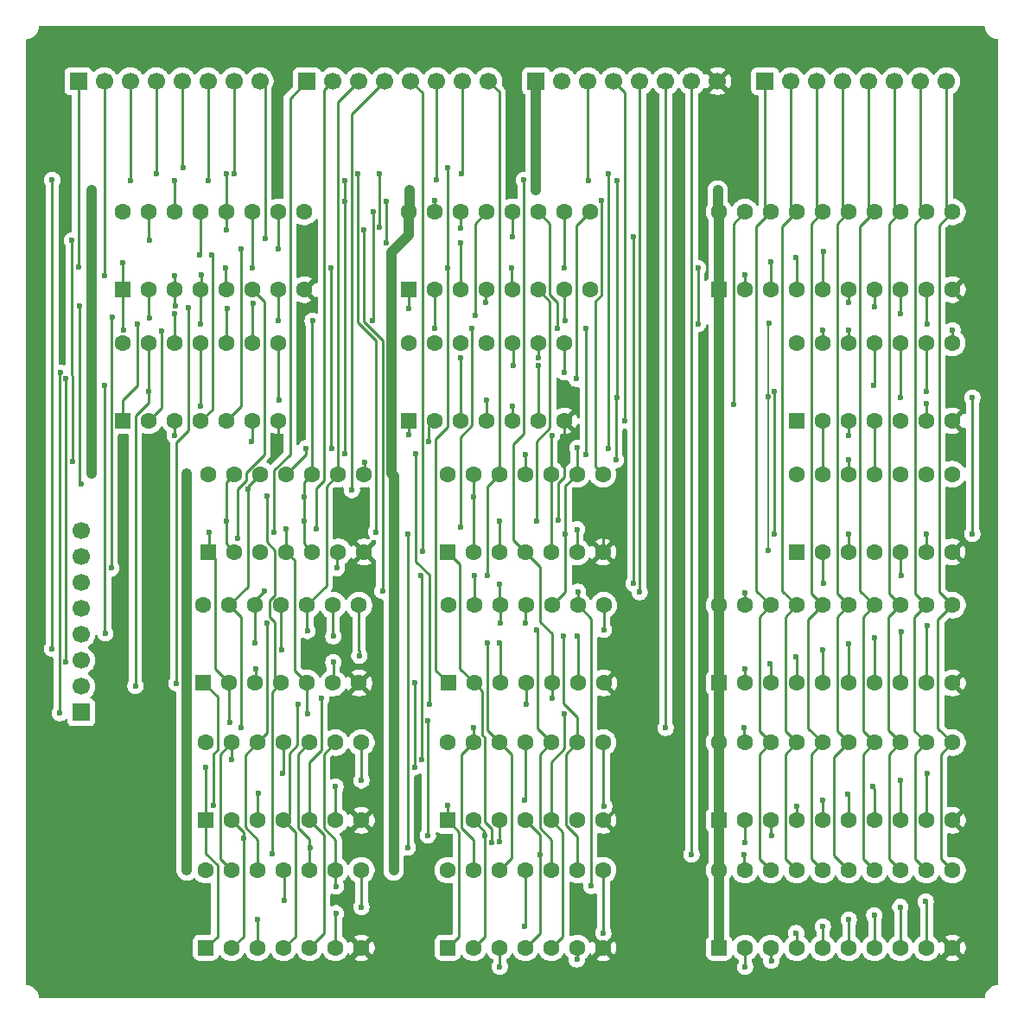
<source format=gbr>
%TF.GenerationSoftware,KiCad,Pcbnew,9.0.6+dfsg-1*%
%TF.CreationDate,2025-12-05T21:57:08+01:00*%
%TF.ProjectId,ALU Modules,414c5520-4d6f-4647-956c-65732e6b6963,1.0*%
%TF.SameCoordinates,Original*%
%TF.FileFunction,Copper,L2,Bot*%
%TF.FilePolarity,Positive*%
%FSLAX46Y46*%
G04 Gerber Fmt 4.6, Leading zero omitted, Abs format (unit mm)*
G04 Created by KiCad (PCBNEW 9.0.6+dfsg-1) date 2025-12-05 21:57:08*
%MOMM*%
%LPD*%
G01*
G04 APERTURE LIST*
G04 Aperture macros list*
%AMRoundRect*
0 Rectangle with rounded corners*
0 $1 Rounding radius*
0 $2 $3 $4 $5 $6 $7 $8 $9 X,Y pos of 4 corners*
0 Add a 4 corners polygon primitive as box body*
4,1,4,$2,$3,$4,$5,$6,$7,$8,$9,$2,$3,0*
0 Add four circle primitives for the rounded corners*
1,1,$1+$1,$2,$3*
1,1,$1+$1,$4,$5*
1,1,$1+$1,$6,$7*
1,1,$1+$1,$8,$9*
0 Add four rect primitives between the rounded corners*
20,1,$1+$1,$2,$3,$4,$5,0*
20,1,$1+$1,$4,$5,$6,$7,0*
20,1,$1+$1,$6,$7,$8,$9,0*
20,1,$1+$1,$8,$9,$2,$3,0*%
G04 Aperture macros list end*
%TA.AperFunction,ComponentPad*%
%ADD10RoundRect,0.250000X0.550000X-0.550000X0.550000X0.550000X-0.550000X0.550000X-0.550000X-0.550000X0*%
%TD*%
%TA.AperFunction,ComponentPad*%
%ADD11C,1.600000*%
%TD*%
%TA.AperFunction,ComponentPad*%
%ADD12R,1.700000X1.700000*%
%TD*%
%TA.AperFunction,ComponentPad*%
%ADD13C,1.700000*%
%TD*%
%TA.AperFunction,ViaPad*%
%ADD14C,0.600000*%
%TD*%
%TA.AperFunction,Conductor*%
%ADD15C,0.254000*%
%TD*%
%TA.AperFunction,Conductor*%
%ADD16C,0.200000*%
%TD*%
%TA.AperFunction,Conductor*%
%ADD17C,1.016000*%
%TD*%
G04 APERTURE END LIST*
D10*
%TO.P,U17,1*%
%TO.N,X4*%
X70000000Y-142705000D03*
D11*
%TO.P,U17,2*%
%TO.N,Y4*%
X72540000Y-142705000D03*
%TO.P,U17,3*%
%TO.N,Net-(U18-A4)*%
X75080000Y-142705000D03*
%TO.P,U17,4*%
%TO.N,X5*%
X77620000Y-142705000D03*
%TO.P,U17,5*%
%TO.N,Y5*%
X80160000Y-142705000D03*
%TO.P,U17,6*%
%TO.N,Net-(U18-A5)*%
X82700000Y-142705000D03*
%TO.P,U17,7,GND*%
%TO.N,GND*%
X85240000Y-142705000D03*
%TO.P,U17,8*%
%TO.N,Net-(U18-A6)*%
X85240000Y-135085000D03*
%TO.P,U17,9*%
%TO.N,X6*%
X82700000Y-135085000D03*
%TO.P,U17,10*%
%TO.N,Y6*%
X80160000Y-135085000D03*
%TO.P,U17,11*%
%TO.N,Net-(U18-A7)*%
X77620000Y-135085000D03*
%TO.P,U17,12*%
%TO.N,X7*%
X75080000Y-135085000D03*
%TO.P,U17,13*%
%TO.N,Y7*%
X72540000Y-135085000D03*
%TO.P,U17,14,VCC*%
%TO.N,VCC*%
X70000000Y-135085000D03*
%TD*%
D10*
%TO.P,U3,1*%
%TO.N,Net-(U2-Pad3)*%
X89890000Y-91066000D03*
D11*
%TO.P,U3,2*%
%TO.N,Net-(U2-Pad6)*%
X92430000Y-91066000D03*
%TO.P,U3,3*%
%TO.N,Net-(U3-Pad3)*%
X94970000Y-91066000D03*
%TO.P,U3,4*%
%TO.N,Net-(U2-Pad8)*%
X97510000Y-91066000D03*
%TO.P,U3,5*%
%TO.N,Net-(U2-Pad11)*%
X100050000Y-91066000D03*
%TO.P,U3,6*%
%TO.N,Net-(U3-Pad10)*%
X102590000Y-91066000D03*
%TO.P,U3,7,GND*%
%TO.N,GND*%
X105130000Y-91066000D03*
%TO.P,U3,8*%
%TO.N,ZERO*%
X105130000Y-83446000D03*
%TO.P,U3,9*%
%TO.N,Net-(U3-Pad3)*%
X102590000Y-83446000D03*
%TO.P,U3,10*%
%TO.N,Net-(U3-Pad10)*%
X100050000Y-83446000D03*
%TO.P,U3,11*%
%TO.N,unconnected-(U3-Pad11)*%
X97510000Y-83446000D03*
%TO.P,U3,12*%
%TO.N,VCC*%
X94970000Y-83446000D03*
%TO.P,U3,13*%
X92430000Y-83446000D03*
%TO.P,U3,14,VCC*%
X89890000Y-83446000D03*
%TD*%
D10*
%TO.P,U16,1*%
%TO.N,X0*%
X93700000Y-142705000D03*
D11*
%TO.P,U16,2*%
%TO.N,Y0*%
X96240000Y-142705000D03*
%TO.P,U16,3*%
%TO.N,Net-(U18-A0)*%
X98780000Y-142705000D03*
%TO.P,U16,4*%
%TO.N,X1*%
X101320000Y-142705000D03*
%TO.P,U16,5*%
%TO.N,Y1*%
X103860000Y-142705000D03*
%TO.P,U16,6*%
%TO.N,Net-(U18-A1)*%
X106400000Y-142705000D03*
%TO.P,U16,7,GND*%
%TO.N,GND*%
X108940000Y-142705000D03*
%TO.P,U16,8*%
%TO.N,Net-(U18-A2)*%
X108940000Y-135085000D03*
%TO.P,U16,9*%
%TO.N,X2*%
X106400000Y-135085000D03*
%TO.P,U16,10*%
%TO.N,Y2*%
X103860000Y-135085000D03*
%TO.P,U16,11*%
%TO.N,Net-(U18-A3)*%
X101320000Y-135085000D03*
%TO.P,U16,12*%
%TO.N,X3*%
X98780000Y-135085000D03*
%TO.P,U16,13*%
%TO.N,Y3*%
X96240000Y-135085000D03*
%TO.P,U16,14,VCC*%
%TO.N,VCC*%
X93700000Y-135085000D03*
%TD*%
D10*
%TO.P,U14,1*%
%TO.N,X4*%
X70000000Y-130210000D03*
D11*
%TO.P,U14,2*%
%TO.N,Y4*%
X72540000Y-130210000D03*
%TO.P,U14,3*%
%TO.N,Net-(U15-A4)*%
X75080000Y-130210000D03*
%TO.P,U14,4*%
%TO.N,X5*%
X77620000Y-130210000D03*
%TO.P,U14,5*%
%TO.N,Y5*%
X80160000Y-130210000D03*
%TO.P,U14,6*%
%TO.N,Net-(U15-A5)*%
X82700000Y-130210000D03*
%TO.P,U14,7,GND*%
%TO.N,GND*%
X85240000Y-130210000D03*
%TO.P,U14,8*%
%TO.N,Net-(U15-A6)*%
X85240000Y-122590000D03*
%TO.P,U14,9*%
%TO.N,X6*%
X82700000Y-122590000D03*
%TO.P,U14,10*%
%TO.N,Y6*%
X80160000Y-122590000D03*
%TO.P,U14,11*%
%TO.N,Net-(U15-A7)*%
X77620000Y-122590000D03*
%TO.P,U14,12*%
%TO.N,X7*%
X75080000Y-122590000D03*
%TO.P,U14,13*%
%TO.N,Y7*%
X72540000Y-122590000D03*
%TO.P,U14,14,VCC*%
%TO.N,VCC*%
X70000000Y-122590000D03*
%TD*%
D10*
%TO.P,U7,1*%
%TO.N,Y4*%
X93660000Y-103912000D03*
D11*
%TO.P,U7,2*%
%TO.N,Net-(U5-C0)*%
X96200000Y-103912000D03*
%TO.P,U7,3*%
%TO.N,Net-(U9-B1)*%
X98740000Y-103912000D03*
%TO.P,U7,4*%
%TO.N,Y5*%
X101280000Y-103912000D03*
%TO.P,U7,5*%
%TO.N,Net-(U5-C0)*%
X103820000Y-103912000D03*
%TO.P,U7,6*%
%TO.N,Net-(U9-B2)*%
X106360000Y-103912000D03*
%TO.P,U7,7,GND*%
%TO.N,GND*%
X108900000Y-103912000D03*
%TO.P,U7,8*%
%TO.N,Net-(U9-B3)*%
X108900000Y-96292000D03*
%TO.P,U7,9*%
%TO.N,Y6*%
X106360000Y-96292000D03*
%TO.P,U7,10*%
%TO.N,Net-(U5-C0)*%
X103820000Y-96292000D03*
%TO.P,U7,11*%
%TO.N,Net-(U9-B4)*%
X101280000Y-96292000D03*
%TO.P,U7,12*%
%TO.N,Y7*%
X98740000Y-96292000D03*
%TO.P,U7,13*%
%TO.N,Net-(U5-C0)*%
X96200000Y-96292000D03*
%TO.P,U7,14,VCC*%
%TO.N,VCC*%
X93660000Y-96292000D03*
%TD*%
D10*
%TO.P,U11,1*%
%TO.N,X4*%
X93750000Y-116758000D03*
D11*
%TO.P,U11,2*%
%TO.N,Y4*%
X96290000Y-116758000D03*
%TO.P,U11,3*%
%TO.N,Net-(U12-A4)*%
X98830000Y-116758000D03*
%TO.P,U11,4*%
%TO.N,X5*%
X101370000Y-116758000D03*
%TO.P,U11,5*%
%TO.N,Y5*%
X103910000Y-116758000D03*
%TO.P,U11,6*%
%TO.N,Net-(U12-A5)*%
X106450000Y-116758000D03*
%TO.P,U11,7,GND*%
%TO.N,GND*%
X108990000Y-116758000D03*
%TO.P,U11,8*%
%TO.N,Net-(U12-A6)*%
X108990000Y-109138000D03*
%TO.P,U11,9*%
%TO.N,X6*%
X106450000Y-109138000D03*
%TO.P,U11,10*%
%TO.N,Y6*%
X103910000Y-109138000D03*
%TO.P,U11,11*%
%TO.N,Net-(U12-A7)*%
X101370000Y-109138000D03*
%TO.P,U11,12*%
%TO.N,X7*%
X98830000Y-109138000D03*
%TO.P,U11,13*%
%TO.N,Y7*%
X96290000Y-109138000D03*
%TO.P,U11,14,VCC*%
%TO.N,VCC*%
X93750000Y-109138000D03*
%TD*%
D10*
%TO.P,U13,1*%
%TO.N,X0*%
X93700000Y-130210000D03*
D11*
%TO.P,U13,2*%
%TO.N,Y0*%
X96240000Y-130210000D03*
%TO.P,U13,3*%
%TO.N,Net-(U15-A0)*%
X98780000Y-130210000D03*
%TO.P,U13,4*%
%TO.N,X1*%
X101320000Y-130210000D03*
%TO.P,U13,5*%
%TO.N,Y1*%
X103860000Y-130210000D03*
%TO.P,U13,6*%
%TO.N,Net-(U15-A1)*%
X106400000Y-130210000D03*
%TO.P,U13,7,GND*%
%TO.N,GND*%
X108940000Y-130210000D03*
%TO.P,U13,8*%
%TO.N,Net-(U15-A2)*%
X108940000Y-122590000D03*
%TO.P,U13,9*%
%TO.N,X2*%
X106400000Y-122590000D03*
%TO.P,U13,10*%
%TO.N,Y2*%
X103860000Y-122590000D03*
%TO.P,U13,11*%
%TO.N,Net-(U15-A3)*%
X101320000Y-122590000D03*
%TO.P,U13,12*%
%TO.N,X3*%
X98780000Y-122590000D03*
%TO.P,U13,13*%
%TO.N,Y3*%
X96240000Y-122590000D03*
%TO.P,U13,14,VCC*%
%TO.N,VCC*%
X93700000Y-122590000D03*
%TD*%
D10*
%TO.P,U10,1*%
%TO.N,X0*%
X69770000Y-116758000D03*
D11*
%TO.P,U10,2*%
%TO.N,Y0*%
X72310000Y-116758000D03*
%TO.P,U10,3*%
%TO.N,Net-(U12-A0)*%
X74850000Y-116758000D03*
%TO.P,U10,4*%
%TO.N,X1*%
X77390000Y-116758000D03*
%TO.P,U10,5*%
%TO.N,Y1*%
X79930000Y-116758000D03*
%TO.P,U10,6*%
%TO.N,Net-(U12-A1)*%
X82470000Y-116758000D03*
%TO.P,U10,7,GND*%
%TO.N,GND*%
X85010000Y-116758000D03*
%TO.P,U10,8*%
%TO.N,Net-(U12-A2)*%
X85010000Y-109138000D03*
%TO.P,U10,9*%
%TO.N,X2*%
X82470000Y-109138000D03*
%TO.P,U10,10*%
%TO.N,Y2*%
X79930000Y-109138000D03*
%TO.P,U10,11*%
%TO.N,Net-(U12-A3)*%
X77390000Y-109138000D03*
%TO.P,U10,12*%
%TO.N,X3*%
X74850000Y-109138000D03*
%TO.P,U10,13*%
%TO.N,Y3*%
X72310000Y-109138000D03*
%TO.P,U10,14,VCC*%
%TO.N,VCC*%
X69770000Y-109138000D03*
%TD*%
D10*
%TO.P,U1,1*%
%TO.N,~{SUB}*%
X127900000Y-91066000D03*
D11*
%TO.P,U1,2*%
X130440000Y-91066000D03*
%TO.P,U1,3*%
%TO.N,Net-(U5-C0)*%
X132980000Y-91066000D03*
%TO.P,U1,4*%
%TO.N,Net-(U1-Pad4)*%
X135520000Y-91066000D03*
%TO.P,U1,5*%
X138060000Y-91066000D03*
%TO.P,U1,6*%
%TO.N,Net-(U6-~{CE})*%
X140600000Y-91066000D03*
%TO.P,U1,7,GND*%
%TO.N,GND*%
X143140000Y-91066000D03*
%TO.P,U1,8*%
%TO.N,Net-(U1-Pad12)*%
X143140000Y-83446000D03*
%TO.P,U1,9*%
%TO.N,Net-(U1-Pad9)*%
X140600000Y-83446000D03*
%TO.P,U1,10*%
%TO.N,Net-(U1-Pad10)*%
X138060000Y-83446000D03*
%TO.P,U1,11*%
%TO.N,OVER*%
X135520000Y-83446000D03*
%TO.P,U1,12*%
%TO.N,Net-(U1-Pad12)*%
X132980000Y-83446000D03*
%TO.P,U1,13*%
X130440000Y-83446000D03*
%TO.P,U1,14,VCC*%
%TO.N,VCC*%
X127900000Y-83446000D03*
%TD*%
D10*
%TO.P,U8,1*%
%TO.N,SIGN*%
X127900000Y-103912000D03*
D11*
%TO.P,U8,2*%
%TO.N,X7*%
X130440000Y-103912000D03*
%TO.P,U8,3*%
%TO.N,Net-(U1-Pad9)*%
X132980000Y-103912000D03*
%TO.P,U8,4*%
%TO.N,SIGN*%
X135520000Y-103912000D03*
%TO.P,U8,5*%
%TO.N,Y7*%
X138060000Y-103912000D03*
%TO.P,U8,6*%
%TO.N,Net-(U1-Pad10)*%
X140600000Y-103912000D03*
%TO.P,U8,7,GND*%
%TO.N,GND*%
X143140000Y-103912000D03*
%TO.P,U8,8*%
%TO.N,unconnected-(U8-Pad8)*%
X143140000Y-96292000D03*
%TO.P,U8,9*%
%TO.N,VCC*%
X140600000Y-96292000D03*
%TO.P,U8,10*%
X138060000Y-96292000D03*
%TO.P,U8,11*%
%TO.N,Net-(U1-Pad4)*%
X135520000Y-96292000D03*
%TO.P,U8,12*%
%TO.N,~{ADD}*%
X132980000Y-96292000D03*
%TO.P,U8,13*%
%TO.N,~{SUB}*%
X130440000Y-96292000D03*
%TO.P,U8,14,VCC*%
%TO.N,VCC*%
X127900000Y-96292000D03*
%TD*%
D12*
%TO.P,J1,1,Pin_1*%
%TO.N,ZERO*%
X57800000Y-119630000D03*
D13*
%TO.P,J1,2,Pin_2*%
%TO.N,SIGN*%
X57800000Y-117090000D03*
%TO.P,J1,3,Pin_3*%
%TO.N,CARRY*%
X57800000Y-114550000D03*
%TO.P,J1,4,Pin_4*%
%TO.N,OVER*%
X57800000Y-112010000D03*
%TO.P,J1,5,Pin_5*%
%TO.N,unconnected-(J1-Pin_5-Pad5)*%
X57800000Y-109470000D03*
%TO.P,J1,6,Pin_6*%
%TO.N,unconnected-(J1-Pin_6-Pad6)*%
X57800000Y-106930000D03*
%TO.P,J1,7,Pin_7*%
%TO.N,unconnected-(J1-Pin_7-Pad7)*%
X57800000Y-104390000D03*
%TO.P,J1,8,Pin_8*%
%TO.N,unconnected-(J1-Pin_8-Pad8)*%
X57800000Y-101850000D03*
%TD*%
D12*
%TO.P,J3,1,Pin_1*%
%TO.N,Y0*%
X79910000Y-57785000D03*
D13*
%TO.P,J3,2,Pin_2*%
%TO.N,Y1*%
X82450000Y-57785000D03*
%TO.P,J3,3,Pin_3*%
%TO.N,Y2*%
X84990000Y-57785000D03*
%TO.P,J3,4,Pin_4*%
%TO.N,Y3*%
X87530000Y-57785000D03*
%TO.P,J3,5,Pin_5*%
%TO.N,Y4*%
X90070000Y-57785000D03*
%TO.P,J3,6,Pin_6*%
%TO.N,Y5*%
X92610000Y-57785000D03*
%TO.P,J3,7,Pin_7*%
%TO.N,Y6*%
X95150000Y-57785000D03*
%TO.P,J3,8,Pin_8*%
%TO.N,Y7*%
X97690000Y-57785000D03*
%TD*%
D10*
%TO.P,U12,1,~{DIR}*%
%TO.N,VCC*%
X120290000Y-116758000D03*
D11*
%TO.P,U12,2,A0*%
%TO.N,Net-(U12-A0)*%
X122830000Y-116758000D03*
%TO.P,U12,3,A1*%
%TO.N,Net-(U12-A1)*%
X125370000Y-116758000D03*
%TO.P,U12,4,A2*%
%TO.N,Net-(U12-A2)*%
X127910000Y-116758000D03*
%TO.P,U12,5,A3*%
%TO.N,Net-(U12-A3)*%
X130450000Y-116758000D03*
%TO.P,U12,6,A4*%
%TO.N,Net-(U12-A4)*%
X132990000Y-116758000D03*
%TO.P,U12,7,A5*%
%TO.N,Net-(U12-A5)*%
X135530000Y-116758000D03*
%TO.P,U12,8,A6*%
%TO.N,Net-(U12-A6)*%
X138070000Y-116758000D03*
%TO.P,U12,9,A7*%
%TO.N,Net-(U12-A7)*%
X140610000Y-116758000D03*
%TO.P,U12,10,GND*%
%TO.N,GND*%
X143150000Y-116758000D03*
%TO.P,U12,11,B7*%
%TO.N,O7*%
X143150000Y-109138000D03*
%TO.P,U12,12,B6*%
%TO.N,O6*%
X140610000Y-109138000D03*
%TO.P,U12,13,B5*%
%TO.N,O5*%
X138070000Y-109138000D03*
%TO.P,U12,14,B4*%
%TO.N,O4*%
X135530000Y-109138000D03*
%TO.P,U12,15,B3*%
%TO.N,O3*%
X132990000Y-109138000D03*
%TO.P,U12,16,B2*%
%TO.N,O2*%
X130450000Y-109138000D03*
%TO.P,U12,17,B1*%
%TO.N,O1*%
X127910000Y-109138000D03*
%TO.P,U12,18,B0*%
%TO.N,O0*%
X125370000Y-109138000D03*
%TO.P,U12,19,~{CE}*%
%TO.N,~{AND}*%
X122830000Y-109138000D03*
%TO.P,U12,20,VCC*%
%TO.N,VCC*%
X120290000Y-109138000D03*
%TD*%
D10*
%TO.P,U2,1*%
%TO.N,/Add-Sub Module/S0*%
X61880000Y-91066000D03*
D11*
%TO.P,U2,2*%
%TO.N,/Add-Sub Module/S1*%
X64420000Y-91066000D03*
%TO.P,U2,3*%
%TO.N,Net-(U2-Pad3)*%
X66960000Y-91066000D03*
%TO.P,U2,4*%
%TO.N,/Add-Sub Module/S2*%
X69500000Y-91066000D03*
%TO.P,U2,5*%
%TO.N,/Add-Sub Module/S3*%
X72040000Y-91066000D03*
%TO.P,U2,6*%
%TO.N,Net-(U2-Pad6)*%
X74580000Y-91066000D03*
%TO.P,U2,7,GND*%
%TO.N,GND*%
X77120000Y-91066000D03*
%TO.P,U2,8*%
%TO.N,Net-(U2-Pad8)*%
X77120000Y-83446000D03*
%TO.P,U2,9*%
%TO.N,/Add-Sub Module/S4*%
X74580000Y-83446000D03*
%TO.P,U2,10*%
%TO.N,/Add-Sub Module/S5*%
X72040000Y-83446000D03*
%TO.P,U2,11*%
%TO.N,Net-(U2-Pad11)*%
X69500000Y-83446000D03*
%TO.P,U2,12*%
%TO.N,/Add-Sub Module/S6*%
X66960000Y-83446000D03*
%TO.P,U2,13*%
%TO.N,SIGN*%
X64420000Y-83446000D03*
%TO.P,U2,14,VCC*%
%TO.N,VCC*%
X61880000Y-83446000D03*
%TD*%
D12*
%TO.P,J2,1,Pin_1*%
%TO.N,X0*%
X57510000Y-57785000D03*
D13*
%TO.P,J2,2,Pin_2*%
%TO.N,X1*%
X60050000Y-57785000D03*
%TO.P,J2,3,Pin_3*%
%TO.N,X2*%
X62590000Y-57785000D03*
%TO.P,J2,4,Pin_4*%
%TO.N,X3*%
X65130000Y-57785000D03*
%TO.P,J2,5,Pin_5*%
%TO.N,X4*%
X67670000Y-57785000D03*
%TO.P,J2,6,Pin_6*%
%TO.N,X5*%
X70210000Y-57785000D03*
%TO.P,J2,7,Pin_7*%
%TO.N,X6*%
X72750000Y-57785000D03*
%TO.P,J2,8,Pin_8*%
%TO.N,X7*%
X75290000Y-57785000D03*
%TD*%
D12*
%TO.P,J5,1,Pin_1*%
%TO.N,VCC*%
X102360000Y-57785000D03*
D13*
%TO.P,J5,2,Pin_2*%
%TO.N,CLK*%
X104900000Y-57785000D03*
%TO.P,J5,3,Pin_3*%
%TO.N,~{ADD}*%
X107440000Y-57785000D03*
%TO.P,J5,4,Pin_4*%
%TO.N,~{SUB}*%
X109980000Y-57785000D03*
%TO.P,J5,5,Pin_5*%
%TO.N,~{AND}*%
X112520000Y-57785000D03*
%TO.P,J5,6,Pin_6*%
%TO.N,~{OR}*%
X115060000Y-57785000D03*
%TO.P,J5,7,Pin_7*%
%TO.N,~{XOR}*%
X117600000Y-57785000D03*
%TO.P,J5,8,Pin_8*%
%TO.N,GND*%
X120140000Y-57785000D03*
%TD*%
D10*
%TO.P,U9,1,S2*%
%TO.N,/Add-Sub Module/S5*%
X89880000Y-78220000D03*
D11*
%TO.P,U9,2,B2*%
%TO.N,Net-(U9-B2)*%
X92420000Y-78220000D03*
%TO.P,U9,3,A2*%
%TO.N,X5*%
X94960000Y-78220000D03*
%TO.P,U9,4,S1*%
%TO.N,/Add-Sub Module/S4*%
X97500000Y-78220000D03*
%TO.P,U9,5,A1*%
%TO.N,X4*%
X100040000Y-78220000D03*
%TO.P,U9,6,B1*%
%TO.N,Net-(U9-B1)*%
X102580000Y-78220000D03*
%TO.P,U9,7,C0*%
%TO.N,Net-(U5-C4)*%
X105120000Y-78220000D03*
%TO.P,U9,8,GND*%
%TO.N,GND*%
X107660000Y-78220000D03*
%TO.P,U9,9,C4*%
%TO.N,CARRY*%
X107660000Y-70600000D03*
%TO.P,U9,10,S4*%
%TO.N,SIGN*%
X105120000Y-70600000D03*
%TO.P,U9,11,B4*%
%TO.N,Net-(U9-B4)*%
X102580000Y-70600000D03*
%TO.P,U9,12,A4*%
%TO.N,X7*%
X100040000Y-70600000D03*
%TO.P,U9,13,S3*%
%TO.N,/Add-Sub Module/S6*%
X97500000Y-70600000D03*
%TO.P,U9,14,A3*%
%TO.N,X6*%
X94960000Y-70600000D03*
%TO.P,U9,15,B3*%
%TO.N,Net-(U9-B3)*%
X92420000Y-70600000D03*
%TO.P,U9,16,VCC*%
%TO.N,VCC*%
X89880000Y-70600000D03*
%TD*%
D10*
%TO.P,U18,1,~{DIR}*%
%TO.N,VCC*%
X120290000Y-142705000D03*
D11*
%TO.P,U18,2,A0*%
%TO.N,Net-(U18-A0)*%
X122830000Y-142705000D03*
%TO.P,U18,3,A1*%
%TO.N,Net-(U18-A1)*%
X125370000Y-142705000D03*
%TO.P,U18,4,A2*%
%TO.N,Net-(U18-A2)*%
X127910000Y-142705000D03*
%TO.P,U18,5,A3*%
%TO.N,Net-(U18-A3)*%
X130450000Y-142705000D03*
%TO.P,U18,6,A4*%
%TO.N,Net-(U18-A4)*%
X132990000Y-142705000D03*
%TO.P,U18,7,A5*%
%TO.N,Net-(U18-A5)*%
X135530000Y-142705000D03*
%TO.P,U18,8,A6*%
%TO.N,Net-(U18-A6)*%
X138070000Y-142705000D03*
%TO.P,U18,9,A7*%
%TO.N,Net-(U18-A7)*%
X140610000Y-142705000D03*
%TO.P,U18,10,GND*%
%TO.N,GND*%
X143150000Y-142705000D03*
%TO.P,U18,11,B7*%
%TO.N,O7*%
X143150000Y-135085000D03*
%TO.P,U18,12,B6*%
%TO.N,O6*%
X140610000Y-135085000D03*
%TO.P,U18,13,B5*%
%TO.N,O5*%
X138070000Y-135085000D03*
%TO.P,U18,14,B4*%
%TO.N,O4*%
X135530000Y-135085000D03*
%TO.P,U18,15,B3*%
%TO.N,O3*%
X132990000Y-135085000D03*
%TO.P,U18,16,B2*%
%TO.N,O2*%
X130450000Y-135085000D03*
%TO.P,U18,17,B1*%
%TO.N,O1*%
X127910000Y-135085000D03*
%TO.P,U18,18,B0*%
%TO.N,O0*%
X125370000Y-135085000D03*
%TO.P,U18,19,~{CE}*%
%TO.N,~{XOR}*%
X122830000Y-135085000D03*
%TO.P,U18,20,VCC*%
%TO.N,VCC*%
X120290000Y-135085000D03*
%TD*%
D10*
%TO.P,U15,1,~{DIR}*%
%TO.N,VCC*%
X120290000Y-130210000D03*
D11*
%TO.P,U15,2,A0*%
%TO.N,Net-(U15-A0)*%
X122830000Y-130210000D03*
%TO.P,U15,3,A1*%
%TO.N,Net-(U15-A1)*%
X125370000Y-130210000D03*
%TO.P,U15,4,A2*%
%TO.N,Net-(U15-A2)*%
X127910000Y-130210000D03*
%TO.P,U15,5,A3*%
%TO.N,Net-(U15-A3)*%
X130450000Y-130210000D03*
%TO.P,U15,6,A4*%
%TO.N,Net-(U15-A4)*%
X132990000Y-130210000D03*
%TO.P,U15,7,A5*%
%TO.N,Net-(U15-A5)*%
X135530000Y-130210000D03*
%TO.P,U15,8,A6*%
%TO.N,Net-(U15-A6)*%
X138070000Y-130210000D03*
%TO.P,U15,9,A7*%
%TO.N,Net-(U15-A7)*%
X140610000Y-130210000D03*
%TO.P,U15,10,GND*%
%TO.N,GND*%
X143150000Y-130210000D03*
%TO.P,U15,11,B7*%
%TO.N,O7*%
X143150000Y-122590000D03*
%TO.P,U15,12,B6*%
%TO.N,O6*%
X140610000Y-122590000D03*
%TO.P,U15,13,B5*%
%TO.N,O5*%
X138070000Y-122590000D03*
%TO.P,U15,14,B4*%
%TO.N,O4*%
X135530000Y-122590000D03*
%TO.P,U15,15,B3*%
%TO.N,O3*%
X132990000Y-122590000D03*
%TO.P,U15,16,B2*%
%TO.N,O2*%
X130450000Y-122590000D03*
%TO.P,U15,17,B1*%
%TO.N,O1*%
X127910000Y-122590000D03*
%TO.P,U15,18,B0*%
%TO.N,O0*%
X125370000Y-122590000D03*
%TO.P,U15,19,~{CE}*%
%TO.N,~{OR}*%
X122830000Y-122590000D03*
%TO.P,U15,20,VCC*%
%TO.N,VCC*%
X120290000Y-122590000D03*
%TD*%
D10*
%TO.P,U4,1*%
%TO.N,Y0*%
X70280000Y-103912000D03*
D11*
%TO.P,U4,2*%
%TO.N,Net-(U5-C0)*%
X72820000Y-103912000D03*
%TO.P,U4,3*%
%TO.N,Net-(U5-B1)*%
X75360000Y-103912000D03*
%TO.P,U4,4*%
%TO.N,Y1*%
X77900000Y-103912000D03*
%TO.P,U4,5*%
%TO.N,Net-(U5-C0)*%
X80440000Y-103912000D03*
%TO.P,U4,6*%
%TO.N,Net-(U5-B2)*%
X82980000Y-103912000D03*
%TO.P,U4,7,GND*%
%TO.N,GND*%
X85520000Y-103912000D03*
%TO.P,U4,8*%
%TO.N,Net-(U5-B3)*%
X85520000Y-96292000D03*
%TO.P,U4,9*%
%TO.N,Y2*%
X82980000Y-96292000D03*
%TO.P,U4,10*%
%TO.N,Net-(U5-C0)*%
X80440000Y-96292000D03*
%TO.P,U4,11*%
%TO.N,Net-(U5-B4)*%
X77900000Y-96292000D03*
%TO.P,U4,12*%
%TO.N,Y3*%
X75360000Y-96292000D03*
%TO.P,U4,13*%
%TO.N,Net-(U5-C0)*%
X72820000Y-96292000D03*
%TO.P,U4,14,VCC*%
%TO.N,VCC*%
X70280000Y-96292000D03*
%TD*%
D10*
%TO.P,U6,1,~{DIR}*%
%TO.N,VCC*%
X120290000Y-78220000D03*
D11*
%TO.P,U6,2,A0*%
%TO.N,/Add-Sub Module/S0*%
X122830000Y-78220000D03*
%TO.P,U6,3,A1*%
%TO.N,/Add-Sub Module/S1*%
X125370000Y-78220000D03*
%TO.P,U6,4,A2*%
%TO.N,/Add-Sub Module/S2*%
X127910000Y-78220000D03*
%TO.P,U6,5,A3*%
%TO.N,/Add-Sub Module/S3*%
X130450000Y-78220000D03*
%TO.P,U6,6,A4*%
%TO.N,/Add-Sub Module/S4*%
X132990000Y-78220000D03*
%TO.P,U6,7,A5*%
%TO.N,/Add-Sub Module/S5*%
X135530000Y-78220000D03*
%TO.P,U6,8,A6*%
%TO.N,/Add-Sub Module/S6*%
X138070000Y-78220000D03*
%TO.P,U6,9,A7*%
%TO.N,SIGN*%
X140610000Y-78220000D03*
%TO.P,U6,10,GND*%
%TO.N,GND*%
X143150000Y-78220000D03*
%TO.P,U6,11,B7*%
%TO.N,O7*%
X143150000Y-70600000D03*
%TO.P,U6,12,B6*%
%TO.N,O6*%
X140610000Y-70600000D03*
%TO.P,U6,13,B5*%
%TO.N,O5*%
X138070000Y-70600000D03*
%TO.P,U6,14,B4*%
%TO.N,O4*%
X135530000Y-70600000D03*
%TO.P,U6,15,B3*%
%TO.N,O3*%
X132990000Y-70600000D03*
%TO.P,U6,16,B2*%
%TO.N,O2*%
X130450000Y-70600000D03*
%TO.P,U6,17,B1*%
%TO.N,O1*%
X127910000Y-70600000D03*
%TO.P,U6,18,B0*%
%TO.N,O0*%
X125370000Y-70600000D03*
%TO.P,U6,19,~{CE}*%
%TO.N,Net-(U6-~{CE})*%
X122830000Y-70600000D03*
%TO.P,U6,20,VCC*%
%TO.N,VCC*%
X120290000Y-70600000D03*
%TD*%
D12*
%TO.P,J4,1,Pin_1*%
%TO.N,O0*%
X124800000Y-57800000D03*
D13*
%TO.P,J4,2,Pin_2*%
%TO.N,O1*%
X127340000Y-57800000D03*
%TO.P,J4,3,Pin_3*%
%TO.N,O2*%
X129880000Y-57800000D03*
%TO.P,J4,4,Pin_4*%
%TO.N,O3*%
X132420000Y-57800000D03*
%TO.P,J4,5,Pin_5*%
%TO.N,O4*%
X134960000Y-57800000D03*
%TO.P,J4,6,Pin_6*%
%TO.N,O5*%
X137500000Y-57800000D03*
%TO.P,J4,7,Pin_7*%
%TO.N,O6*%
X140040000Y-57800000D03*
%TO.P,J4,8,Pin_8*%
%TO.N,O7*%
X142580000Y-57800000D03*
%TD*%
D10*
%TO.P,U5,1,S2*%
%TO.N,/Add-Sub Module/S1*%
X61870000Y-78220000D03*
D11*
%TO.P,U5,2,B2*%
%TO.N,Net-(U5-B2)*%
X64410000Y-78220000D03*
%TO.P,U5,3,A2*%
%TO.N,X1*%
X66950000Y-78220000D03*
%TO.P,U5,4,S1*%
%TO.N,/Add-Sub Module/S0*%
X69490000Y-78220000D03*
%TO.P,U5,5,A1*%
%TO.N,X0*%
X72030000Y-78220000D03*
%TO.P,U5,6,B1*%
%TO.N,Net-(U5-B1)*%
X74570000Y-78220000D03*
%TO.P,U5,7,C0*%
%TO.N,Net-(U5-C0)*%
X77110000Y-78220000D03*
%TO.P,U5,8,GND*%
%TO.N,GND*%
X79650000Y-78220000D03*
%TO.P,U5,9,C4*%
%TO.N,Net-(U5-C4)*%
X79650000Y-70600000D03*
%TO.P,U5,10,S4*%
%TO.N,/Add-Sub Module/S3*%
X77110000Y-70600000D03*
%TO.P,U5,11,B4*%
%TO.N,Net-(U5-B4)*%
X74570000Y-70600000D03*
%TO.P,U5,12,A4*%
%TO.N,X3*%
X72030000Y-70600000D03*
%TO.P,U5,13,S3*%
%TO.N,/Add-Sub Module/S2*%
X69490000Y-70600000D03*
%TO.P,U5,14,A3*%
%TO.N,X2*%
X66950000Y-70600000D03*
%TO.P,U5,15,B3*%
%TO.N,Net-(U5-B3)*%
X64410000Y-70600000D03*
%TO.P,U5,16,VCC*%
%TO.N,VCC*%
X61870000Y-70600000D03*
%TD*%
D14*
%TO.N,Net-(U1-Pad12)*%
X130450000Y-82200000D03*
X143150000Y-82200000D03*
X133000000Y-82200000D03*
%TO.N,Net-(U6-~{CE})*%
X121700000Y-89450000D03*
X140600000Y-89400000D03*
%TO.N,Net-(U1-Pad10)*%
X140600000Y-102150000D03*
X145100000Y-102150000D03*
X145100000Y-88800000D03*
X138050000Y-88823000D03*
%TO.N,Net-(U1-Pad9)*%
X125700000Y-102200000D03*
X140600000Y-88199000D03*
X133000000Y-102157000D03*
X125700000Y-88196000D03*
%TO.N,Net-(U5-C0)*%
X80450000Y-81277000D03*
X103900000Y-92500000D03*
X72020001Y-100900000D03*
X79640001Y-100900000D03*
X96200000Y-98550000D03*
X77100000Y-81277000D03*
X133000000Y-92500000D03*
X79640001Y-98550000D03*
%TO.N,/Add-Sub Module/S2*%
X69400000Y-74845000D03*
X70600000Y-74845000D03*
X127850000Y-75050000D03*
%TO.N,/Add-Sub Module/S5*%
X135550000Y-79900000D03*
X72100000Y-80023000D03*
X89878000Y-80023000D03*
%TO.N,Net-(U2-Pad8)*%
X77150000Y-89000000D03*
X97500000Y-89000000D03*
%TO.N,/Add-Sub Module/S1*%
X65650000Y-82227000D03*
X61901736Y-82146180D03*
X125350000Y-75500000D03*
X61850000Y-75550000D03*
%TO.N,Net-(U2-Pad11)*%
X69500000Y-89650000D03*
X100050000Y-89600000D03*
%TO.N,/Add-Sub Module/S4*%
X97400000Y-79450000D03*
X74604501Y-79519544D03*
X133000000Y-79450000D03*
%TO.N,Net-(U2-Pad3)*%
X66950000Y-92500000D03*
X89850000Y-92450000D03*
%TO.N,/Add-Sub Module/S0*%
X63300000Y-81550000D03*
X69500000Y-81600000D03*
X122800000Y-76750000D03*
X69550000Y-76750000D03*
%TO.N,Net-(U2-Pad6)*%
X74500000Y-93127000D03*
X91850000Y-93100000D03*
%TO.N,/Add-Sub Module/S6*%
X96400000Y-80705000D03*
X138050000Y-80550000D03*
X66950000Y-80600000D03*
%TO.N,/Add-Sub Module/S3*%
X77100000Y-74218000D03*
X130500000Y-74450000D03*
X73450000Y-74218000D03*
%TO.N,Net-(U3-Pad3)*%
X95000000Y-84900000D03*
X102601867Y-84887999D03*
%TO.N,Net-(U3-Pad10)*%
X102600000Y-85688000D03*
X100100000Y-85688000D03*
%TO.N,Net-(U5-B1)*%
X73100000Y-102577000D03*
%TO.N,Net-(U5-B4)*%
X79813000Y-93754000D03*
X74550000Y-76099000D03*
X82300000Y-76100000D03*
X82350000Y-93754000D03*
%TO.N,Net-(U5-B3)*%
X56973000Y-95050000D03*
X85550000Y-95100000D03*
X56883000Y-73400000D03*
X64450000Y-73400000D03*
%TO.N,Net-(U5-B2)*%
X64500000Y-80973000D03*
X60800000Y-80900000D03*
X82850000Y-105500000D03*
X60750000Y-105500000D03*
%TO.N,Net-(U5-C4)*%
X105200000Y-81277000D03*
X86300000Y-81277000D03*
X86373000Y-70550000D03*
%TO.N,Net-(U9-B4)*%
X107250000Y-82000000D03*
X104450000Y-81977000D03*
X101350000Y-94350000D03*
X107250000Y-94377000D03*
%TO.N,Net-(U9-B2)*%
X94950000Y-101523000D03*
X96100000Y-81977000D03*
X92450000Y-81977000D03*
X106350000Y-101700000D03*
%TO.N,Net-(U9-B3)*%
X108773000Y-69508000D03*
X92450000Y-69508000D03*
%TO.N,Net-(U9-B1)*%
X98750000Y-100895000D03*
X102400000Y-100895000D03*
%TO.N,Net-(U12-A2)*%
X127825000Y-114225000D03*
X85050000Y-114095000D03*
%TO.N,Net-(U12-A3)*%
X130450000Y-113500000D03*
X77400000Y-113500000D03*
%TO.N,Net-(U12-A0)*%
X122850000Y-115350000D03*
X74900000Y-115350000D03*
%TO.N,Net-(U12-A1)*%
X125300000Y-114850000D03*
X82500000Y-114723000D03*
%TO.N,Net-(U12-A6)*%
X138100000Y-111700000D03*
X109000000Y-111546000D03*
%TO.N,Net-(U12-A5)*%
X106400000Y-112173000D03*
X135500000Y-112350000D03*
%TO.N,Net-(U12-A7)*%
X140650000Y-111150000D03*
X101350000Y-110850000D03*
%TO.N,Net-(U12-A4)*%
X133000000Y-112900000D03*
X98800000Y-112840000D03*
%TO.N,Net-(U15-A0)*%
X122800000Y-132377000D03*
X98800000Y-132300000D03*
%TO.N,Net-(U15-A3)*%
X130450000Y-128250000D03*
X101200000Y-128250000D03*
%TO.N,Net-(U15-A2)*%
X127900000Y-128850000D03*
X109050000Y-128850000D03*
%TO.N,Net-(U15-A1)*%
X125400000Y-131750000D03*
%TO.N,Net-(U15-A6)*%
X85250000Y-126296000D03*
X138050000Y-126300000D03*
%TO.N,Net-(U15-A5)*%
X135373000Y-126923000D03*
X82700000Y-126923000D03*
%TO.N,Net-(U15-A7)*%
X77550000Y-125650000D03*
X140650000Y-125650000D03*
%TO.N,Net-(U15-A4)*%
X75150000Y-127550000D03*
X132900000Y-127650000D03*
%TO.N,Net-(U18-A3)*%
X130450000Y-140600000D03*
X101250000Y-140600000D03*
%TO.N,Net-(U18-A2)*%
X108950000Y-141250000D03*
X127850000Y-141250000D03*
%TO.N,Net-(U18-A1)*%
X125400000Y-143950000D03*
X106350000Y-143850000D03*
%TO.N,Net-(U18-A0)*%
X98800000Y-144550000D03*
X122850000Y-144577000D03*
%TO.N,Net-(U18-A4)*%
X133000000Y-139950000D03*
X75050000Y-139950000D03*
%TO.N,Net-(U18-A6)*%
X85250000Y-138695000D03*
X138050000Y-138700000D03*
%TO.N,Net-(U18-A5)*%
X135500000Y-139500000D03*
X82750000Y-139323000D03*
%TO.N,Net-(U18-A7)*%
X77650000Y-138050000D03*
X140525000Y-138175000D03*
%TO.N,ZERO*%
X55700000Y-119700000D03*
X55750000Y-86350000D03*
X105150000Y-86315000D03*
%TO.N,CARRY*%
X106300000Y-86942000D03*
X56300000Y-114700000D03*
X56300000Y-86950000D03*
%TO.N,SIGN*%
X125100000Y-103750000D03*
X125150000Y-81500000D03*
X63100000Y-117050000D03*
X105100000Y-76100000D03*
X64420000Y-88196000D03*
X118250000Y-81550000D03*
X125073000Y-88700000D03*
X140700000Y-81573000D03*
X118227000Y-76100000D03*
%TO.N,OVER*%
X60150000Y-111900000D03*
X60100000Y-87600000D03*
X135450000Y-87569000D03*
%TO.N,X0*%
X67142000Y-116800000D03*
X93700000Y-128750000D03*
X70785000Y-128750000D03*
X68300000Y-80000000D03*
X71950000Y-76123000D03*
X57500000Y-76000000D03*
%TO.N,X1*%
X76500000Y-133500000D03*
X76000000Y-98477000D03*
X57600000Y-79800000D03*
X66950000Y-76827000D03*
X57750000Y-97250000D03*
X60050000Y-76827000D03*
X67055731Y-79807015D03*
X102732000Y-133550000D03*
%TO.N,X6*%
X94950000Y-72150000D03*
X84927000Y-66849000D03*
X72799862Y-66865000D03*
X107750000Y-136650000D03*
X87000000Y-72100000D03*
X106450000Y-107800000D03*
X82750000Y-136700000D03*
X86673000Y-101950000D03*
X87000000Y-66865000D03*
%TO.N,X7*%
X98850000Y-110850000D03*
X111893000Y-107000000D03*
X100050000Y-73000000D03*
X130550000Y-107000000D03*
X98800000Y-107050000D03*
X111893000Y-73000000D03*
X75850000Y-73200000D03*
X76000000Y-110900000D03*
%TO.N,X3*%
X75750000Y-107750000D03*
X87300000Y-107750000D03*
X65200000Y-66865000D03*
X72000000Y-66850000D03*
X74850000Y-112800000D03*
X97550000Y-112800000D03*
X72050000Y-72350000D03*
X85500000Y-72336000D03*
%TO.N,X2*%
X66950000Y-67492000D03*
X82500000Y-112173000D03*
X105050000Y-112173000D03*
X54950000Y-67450000D03*
X62600000Y-67492000D03*
X54950000Y-113400000D03*
%TO.N,X4*%
X67750000Y-66238000D03*
X93700000Y-66250000D03*
X70000000Y-125050000D03*
X90450000Y-125000000D03*
X93700000Y-76099000D03*
X99950000Y-76100000D03*
X90496000Y-116750000D03*
%TO.N,X5*%
X87700000Y-73591000D03*
X101400000Y-118877000D03*
X70200000Y-67492000D03*
X83607000Y-94300000D03*
X87700000Y-69600000D03*
X94950000Y-73591000D03*
X83607000Y-67492000D03*
X90573000Y-94250000D03*
X91879656Y-118877000D03*
X79050000Y-118850000D03*
X83607000Y-69600000D03*
%TO.N,Y5*%
X81300000Y-118250000D03*
X103950000Y-118250000D03*
X92600000Y-67450000D03*
X101150000Y-67477000D03*
%TO.N,Y0*%
X70350000Y-101950000D03*
X76700000Y-101950000D03*
X97368000Y-131700000D03*
X91750000Y-131700000D03*
X72350000Y-120600000D03*
X91750000Y-120450000D03*
%TO.N,Y4*%
X91200000Y-103850000D03*
X73668000Y-132000000D03*
X98007015Y-132405731D03*
%TO.N,Y2*%
X102400000Y-111546000D03*
X79950000Y-111650000D03*
%TO.N,Y7*%
X138150000Y-106200000D03*
X96300000Y-106200000D03*
X91100000Y-106250000D03*
X91123000Y-124250000D03*
X72550000Y-124250000D03*
X97550000Y-106200000D03*
%TO.N,Y6*%
X105232000Y-102150000D03*
X109400000Y-93750000D03*
X80200000Y-132873000D03*
X106400000Y-93700000D03*
X89800000Y-132873000D03*
X109400000Y-66865000D03*
X95050000Y-66850000D03*
X89800000Y-102150000D03*
%TO.N,Y3*%
X96200000Y-121100000D03*
X73450000Y-121100000D03*
X84300000Y-97850000D03*
X74150000Y-97800000D03*
%TO.N,Y1*%
X105150000Y-119750000D03*
X80850000Y-101650000D03*
X77900000Y-101650000D03*
X80000000Y-119750000D03*
%TO.N,GND*%
X113800000Y-78250000D03*
X104500000Y-100800000D03*
X108955121Y-100840472D03*
X79350000Y-91050000D03*
X77150000Y-94050000D03*
%TO.N,VCC*%
X88400000Y-96450000D03*
X58850000Y-68500000D03*
X120150000Y-68500000D03*
X88400000Y-135100000D03*
X68150000Y-96200000D03*
X88400000Y-109100000D03*
X68150000Y-122550000D03*
X102350000Y-68500000D03*
X90000000Y-68500000D03*
X120290000Y-83400000D03*
X58850000Y-70600000D03*
X88150000Y-83450000D03*
X58850000Y-83450000D03*
X58850000Y-96200000D03*
X68150000Y-109100000D03*
X88400000Y-122650000D03*
X120290000Y-96300000D03*
X68150000Y-135100000D03*
%TO.N,~{XOR}*%
X122700000Y-133550000D03*
X117600000Y-133550000D03*
%TO.N,~{ADD}*%
X133000000Y-94900000D03*
X110300000Y-67492000D03*
X110200000Y-94900000D03*
X107450000Y-67492000D03*
X110250000Y-88750000D03*
%TO.N,~{OR}*%
X122750000Y-121100000D03*
X115050000Y-121150000D03*
%TO.N,~{AND}*%
X122850000Y-107950000D03*
X112500000Y-107850000D03*
%TO.N,~{SUB}*%
X111050000Y-91050000D03*
%TD*%
D15*
%TO.N,Net-(U1-Pad12)*%
X133000000Y-82200000D02*
X133000000Y-83426000D01*
X143150000Y-82200000D02*
X143150000Y-83436000D01*
X133000000Y-83426000D02*
X132980000Y-83446000D01*
X130440000Y-82210000D02*
X130450000Y-82200000D01*
X143150000Y-83436000D02*
X143140000Y-83446000D01*
X130440000Y-83446000D02*
X130440000Y-82210000D01*
%TO.N,Net-(U6-~{CE})*%
X121700000Y-71730000D02*
X122830000Y-70600000D01*
X140600000Y-89400000D02*
X140600000Y-91066000D01*
X121700000Y-89450000D02*
X121700000Y-71730000D01*
%TO.N,Net-(U1-Pad10)*%
X140600000Y-102150000D02*
X140600000Y-103912000D01*
X138060000Y-88813000D02*
X138050000Y-88823000D01*
X138060000Y-83446000D02*
X138060000Y-88813000D01*
X145100000Y-88800000D02*
X145100000Y-102150000D01*
%TO.N,Net-(U1-Pad9)*%
X125700000Y-102200000D02*
X125700000Y-88196000D01*
X132980000Y-102177000D02*
X133000000Y-102157000D01*
X140600000Y-88199000D02*
X140600000Y-83446000D01*
X132980000Y-103912000D02*
X132980000Y-102177000D01*
%TO.N,Net-(U5-C0)*%
X103820000Y-92580000D02*
X103820000Y-96292000D01*
X96200000Y-98550000D02*
X96200000Y-103912000D01*
X103820000Y-96292000D02*
X103820000Y-103912000D01*
X77110000Y-81267000D02*
X77110000Y-78220000D01*
X79640001Y-103112001D02*
X79640001Y-100900000D01*
X132980000Y-91066000D02*
X132980000Y-92480000D01*
X80440000Y-96292000D02*
X80440000Y-81287000D01*
X79640001Y-97091999D02*
X80440000Y-96292000D01*
X103900000Y-92500000D02*
X103820000Y-92580000D01*
X80440000Y-81287000D02*
X80450000Y-81277000D01*
X96200000Y-96292000D02*
X96200000Y-98550000D01*
X72020001Y-103112001D02*
X72020001Y-97091999D01*
X79640001Y-100900000D02*
X79640001Y-97091999D01*
X80440000Y-103912000D02*
X79640001Y-103112001D01*
X72020001Y-97091999D02*
X72820000Y-96292000D01*
X132980000Y-92480000D02*
X133000000Y-92500000D01*
X77100000Y-81277000D02*
X77110000Y-81267000D01*
X72820000Y-103912000D02*
X72020001Y-103112001D01*
%TO.N,/Add-Sub Module/S2*%
X70628000Y-74873000D02*
X70600000Y-74845000D01*
X127910000Y-75110000D02*
X127850000Y-75050000D01*
X69400000Y-74845000D02*
X69490000Y-74755000D01*
X70628000Y-89938000D02*
X70628000Y-74873000D01*
X127910000Y-78220000D02*
X127910000Y-75110000D01*
X69490000Y-74755000D02*
X69490000Y-70600000D01*
X69500000Y-91066000D02*
X70628000Y-89938000D01*
%TO.N,/Add-Sub Module/S5*%
X72040000Y-80083000D02*
X72100000Y-80023000D01*
X89850000Y-78250000D02*
X89880000Y-78220000D01*
X72040000Y-83446000D02*
X72040000Y-80083000D01*
X89878000Y-80023000D02*
X89850000Y-79995000D01*
X135530000Y-79880000D02*
X135550000Y-79900000D01*
X89850000Y-79995000D02*
X89850000Y-78250000D01*
X135530000Y-78220000D02*
X135530000Y-79880000D01*
%TO.N,Net-(U2-Pad8)*%
X97500000Y-89000000D02*
X97500000Y-91056000D01*
X77120000Y-83446000D02*
X77120000Y-88970000D01*
X97500000Y-91056000D02*
X97510000Y-91066000D01*
X77120000Y-88970000D02*
X77150000Y-89000000D01*
%TO.N,/Add-Sub Module/S1*%
X65650000Y-82227000D02*
X65650000Y-89836000D01*
X61901736Y-81951736D02*
X61870000Y-81920000D01*
X125370000Y-78220000D02*
X125370000Y-75520000D01*
X61870000Y-75570000D02*
X61870000Y-78220000D01*
X65650000Y-89836000D02*
X64420000Y-91066000D01*
X125370000Y-75520000D02*
X125350000Y-75500000D01*
X61870000Y-81920000D02*
X61870000Y-78220000D01*
X61901736Y-82146180D02*
X61901736Y-81951736D01*
X61850000Y-75550000D02*
X61870000Y-75570000D01*
%TO.N,Net-(U2-Pad11)*%
X100050000Y-89600000D02*
X100050000Y-91066000D01*
X69500000Y-89650000D02*
X69500000Y-83446000D01*
%TO.N,/Add-Sub Module/S4*%
X132990000Y-79440000D02*
X133000000Y-79450000D01*
X97400000Y-79450000D02*
X97400000Y-78320000D01*
X97400000Y-78320000D02*
X97500000Y-78220000D01*
X74580000Y-79544045D02*
X74580000Y-83446000D01*
X74604501Y-79519544D02*
X74580000Y-79544045D01*
X132990000Y-78220000D02*
X132990000Y-79440000D01*
%TO.N,Net-(U2-Pad3)*%
X66960000Y-91066000D02*
X66960000Y-92490000D01*
X66960000Y-92490000D02*
X66950000Y-92500000D01*
X89850000Y-91106000D02*
X89890000Y-91066000D01*
X89850000Y-92450000D02*
X89850000Y-91106000D01*
%TO.N,/Add-Sub Module/S0*%
X69490000Y-81590000D02*
X69500000Y-81600000D01*
X69550000Y-78160000D02*
X69490000Y-78220000D01*
X63292000Y-87608000D02*
X61880000Y-89020000D01*
X63300000Y-81550000D02*
X63292000Y-81558000D01*
X69490000Y-78220000D02*
X69490000Y-81590000D01*
X63292000Y-81558000D02*
X63292000Y-87608000D01*
X61880000Y-89020000D02*
X61880000Y-91066000D01*
X122830000Y-76780000D02*
X122800000Y-76750000D01*
X122830000Y-78220000D02*
X122830000Y-76780000D01*
X69550000Y-76750000D02*
X69550000Y-78160000D01*
%TO.N,Net-(U2-Pad6)*%
X74580000Y-91066000D02*
X74580000Y-93047000D01*
X91850000Y-91646000D02*
X92430000Y-91066000D01*
X74580000Y-93047000D02*
X74500000Y-93127000D01*
X91850000Y-93100000D02*
X91850000Y-91646000D01*
%TO.N,/Add-Sub Module/S6*%
X96372000Y-71728000D02*
X96372000Y-80677000D01*
X97500000Y-70600000D02*
X96372000Y-71728000D01*
X66950000Y-80600000D02*
X66950000Y-80900000D01*
X66960000Y-80910000D02*
X66960000Y-83446000D01*
X138070000Y-80530000D02*
X138050000Y-80550000D01*
X138070000Y-78220000D02*
X138070000Y-80530000D01*
X66950000Y-80900000D02*
X66960000Y-80910000D01*
X96372000Y-80677000D02*
X96400000Y-80705000D01*
%TO.N,/Add-Sub Module/S3*%
X72040000Y-91066000D02*
X73442000Y-89664000D01*
X73442000Y-89664000D02*
X73442000Y-74226000D01*
X77110000Y-74208000D02*
X77110000Y-70600000D01*
X77100000Y-74218000D02*
X77110000Y-74208000D01*
X130450000Y-78220000D02*
X130450000Y-74500000D01*
X73442000Y-74226000D02*
X73450000Y-74218000D01*
X130450000Y-74500000D02*
X130500000Y-74450000D01*
%TO.N,Net-(U3-Pad3)*%
X102601867Y-84887999D02*
X102601867Y-83457867D01*
X94970000Y-85180000D02*
X94970000Y-91066000D01*
X95000000Y-84900000D02*
X95000000Y-85150000D01*
X95000000Y-85150000D02*
X94970000Y-85180000D01*
X102601867Y-83457867D02*
X102590000Y-83446000D01*
%TO.N,Net-(U3-Pad10)*%
X102590000Y-85698000D02*
X102600000Y-85688000D01*
X100100000Y-83496000D02*
X100050000Y-83446000D01*
X100100000Y-85688000D02*
X100100000Y-83496000D01*
X102590000Y-91066000D02*
X102590000Y-85698000D01*
%TO.N,Net-(U5-B1)*%
X73948000Y-96952000D02*
X73100000Y-97800000D01*
X73948000Y-96108767D02*
X73948000Y-96952000D01*
X74570000Y-78220000D02*
X75708000Y-79358000D01*
X75708000Y-79358000D02*
X75708000Y-94348767D01*
X75708000Y-94348767D02*
X73948000Y-96108767D01*
X73100000Y-97800000D02*
X73100000Y-102577000D01*
%TO.N,Net-(U5-B4)*%
X82300000Y-93704000D02*
X82350000Y-93754000D01*
X79813000Y-94379000D02*
X77900000Y-96292000D01*
X74570000Y-70600000D02*
X74570000Y-76079000D01*
X82300000Y-76100000D02*
X82300000Y-93704000D01*
X79813000Y-93754000D02*
X79813000Y-94379000D01*
X74570000Y-76079000D02*
X74550000Y-76099000D01*
%TO.N,Net-(U5-B3)*%
X56883000Y-73400000D02*
X56872000Y-73411000D01*
X56973000Y-86678000D02*
X56973000Y-95050000D01*
X56872000Y-86577000D02*
X56973000Y-86678000D01*
X64410000Y-73360000D02*
X64450000Y-73400000D01*
X85550000Y-95100000D02*
X85550000Y-96262000D01*
X85550000Y-96262000D02*
X85520000Y-96292000D01*
X64410000Y-70600000D02*
X64410000Y-73360000D01*
X56872000Y-73411000D02*
X56872000Y-86577000D01*
%TO.N,Net-(U5-B2)*%
X60800000Y-80900000D02*
X60750000Y-80950000D01*
X64410000Y-78220000D02*
X64410000Y-80883000D01*
X64410000Y-80883000D02*
X64500000Y-80973000D01*
X82850000Y-105500000D02*
X82850000Y-104042000D01*
X60750000Y-80950000D02*
X60750000Y-105500000D01*
X82850000Y-104042000D02*
X82980000Y-103912000D01*
%TO.N,Net-(U5-C4)*%
X86373000Y-81204000D02*
X86300000Y-81277000D01*
X105120000Y-81197000D02*
X105120000Y-78220000D01*
X86373000Y-70550000D02*
X86373000Y-81204000D01*
X105200000Y-81277000D02*
X105120000Y-81197000D01*
%TO.N,Net-(U9-B4)*%
X104450000Y-79429233D02*
X104450000Y-81977000D01*
X101350000Y-96222000D02*
X101280000Y-96292000D01*
X102580000Y-70600000D02*
X103708000Y-71728000D01*
X107250000Y-82000000D02*
X107250000Y-94377000D01*
X101350000Y-94350000D02*
X101350000Y-96222000D01*
X103708000Y-71728000D02*
X103708000Y-78687233D01*
X103708000Y-78687233D02*
X104450000Y-79429233D01*
%TO.N,Net-(U9-B2)*%
X106360000Y-101710000D02*
X106350000Y-101700000D01*
X92450000Y-81977000D02*
X92420000Y-81947000D01*
X94950000Y-92681233D02*
X96100000Y-91531233D01*
X92420000Y-81947000D02*
X92420000Y-78220000D01*
X94950000Y-101523000D02*
X94950000Y-92681233D01*
X96100000Y-91531233D02*
X96100000Y-81977000D01*
X106360000Y-103912000D02*
X106360000Y-101710000D01*
%TO.N,Net-(U9-B3)*%
X108788000Y-78687233D02*
X108788000Y-69523000D01*
X108788000Y-69523000D02*
X108773000Y-69508000D01*
X108127233Y-79348000D02*
X108788000Y-78687233D01*
X108127233Y-95519233D02*
X108127233Y-79348000D01*
X108900000Y-96292000D02*
X108127233Y-95519233D01*
X92450000Y-69508000D02*
X92450000Y-70570000D01*
X92450000Y-70570000D02*
X92420000Y-70600000D01*
%TO.N,Net-(U9-B1)*%
X98740000Y-101410000D02*
X98740000Y-103912000D01*
X103718000Y-79358000D02*
X103718000Y-91782000D01*
X102408000Y-100887000D02*
X102400000Y-100895000D01*
X98750000Y-101400000D02*
X98740000Y-101410000D01*
X103718000Y-91782000D02*
X102408000Y-93092000D01*
X102580000Y-78220000D02*
X103718000Y-79358000D01*
X98750000Y-100895000D02*
X98750000Y-101400000D01*
X102408000Y-93092000D02*
X102408000Y-100887000D01*
%TO.N,Net-(U1-Pad4)*%
X135520000Y-91066000D02*
X135520000Y-96292000D01*
%TO.N,Net-(U12-A2)*%
X85050000Y-114095000D02*
X85050000Y-113600000D01*
X127910000Y-114390000D02*
X127910000Y-116758000D01*
X127825000Y-114305000D02*
X127910000Y-114390000D01*
X127825000Y-114225000D02*
X127825000Y-114305000D01*
X85010000Y-113560000D02*
X85010000Y-109138000D01*
X85050000Y-113600000D02*
X85010000Y-113560000D01*
%TO.N,Net-(U12-A3)*%
X130450000Y-116758000D02*
X130450000Y-113500000D01*
X77400000Y-113500000D02*
X77390000Y-113490000D01*
X77390000Y-113490000D02*
X77390000Y-109138000D01*
%TO.N,Net-(U12-A0)*%
X122830000Y-115370000D02*
X122850000Y-115350000D01*
X74900000Y-116708000D02*
X74850000Y-116758000D01*
X122830000Y-116758000D02*
X122830000Y-115370000D01*
X74900000Y-115350000D02*
X74900000Y-116708000D01*
%TO.N,Net-(U12-A1)*%
X82500000Y-114723000D02*
X82500000Y-116728000D01*
X125300000Y-114910000D02*
X125370000Y-114980000D01*
X82500000Y-116728000D02*
X82470000Y-116758000D01*
X125370000Y-114980000D02*
X125370000Y-116758000D01*
X125300000Y-114850000D02*
X125300000Y-114910000D01*
%TO.N,Net-(U12-A6)*%
X138100000Y-111890000D02*
X138070000Y-111920000D01*
X138100000Y-111700000D02*
X138100000Y-111890000D01*
X109000000Y-109148000D02*
X108990000Y-109138000D01*
X109000000Y-111546000D02*
X109000000Y-109148000D01*
X138070000Y-111920000D02*
X138070000Y-116758000D01*
%TO.N,Net-(U12-A5)*%
X135530000Y-112380000D02*
X135530000Y-116758000D01*
X135500000Y-112350000D02*
X135530000Y-112380000D01*
X106450000Y-112223000D02*
X106450000Y-116758000D01*
X106400000Y-112173000D02*
X106450000Y-112223000D01*
%TO.N,Net-(U12-A7)*%
X140610000Y-111190000D02*
X140650000Y-111150000D01*
X140610000Y-116758000D02*
X140610000Y-111190000D01*
X101350000Y-110850000D02*
X101350000Y-109158000D01*
X101350000Y-109158000D02*
X101370000Y-109138000D01*
%TO.N,Net-(U12-A4)*%
X98830000Y-112870000D02*
X98830000Y-116758000D01*
X132990000Y-116758000D02*
X132990000Y-112910000D01*
X98800000Y-112840000D02*
X98830000Y-112870000D01*
X132990000Y-112910000D02*
X133000000Y-112900000D01*
%TO.N,Net-(U15-A0)*%
X122830000Y-130210000D02*
X122830000Y-132347000D01*
X98800000Y-130230000D02*
X98780000Y-130210000D01*
X98800000Y-132300000D02*
X98800000Y-130230000D01*
X122830000Y-132347000D02*
X122800000Y-132377000D01*
%TO.N,Net-(U15-A3)*%
X101320000Y-128130000D02*
X101320000Y-122590000D01*
X130450000Y-130210000D02*
X130450000Y-128250000D01*
X101200000Y-128250000D02*
X101320000Y-128130000D01*
%TO.N,Net-(U15-A2)*%
X127910000Y-128860000D02*
X127900000Y-128850000D01*
X109050000Y-128850000D02*
X108940000Y-128740000D01*
X127910000Y-130210000D02*
X127910000Y-128860000D01*
X108940000Y-128740000D02*
X108940000Y-122590000D01*
%TO.N,Net-(U15-A1)*%
X125370000Y-131720000D02*
X125400000Y-131750000D01*
X125370000Y-130210000D02*
X125370000Y-131720000D01*
%TO.N,Net-(U15-A6)*%
X138070000Y-126520000D02*
X138070000Y-130210000D01*
X85250000Y-126296000D02*
X85240000Y-126286000D01*
X85240000Y-126286000D02*
X85240000Y-122590000D01*
X138050000Y-126300000D02*
X138050000Y-126500000D01*
X138050000Y-126500000D02*
X138070000Y-126520000D01*
%TO.N,Net-(U15-A5)*%
X135530000Y-127120000D02*
X135530000Y-130210000D01*
X135373000Y-126963000D02*
X135530000Y-127120000D01*
X82700000Y-126923000D02*
X82700000Y-130210000D01*
X135373000Y-126923000D02*
X135373000Y-126963000D01*
%TO.N,Net-(U15-A7)*%
X77550000Y-125450000D02*
X77620000Y-125380000D01*
X77620000Y-125380000D02*
X77620000Y-122590000D01*
X77550000Y-125650000D02*
X77550000Y-125450000D01*
X140650000Y-125820000D02*
X140610000Y-125860000D01*
X140650000Y-125650000D02*
X140650000Y-125820000D01*
X140610000Y-125860000D02*
X140610000Y-130210000D01*
%TO.N,Net-(U15-A4)*%
X132990000Y-127760000D02*
X132990000Y-130210000D01*
X75150000Y-127550000D02*
X75080000Y-127620000D01*
X75080000Y-127620000D02*
X75080000Y-130210000D01*
X132900000Y-127650000D02*
X132900000Y-127670000D01*
X132900000Y-127670000D02*
X132990000Y-127760000D01*
%TO.N,Net-(U18-A3)*%
X101320000Y-140530000D02*
X101320000Y-135085000D01*
X101250000Y-140600000D02*
X101320000Y-140530000D01*
X130450000Y-140600000D02*
X130450000Y-142705000D01*
%TO.N,Net-(U18-A2)*%
X127910000Y-142705000D02*
X127910000Y-141310000D01*
X108950000Y-141250000D02*
X108940000Y-141240000D01*
X108940000Y-141240000D02*
X108940000Y-135085000D01*
X127910000Y-141310000D02*
X127850000Y-141250000D01*
%TO.N,Net-(U18-A1)*%
X106350000Y-143850000D02*
X106350000Y-142755000D01*
X106350000Y-142755000D02*
X106400000Y-142705000D01*
X125370000Y-143920000D02*
X125400000Y-143950000D01*
X125370000Y-142705000D02*
X125370000Y-143920000D01*
%TO.N,Net-(U18-A0)*%
X122830000Y-142705000D02*
X122830000Y-144557000D01*
X122830000Y-144557000D02*
X122850000Y-144577000D01*
X98800000Y-142725000D02*
X98780000Y-142705000D01*
X98800000Y-144550000D02*
X98800000Y-142725000D01*
%TO.N,Net-(U18-A4)*%
X75080000Y-140480000D02*
X75080000Y-142705000D01*
X75050000Y-139950000D02*
X75050000Y-140450000D01*
X132990000Y-139960000D02*
X132990000Y-142705000D01*
X75050000Y-140450000D02*
X75080000Y-140480000D01*
X133000000Y-139950000D02*
X132990000Y-139960000D01*
%TO.N,Net-(U18-A6)*%
X85250000Y-138695000D02*
X85240000Y-138685000D01*
X138070000Y-139020000D02*
X138070000Y-142705000D01*
X138050000Y-139000000D02*
X138070000Y-139020000D01*
X138050000Y-138700000D02*
X138050000Y-139000000D01*
X85240000Y-138685000D02*
X85240000Y-135085000D01*
%TO.N,Net-(U18-A5)*%
X135530000Y-139530000D02*
X135500000Y-139500000D01*
X82700000Y-139373000D02*
X82700000Y-142705000D01*
X82750000Y-139323000D02*
X82700000Y-139373000D01*
X135530000Y-142705000D02*
X135530000Y-139530000D01*
%TO.N,Net-(U18-A7)*%
X140525000Y-138175000D02*
X140610000Y-138260000D01*
X77650000Y-138050000D02*
X77650000Y-135115000D01*
X140610000Y-138260000D02*
X140610000Y-142705000D01*
X77650000Y-135115000D02*
X77620000Y-135085000D01*
%TO.N,ZERO*%
X55672000Y-86428000D02*
X55672000Y-119672000D01*
X55672000Y-119672000D02*
X55700000Y-119700000D01*
X105130000Y-83446000D02*
X105130000Y-86295000D01*
X55750000Y-86350000D02*
X55672000Y-86428000D01*
X105130000Y-86295000D02*
X105150000Y-86315000D01*
%TO.N,CARRY*%
X56300000Y-86950000D02*
X56300000Y-114700000D01*
X106300000Y-71960000D02*
X106300000Y-86942000D01*
X107660000Y-70600000D02*
X106300000Y-71960000D01*
%TO.N,SIGN*%
X64420000Y-88250000D02*
X64420000Y-88196000D01*
X140610000Y-78220000D02*
X140610000Y-81483000D01*
X105120000Y-76080000D02*
X105100000Y-76100000D01*
X64420000Y-89280000D02*
X63100000Y-90600000D01*
D16*
X125150000Y-81500000D02*
X125099000Y-81551000D01*
D15*
X64420000Y-88250000D02*
X64420000Y-89280000D01*
X118227000Y-81527000D02*
X118250000Y-81550000D01*
X105120000Y-70600000D02*
X105120000Y-76080000D01*
X118227000Y-76100000D02*
X118227000Y-81527000D01*
X140610000Y-81483000D02*
X140700000Y-81573000D01*
X64420000Y-83446000D02*
X64420000Y-88250000D01*
D16*
X125099000Y-81551000D02*
X125099000Y-103749000D01*
D15*
X63100000Y-90600000D02*
X63100000Y-117050000D01*
%TO.N,OVER*%
X135520000Y-87499000D02*
X135450000Y-87569000D01*
X135520000Y-83446000D02*
X135520000Y-87499000D01*
X60100000Y-111850000D02*
X60150000Y-111900000D01*
X60100000Y-87600000D02*
X60100000Y-111850000D01*
%TO.N,X0*%
X67142000Y-93196127D02*
X68300000Y-92038127D01*
X68300000Y-92038127D02*
X68300000Y-80000000D01*
X71128000Y-118116000D02*
X71128000Y-123358532D01*
X71950000Y-78140000D02*
X72030000Y-78220000D01*
X57510000Y-57785000D02*
X57510000Y-75990000D01*
X71950000Y-76123000D02*
X71950000Y-78140000D01*
X70785000Y-123701532D02*
X70785000Y-128750000D01*
X93700000Y-128750000D02*
X93700000Y-130210000D01*
X93700000Y-130210000D02*
X94828000Y-131338000D01*
X71128000Y-123358532D02*
X70785000Y-123701532D01*
X57510000Y-75990000D02*
X57500000Y-76000000D01*
X94828000Y-141577000D02*
X93700000Y-142705000D01*
X94828000Y-131338000D02*
X94828000Y-141577000D01*
X67142000Y-116800000D02*
X67142000Y-93196127D01*
X69770000Y-116758000D02*
X71128000Y-118116000D01*
%TO.N,X1*%
X76772000Y-116140000D02*
X77390000Y-116758000D01*
X76492000Y-133492000D02*
X76500000Y-133500000D01*
X76262000Y-108670767D02*
X76262000Y-110273873D01*
X60050000Y-57785000D02*
X60050000Y-76827000D01*
X66950000Y-76827000D02*
X66950000Y-78220000D01*
X77390000Y-116758000D02*
X76492000Y-117656000D01*
X76772000Y-108160767D02*
X76262000Y-108670767D01*
X66950000Y-78220000D02*
X66950000Y-79701284D01*
X57600000Y-97100000D02*
X57750000Y-97250000D01*
X76000000Y-98477000D02*
X76000000Y-102956767D01*
X57600000Y-79800000D02*
X57600000Y-97100000D01*
X102732000Y-141293000D02*
X102732000Y-133550000D01*
X76262000Y-110273873D02*
X76772000Y-110783873D01*
X101320000Y-142705000D02*
X102732000Y-141293000D01*
X102732000Y-133550000D02*
X102732000Y-131622000D01*
X66950000Y-79701284D02*
X67055731Y-79807015D01*
X102732000Y-131622000D02*
X101320000Y-130210000D01*
X76000000Y-102956767D02*
X76772000Y-103728767D01*
X76772000Y-103728767D02*
X76772000Y-108160767D01*
X76492000Y-117656000D02*
X76492000Y-133492000D01*
X76772000Y-110783873D02*
X76772000Y-116140000D01*
%TO.N,X6*%
X87000000Y-72100000D02*
X87000000Y-66865000D01*
X84872000Y-66904000D02*
X84927000Y-66849000D01*
X72750000Y-66815138D02*
X72799862Y-66865000D01*
X94950000Y-72150000D02*
X94950000Y-70610000D01*
X82700000Y-136650000D02*
X82750000Y-136700000D01*
X94950000Y-70610000D02*
X94960000Y-70600000D01*
X72750000Y-57785000D02*
X72750000Y-66815138D01*
X107750000Y-136650000D02*
X107750000Y-110438000D01*
X107750000Y-110438000D02*
X106450000Y-109138000D01*
X82700000Y-132106532D02*
X82700000Y-135085000D01*
X82700000Y-135085000D02*
X82700000Y-136650000D01*
X86673000Y-101950000D02*
X86673000Y-83181595D01*
X81572000Y-130978532D02*
X82700000Y-132106532D01*
X106450000Y-109138000D02*
X106450000Y-107800000D01*
X84872000Y-81380595D02*
X84872000Y-66904000D01*
X81572000Y-123718000D02*
X81572000Y-130978532D01*
X86673000Y-83181595D02*
X84872000Y-81380595D01*
X82700000Y-122590000D02*
X81572000Y-123718000D01*
%TO.N,X7*%
X130440000Y-103912000D02*
X130440000Y-106890000D01*
X75800000Y-73150000D02*
X75800000Y-58295000D01*
X100050000Y-70610000D02*
X100040000Y-70600000D01*
X111893000Y-107000000D02*
X111893000Y-73000000D01*
X98850000Y-110850000D02*
X98850000Y-109158000D01*
X100050000Y-73000000D02*
X100050000Y-70610000D01*
X73850000Y-130876532D02*
X75080000Y-132106532D01*
X98800000Y-107050000D02*
X98800000Y-109108000D01*
X75800000Y-58295000D02*
X75290000Y-57785000D01*
X75080000Y-122590000D02*
X76000000Y-121670000D01*
X73850000Y-123820000D02*
X73850000Y-130876532D01*
X75850000Y-73200000D02*
X75800000Y-73150000D01*
X130440000Y-106890000D02*
X130550000Y-107000000D01*
X98850000Y-109158000D02*
X98830000Y-109138000D01*
X75080000Y-122590000D02*
X73850000Y-123820000D01*
X76000000Y-121670000D02*
X76000000Y-110900000D01*
X75080000Y-132106532D02*
X75080000Y-135085000D01*
X98800000Y-109108000D02*
X98830000Y-109138000D01*
%TO.N,X3*%
X72050000Y-70620000D02*
X72030000Y-70600000D01*
X98780000Y-135085000D02*
X99950000Y-133915000D01*
X85500000Y-81365127D02*
X85500000Y-72336000D01*
X87300000Y-107750000D02*
X87300000Y-83165127D01*
X87300000Y-83165127D02*
X85500000Y-81365127D01*
X72030000Y-66880000D02*
X72030000Y-70600000D01*
X65130000Y-57785000D02*
X65130000Y-66795000D01*
X74850000Y-109138000D02*
X74850000Y-112800000D01*
X65130000Y-66795000D02*
X65200000Y-66865000D01*
X97550000Y-121360000D02*
X98780000Y-122590000D01*
X74850000Y-108650000D02*
X75750000Y-107750000D01*
X72050000Y-72350000D02*
X72050000Y-70620000D01*
X74850000Y-109138000D02*
X74850000Y-108650000D01*
X99950000Y-123760000D02*
X98780000Y-122590000D01*
X72000000Y-66850000D02*
X72030000Y-66880000D01*
X99950000Y-133915000D02*
X99950000Y-123760000D01*
X97550000Y-112800000D02*
X97550000Y-121360000D01*
%TO.N,X2*%
X105050000Y-112173000D02*
X105050000Y-118761873D01*
X54950000Y-67450000D02*
X54950000Y-113400000D01*
X105050000Y-118761873D02*
X106400000Y-120111873D01*
X106400000Y-122590000D02*
X105272000Y-123718000D01*
X66950000Y-67492000D02*
X66950000Y-70600000D01*
X82470000Y-112143000D02*
X82500000Y-112173000D01*
X105272000Y-123718000D02*
X105272000Y-130677233D01*
X62590000Y-67482000D02*
X62600000Y-67492000D01*
X62590000Y-57785000D02*
X62590000Y-67482000D01*
X106400000Y-131805233D02*
X106400000Y-135085000D01*
X106400000Y-120111873D02*
X106400000Y-122590000D01*
X82470000Y-109138000D02*
X82470000Y-112143000D01*
X105272000Y-130677233D02*
X106400000Y-131805233D01*
%TO.N,X4*%
X93750000Y-116758000D02*
X92532000Y-115540000D01*
X99950000Y-78130000D02*
X100040000Y-78220000D01*
X92532000Y-92868000D02*
X93700000Y-91700000D01*
X90450000Y-125000000D02*
X90450000Y-116796000D01*
X71128000Y-134617767D02*
X71128000Y-141577000D01*
X71128000Y-141577000D02*
X70000000Y-142705000D01*
X67670000Y-57785000D02*
X67670000Y-66158000D01*
X67670000Y-66158000D02*
X67750000Y-66238000D01*
X93700000Y-91700000D02*
X93700000Y-76099000D01*
X93700000Y-66250000D02*
X93700000Y-76099000D01*
X92532000Y-115540000D02*
X92532000Y-92868000D01*
X70000000Y-133489767D02*
X71128000Y-134617767D01*
X99950000Y-76100000D02*
X99950000Y-78130000D01*
X90450000Y-116796000D02*
X90496000Y-116750000D01*
X70000000Y-130210000D02*
X70000000Y-125050000D01*
X70000000Y-130210000D02*
X70000000Y-133489767D01*
%TO.N,X5*%
X83607000Y-69600000D02*
X83607000Y-94300000D01*
X101370000Y-118847000D02*
X101400000Y-118877000D01*
X79000000Y-118900000D02*
X79000000Y-122805233D01*
X90573000Y-94250000D02*
X90573000Y-104834873D01*
X78748000Y-141577000D02*
X77620000Y-142705000D01*
X94960000Y-74010000D02*
X94960000Y-78220000D01*
X70210000Y-57785000D02*
X70210000Y-67482000D01*
X78748000Y-131338000D02*
X78748000Y-141577000D01*
X78178000Y-123627233D02*
X78178000Y-129652000D01*
X77620000Y-130210000D02*
X78748000Y-131338000D01*
X101370000Y-116758000D02*
X101370000Y-118847000D01*
X94950000Y-74000000D02*
X94960000Y-74010000D01*
X79000000Y-122805233D02*
X78178000Y-123627233D01*
X83607000Y-67492000D02*
X83607000Y-69600000D01*
X87700000Y-69600000D02*
X87700000Y-73591000D01*
X79050000Y-118850000D02*
X79000000Y-118900000D01*
X94950000Y-73591000D02*
X94950000Y-74000000D01*
X90573000Y-104834873D02*
X91879656Y-106141529D01*
X91879656Y-106141529D02*
X91879656Y-118877000D01*
X70210000Y-67482000D02*
X70200000Y-67492000D01*
X78178000Y-129652000D02*
X77620000Y-130210000D01*
%TO.N,Y5*%
X101178000Y-92322000D02*
X100150000Y-93350000D01*
X92610000Y-67440000D02*
X92600000Y-67450000D01*
X80160000Y-124486533D02*
X80160000Y-130210000D01*
X81300000Y-123346533D02*
X80160000Y-124486533D01*
X101280000Y-103912000D02*
X102782000Y-105414000D01*
X81572000Y-131622000D02*
X81572000Y-141293000D01*
X101150000Y-67477000D02*
X101178000Y-67505000D01*
X81572000Y-141293000D02*
X80160000Y-142705000D01*
X100150000Y-93350000D02*
X100150000Y-95822767D01*
X102782000Y-110793127D02*
X103910000Y-111921127D01*
X103910000Y-111921127D02*
X103910000Y-116758000D01*
X80160000Y-130210000D02*
X81572000Y-131622000D01*
X81300000Y-118250000D02*
X81300000Y-123346533D01*
X103910000Y-116758000D02*
X103910000Y-118210000D01*
X101178000Y-67505000D02*
X101178000Y-92322000D01*
X100150000Y-95822767D02*
X100152000Y-95824767D01*
X102782000Y-105414000D02*
X102782000Y-110793127D01*
X92610000Y-57785000D02*
X92610000Y-67440000D01*
X100152000Y-102784000D02*
X101280000Y-103912000D01*
X100152000Y-95824767D02*
X100152000Y-102784000D01*
X103910000Y-118210000D02*
X103950000Y-118250000D01*
%TO.N,Y0*%
X79910000Y-57785000D02*
X78248000Y-59447000D01*
X76700000Y-95896767D02*
X76700000Y-101950000D01*
X70350000Y-103842000D02*
X70280000Y-103912000D01*
X97368000Y-131338000D02*
X97368000Y-131700000D01*
X96240000Y-130210000D02*
X97368000Y-131338000D01*
X78248000Y-94348767D02*
X76700000Y-95896767D01*
X97368000Y-141577000D02*
X96240000Y-142705000D01*
X72310000Y-116758000D02*
X72310000Y-120560000D01*
X91750000Y-120450000D02*
X91750000Y-131700000D01*
X78248000Y-59447000D02*
X78248000Y-94348767D01*
X70898000Y-115346000D02*
X72310000Y-116758000D01*
X70280000Y-103912000D02*
X70898000Y-104530000D01*
X70898000Y-104530000D02*
X70898000Y-115346000D01*
X97368000Y-131700000D02*
X97368000Y-141577000D01*
X72310000Y-120560000D02*
X72350000Y-120600000D01*
X70350000Y-101950000D02*
X70350000Y-103842000D01*
%TO.N,Y4*%
X73668000Y-132350000D02*
X73668000Y-141577000D01*
X97368000Y-130393233D02*
X97368000Y-122122767D01*
X98007015Y-132405731D02*
X98007015Y-131032248D01*
X94878000Y-115346000D02*
X96290000Y-116758000D01*
X73668000Y-131338000D02*
X73668000Y-132000000D01*
X93660000Y-103912000D02*
X94878000Y-105130000D01*
X90070000Y-57785000D02*
X91200000Y-58915000D01*
X97089999Y-117557999D02*
X96290000Y-116758000D01*
X94878000Y-105130000D02*
X94878000Y-115346000D01*
X97089999Y-121844766D02*
X97089999Y-117557999D01*
X73668000Y-132000000D02*
X73668000Y-132350000D01*
X73668000Y-132350000D02*
X73668000Y-132200000D01*
X91200000Y-58915000D02*
X91200000Y-103850000D01*
X97368000Y-122122767D02*
X97089999Y-121844766D01*
X98007015Y-131032248D02*
X97368000Y-130393233D01*
X73668000Y-141577000D02*
X72540000Y-142705000D01*
X72540000Y-130210000D02*
X73668000Y-131338000D01*
%TO.N,Y2*%
X81800000Y-97472000D02*
X82980000Y-96292000D01*
X82980000Y-59795000D02*
X82980000Y-96292000D01*
X103860000Y-132106532D02*
X103860000Y-135085000D01*
X102498000Y-111644000D02*
X102498000Y-121228000D01*
X103860000Y-122590000D02*
X102732000Y-123718000D01*
X102732000Y-130978532D02*
X103860000Y-132106532D01*
X79930000Y-111630000D02*
X79950000Y-111650000D01*
X79930000Y-109138000D02*
X81800000Y-107268000D01*
X79930000Y-109138000D02*
X79930000Y-111630000D01*
X102498000Y-121228000D02*
X103860000Y-122590000D01*
X102732000Y-123718000D02*
X102732000Y-130978532D01*
X84990000Y-57785000D02*
X82980000Y-59795000D01*
X102400000Y-111546000D02*
X102498000Y-111644000D01*
X81800000Y-107268000D02*
X81800000Y-97472000D01*
%TO.N,Y7*%
X72540000Y-124240000D02*
X72550000Y-124250000D01*
X71412000Y-123718000D02*
X71412000Y-133957000D01*
X98740000Y-58835000D02*
X98740000Y-96292000D01*
X97550000Y-97482000D02*
X97550000Y-106200000D01*
X91123000Y-106273000D02*
X91100000Y-106250000D01*
X138060000Y-103912000D02*
X138060000Y-106110000D01*
X72540000Y-122590000D02*
X71412000Y-123718000D01*
X96290000Y-106210000D02*
X96290000Y-109138000D01*
X72540000Y-122590000D02*
X72540000Y-124240000D01*
X96300000Y-106200000D02*
X96290000Y-106210000D01*
X98740000Y-96292000D02*
X97550000Y-97482000D01*
X97690000Y-57785000D02*
X98740000Y-58835000D01*
X138060000Y-106110000D02*
X138150000Y-106200000D01*
X71412000Y-133957000D02*
X72540000Y-135085000D01*
X91123000Y-124250000D02*
X91123000Y-106273000D01*
%TO.N,Y6*%
X105232000Y-102150000D02*
X105232000Y-107816000D01*
X106400000Y-93700000D02*
X106360000Y-93740000D01*
X95050000Y-66850000D02*
X95050000Y-66750000D01*
X80160000Y-132833000D02*
X80200000Y-132873000D01*
X80160000Y-122590000D02*
X79032000Y-123718000D01*
X79032000Y-123718000D02*
X79032000Y-130932000D01*
X89800000Y-132873000D02*
X89800000Y-102150000D01*
X79032000Y-130932000D02*
X80160000Y-132060000D01*
X105232000Y-107816000D02*
X103910000Y-109138000D01*
X80160000Y-132060000D02*
X80160000Y-132650000D01*
X80160000Y-132650000D02*
X80160000Y-132833000D01*
X95150000Y-66650000D02*
X95150000Y-57785000D01*
X106360000Y-96292000D02*
X105232000Y-97420000D01*
X109400000Y-66865000D02*
X109400000Y-93750000D01*
X95050000Y-66750000D02*
X95150000Y-66650000D01*
X106360000Y-93740000D02*
X106360000Y-96292000D01*
X80160000Y-132650000D02*
X80160000Y-135085000D01*
X105232000Y-97420000D02*
X105232000Y-102150000D01*
%TO.N,Y3*%
X74150000Y-97800000D02*
X74150000Y-97502000D01*
X96200000Y-121100000D02*
X96200000Y-122550000D01*
X96240000Y-132106532D02*
X96240000Y-135085000D01*
X72310000Y-109138000D02*
X74150000Y-107298000D01*
X87530000Y-57785000D02*
X84300000Y-61015000D01*
X96200000Y-122550000D02*
X96240000Y-122590000D01*
X95050000Y-130916532D02*
X96240000Y-132106532D01*
X84300000Y-61015000D02*
X84300000Y-97850000D01*
X74150000Y-107298000D02*
X74150000Y-97800000D01*
X74150000Y-97502000D02*
X75360000Y-96292000D01*
X96240000Y-122590000D02*
X95050000Y-123780000D01*
X73450000Y-110278000D02*
X73450000Y-121100000D01*
X72310000Y-109138000D02*
X73450000Y-110278000D01*
X95050000Y-123780000D02*
X95050000Y-130916532D01*
%TO.N,Y1*%
X104988000Y-131338000D02*
X104988000Y-141577000D01*
X81600000Y-58635000D02*
X81600000Y-96900000D01*
X80850000Y-97650000D02*
X80850000Y-101650000D01*
X78699999Y-104711999D02*
X78699999Y-115527999D01*
X103860000Y-130210000D02*
X104988000Y-131338000D01*
X105150000Y-123196532D02*
X103860000Y-124486532D01*
X79930000Y-119680000D02*
X80000000Y-119750000D01*
X104988000Y-141577000D02*
X103860000Y-142705000D01*
X77900000Y-101650000D02*
X77900000Y-103912000D01*
X78699999Y-115527999D02*
X79930000Y-116758000D01*
X81600000Y-96900000D02*
X80850000Y-97650000D01*
X79930000Y-116758000D02*
X79930000Y-119680000D01*
X82450000Y-57785000D02*
X81600000Y-58635000D01*
X77900000Y-103912000D02*
X78699999Y-104711999D01*
X105150000Y-119750000D02*
X105150000Y-123196532D01*
X103860000Y-124486532D02*
X103860000Y-130210000D01*
%TO.N,O6*%
X139450000Y-121430000D02*
X140610000Y-122590000D01*
X140610000Y-109138000D02*
X139450000Y-110298000D01*
X140610000Y-70600000D02*
X139472000Y-71738000D01*
X139472000Y-108000000D02*
X140610000Y-109138000D01*
X140610000Y-122590000D02*
X139482000Y-123718000D01*
X139450000Y-110298000D02*
X139450000Y-121430000D01*
X139482000Y-133957000D02*
X140610000Y-135085000D01*
X139472000Y-71738000D02*
X139472000Y-108000000D01*
X139482000Y-123718000D02*
X139482000Y-133957000D01*
X140040000Y-57800000D02*
X140040000Y-70030000D01*
X140040000Y-70030000D02*
X140610000Y-70600000D01*
%TO.N,O4*%
X134402000Y-123718000D02*
X134402000Y-133957000D01*
X134402000Y-110266000D02*
X134402000Y-121462000D01*
X134960000Y-57800000D02*
X134960000Y-70030000D01*
X135530000Y-70600000D02*
X134118000Y-72012000D01*
X134402000Y-133957000D02*
X135530000Y-135085000D01*
X135530000Y-122590000D02*
X134402000Y-123718000D01*
X134118000Y-72012000D02*
X134118000Y-107726000D01*
X134118000Y-107726000D02*
X135530000Y-109138000D01*
X134960000Y-70030000D02*
X135530000Y-70600000D01*
X135530000Y-109138000D02*
X134402000Y-110266000D01*
X134402000Y-121462000D02*
X135530000Y-122590000D01*
%TO.N,O7*%
X142580000Y-70030000D02*
X143150000Y-70600000D01*
X142022000Y-123718000D02*
X142022000Y-133957000D01*
X142022000Y-133957000D02*
X143150000Y-135085000D01*
X141850000Y-71900000D02*
X141850000Y-107838000D01*
X141738000Y-110550000D02*
X141738000Y-121178000D01*
X143150000Y-70600000D02*
X141850000Y-71900000D01*
X141738000Y-121178000D02*
X143150000Y-122590000D01*
X142580000Y-57800000D02*
X142580000Y-70030000D01*
X143150000Y-109138000D02*
X141738000Y-110550000D01*
X143150000Y-122590000D02*
X142022000Y-123718000D01*
X141850000Y-107838000D02*
X143150000Y-109138000D01*
%TO.N,O1*%
X126782000Y-121462000D02*
X127910000Y-122590000D01*
X127910000Y-70600000D02*
X126498000Y-72012000D01*
X126782000Y-110266000D02*
X126782000Y-121462000D01*
X127910000Y-109138000D02*
X126782000Y-110266000D01*
X127340000Y-70030000D02*
X127910000Y-70600000D01*
X126498000Y-72012000D02*
X126498000Y-107726000D01*
X127910000Y-122590000D02*
X126782000Y-123718000D01*
X126498000Y-107726000D02*
X127910000Y-109138000D01*
X126782000Y-133957000D02*
X127910000Y-135085000D01*
X126782000Y-123718000D02*
X126782000Y-133957000D01*
X127340000Y-57800000D02*
X127340000Y-70030000D01*
%TO.N,O3*%
X132990000Y-70600000D02*
X131852000Y-71738000D01*
X131862000Y-121462000D02*
X132990000Y-122590000D01*
X132990000Y-109138000D02*
X131862000Y-110266000D01*
X131862000Y-110266000D02*
X131862000Y-121462000D01*
X132420000Y-57800000D02*
X132420000Y-70030000D01*
X132420000Y-70030000D02*
X132990000Y-70600000D01*
X131578000Y-133673000D02*
X132990000Y-135085000D01*
X131852000Y-108000000D02*
X132990000Y-109138000D01*
X132990000Y-122590000D02*
X131578000Y-124002000D01*
X131578000Y-124002000D02*
X131578000Y-133673000D01*
X131852000Y-71738000D02*
X131852000Y-108000000D01*
%TO.N,O5*%
X138070000Y-109138000D02*
X136900000Y-110308000D01*
X137500000Y-57800000D02*
X137500000Y-70030000D01*
X136900000Y-121420000D02*
X138070000Y-122590000D01*
X136932000Y-108000000D02*
X138070000Y-109138000D01*
X137500000Y-70030000D02*
X138070000Y-70600000D01*
X138070000Y-122590000D02*
X136942000Y-123718000D01*
X136942000Y-133957000D02*
X138070000Y-135085000D01*
X136900000Y-110308000D02*
X136900000Y-121420000D01*
X138070000Y-70600000D02*
X136932000Y-71738000D01*
X136942000Y-123718000D02*
X136942000Y-133957000D01*
X136932000Y-71738000D02*
X136932000Y-108000000D01*
%TO.N,O2*%
X129322000Y-133957000D02*
X130450000Y-135085000D01*
X129312000Y-108000000D02*
X130450000Y-109138000D01*
X129038000Y-121178000D02*
X130450000Y-122590000D01*
X129880000Y-57800000D02*
X129880000Y-70030000D01*
X129880000Y-70030000D02*
X130450000Y-70600000D01*
X130450000Y-70600000D02*
X129312000Y-71738000D01*
X129322000Y-123718000D02*
X129322000Y-133957000D01*
X130450000Y-122590000D02*
X129322000Y-123718000D01*
X129038000Y-110550000D02*
X129038000Y-121178000D01*
X130450000Y-109138000D02*
X129038000Y-110550000D01*
X129312000Y-71738000D02*
X129312000Y-108000000D01*
%TO.N,O0*%
X123958000Y-107726000D02*
X125370000Y-109138000D01*
X125370000Y-109138000D02*
X124242000Y-110266000D01*
X124242000Y-133957000D02*
X125370000Y-135085000D01*
X124800000Y-70030000D02*
X125370000Y-70600000D01*
X123958000Y-72012000D02*
X123958000Y-107726000D01*
X124242000Y-121462000D02*
X125370000Y-122590000D01*
X125370000Y-70600000D02*
X123958000Y-72012000D01*
X125370000Y-122590000D02*
X124242000Y-123718000D01*
X124800000Y-57800000D02*
X124800000Y-70030000D01*
X124242000Y-110266000D02*
X124242000Y-121462000D01*
X124242000Y-123718000D02*
X124242000Y-133957000D01*
%TO.N,GND*%
X77120000Y-94020000D02*
X77150000Y-94050000D01*
X77120000Y-91066000D02*
X77120000Y-94020000D01*
X108900000Y-100895593D02*
X108900000Y-103912000D01*
X104500000Y-97207233D02*
X104500000Y-100800000D01*
X105130000Y-91066000D02*
X105130000Y-96577233D01*
X105130000Y-96577233D02*
X104500000Y-97207233D01*
X108955121Y-100840472D02*
X108900000Y-100895593D01*
D17*
%TO.N,VCC*%
X58850000Y-70600000D02*
X58850000Y-83450000D01*
X88400000Y-96450000D02*
X88400000Y-109100000D01*
X120290000Y-96300000D02*
X120290000Y-109138000D01*
X120290000Y-130210000D02*
X120290000Y-135085000D01*
X102360000Y-57785000D02*
X102360000Y-68490000D01*
X120290000Y-135085000D02*
X120290000Y-142705000D01*
X102360000Y-68490000D02*
X102350000Y-68500000D01*
X58850000Y-68500000D02*
X58850000Y-70600000D01*
X120290000Y-78220000D02*
X120290000Y-83400000D01*
X58850000Y-83450000D02*
X58850000Y-96200000D01*
X68150000Y-109100000D02*
X68150000Y-96200000D01*
X88150000Y-96200000D02*
X88150000Y-83450000D01*
X90000000Y-68500000D02*
X90000000Y-70480000D01*
X88150000Y-74567942D02*
X89880000Y-72837942D01*
X120290000Y-122590000D02*
X120290000Y-130210000D01*
X120290000Y-83400000D02*
X120290000Y-96300000D01*
X68150000Y-122550000D02*
X68150000Y-109100000D01*
X88400000Y-96450000D02*
X88150000Y-96200000D01*
X120290000Y-109138000D02*
X120290000Y-116758000D01*
X89880000Y-72837942D02*
X89880000Y-70600000D01*
X120150000Y-70460000D02*
X120290000Y-70600000D01*
X88400000Y-122650000D02*
X88400000Y-135100000D01*
X120150000Y-68500000D02*
X120150000Y-70460000D01*
X88150000Y-83450000D02*
X88150000Y-74567942D01*
X120290000Y-116758000D02*
X120290000Y-122590000D01*
X120290000Y-70600000D02*
X120290000Y-78220000D01*
X68150000Y-135100000D02*
X68150000Y-122550000D01*
X90000000Y-70480000D02*
X89880000Y-70600000D01*
X88400000Y-109100000D02*
X88400000Y-122650000D01*
D15*
%TO.N,~{XOR}*%
X122700000Y-133550000D02*
X122700000Y-134955000D01*
X117600000Y-57785000D02*
X117600000Y-133550000D01*
X122700000Y-134955000D02*
X122830000Y-135085000D01*
%TO.N,~{ADD}*%
X132980000Y-96292000D02*
X132980000Y-94920000D01*
X107450000Y-67492000D02*
X107440000Y-67482000D01*
X110250000Y-88750000D02*
X110250000Y-67542000D01*
X110200000Y-94900000D02*
X110200000Y-88800000D01*
X132980000Y-94920000D02*
X133000000Y-94900000D01*
X110250000Y-67542000D02*
X110300000Y-67492000D01*
X110200000Y-88800000D02*
X110250000Y-88750000D01*
X107440000Y-67482000D02*
X107440000Y-57785000D01*
%TO.N,~{OR}*%
X115060000Y-121140000D02*
X115050000Y-121150000D01*
X115060000Y-57785000D02*
X115060000Y-121140000D01*
X122750000Y-121100000D02*
X122750000Y-122510000D01*
X122750000Y-122510000D02*
X122830000Y-122590000D01*
%TO.N,~{AND}*%
X112520000Y-107830000D02*
X112520000Y-57785000D01*
X122830000Y-107970000D02*
X122850000Y-107950000D01*
X122830000Y-109138000D02*
X122830000Y-107970000D01*
X112500000Y-107850000D02*
X112520000Y-107830000D01*
%TO.N,~{SUB}*%
X109980000Y-57785000D02*
X111050000Y-58855000D01*
X111050000Y-58855000D02*
X111050000Y-91050000D01*
X130440000Y-91066000D02*
X130440000Y-96292000D01*
%TD*%
%TA.AperFunction,Conductor*%
%TO.N,GND*%
G36*
X105795793Y-136236726D02*
G01*
X105802500Y-136240143D01*
X105900774Y-136290217D01*
X105900777Y-136290217D01*
X105900781Y-136290220D01*
X105994980Y-136320827D01*
X106095465Y-136353477D01*
X106196557Y-136369488D01*
X106297648Y-136385500D01*
X106297649Y-136385500D01*
X106502351Y-136385500D01*
X106502352Y-136385500D01*
X106704534Y-136353477D01*
X106811508Y-136318718D01*
X106881347Y-136316724D01*
X106941180Y-136352804D01*
X106972009Y-136415504D01*
X106971443Y-136460840D01*
X106949500Y-136571158D01*
X106949500Y-136728846D01*
X106980261Y-136883489D01*
X106980264Y-136883501D01*
X107040602Y-137029172D01*
X107040609Y-137029185D01*
X107128210Y-137160288D01*
X107128213Y-137160292D01*
X107239707Y-137271786D01*
X107239711Y-137271789D01*
X107370814Y-137359390D01*
X107370827Y-137359397D01*
X107491663Y-137409448D01*
X107516503Y-137419737D01*
X107671153Y-137450499D01*
X107671156Y-137450500D01*
X107671158Y-137450500D01*
X107828844Y-137450500D01*
X107828845Y-137450499D01*
X107983497Y-137419737D01*
X108129179Y-137359394D01*
X108129185Y-137359390D01*
X108130038Y-137358935D01*
X108130541Y-137358830D01*
X108134808Y-137357063D01*
X108135142Y-137357871D01*
X108198440Y-137344687D01*
X108263685Y-137369682D01*
X108305060Y-137425984D01*
X108312500Y-137468288D01*
X108312500Y-140725608D01*
X108292815Y-140792647D01*
X108291602Y-140794499D01*
X108240609Y-140870814D01*
X108240602Y-140870827D01*
X108180264Y-141016498D01*
X108180261Y-141016510D01*
X108149500Y-141171153D01*
X108149500Y-141328846D01*
X108180260Y-141483488D01*
X108180261Y-141483489D01*
X108180263Y-141483497D01*
X108240606Y-141629179D01*
X108296726Y-141713168D01*
X108296728Y-141713172D01*
X108328210Y-141760288D01*
X108328213Y-141760292D01*
X108439705Y-141871784D01*
X108439712Y-141871790D01*
X108491733Y-141906549D01*
X108510524Y-141921970D01*
X108893554Y-142305000D01*
X108887339Y-142305000D01*
X108785606Y-142332259D01*
X108694394Y-142384920D01*
X108619920Y-142459394D01*
X108567259Y-142550606D01*
X108540000Y-142652339D01*
X108540000Y-142658553D01*
X107860524Y-141979077D01*
X107860523Y-141979077D01*
X107828143Y-142023644D01*
X107780765Y-142116630D01*
X107732790Y-142167426D01*
X107664969Y-142184221D01*
X107598834Y-142161683D01*
X107559795Y-142116630D01*
X107512284Y-142023385D01*
X107391971Y-141857786D01*
X107247213Y-141713028D01*
X107081613Y-141592715D01*
X107081612Y-141592714D01*
X107081610Y-141592713D01*
X107021898Y-141562288D01*
X106899223Y-141499781D01*
X106704534Y-141436522D01*
X106526615Y-141408343D01*
X106502352Y-141404500D01*
X106297648Y-141404500D01*
X106273385Y-141408343D01*
X106095465Y-141436522D01*
X105900776Y-141499781D01*
X105795795Y-141553273D01*
X105727126Y-141566169D01*
X105662385Y-141539893D01*
X105622128Y-141482786D01*
X105615500Y-141442788D01*
X105615500Y-136347211D01*
X105635185Y-136280172D01*
X105687989Y-136234417D01*
X105757147Y-136224473D01*
X105795793Y-136236726D01*
G37*
%TD.AperFunction*%
%TA.AperFunction,Conductor*%
G36*
X83487619Y-97570709D02*
G01*
X83518448Y-97633409D01*
X83517881Y-97678746D01*
X83499500Y-97771153D01*
X83499500Y-97928846D01*
X83530261Y-98083489D01*
X83530264Y-98083501D01*
X83590602Y-98229172D01*
X83590609Y-98229185D01*
X83678210Y-98360288D01*
X83678213Y-98360292D01*
X83789707Y-98471786D01*
X83789711Y-98471789D01*
X83920814Y-98559390D01*
X83920827Y-98559397D01*
X84066498Y-98619735D01*
X84066503Y-98619737D01*
X84221153Y-98650499D01*
X84221156Y-98650500D01*
X84221158Y-98650500D01*
X84378844Y-98650500D01*
X84378845Y-98650499D01*
X84533497Y-98619737D01*
X84679179Y-98559394D01*
X84810289Y-98471789D01*
X84921789Y-98360289D01*
X85009394Y-98229179D01*
X85069737Y-98083497D01*
X85100500Y-97928842D01*
X85100500Y-97771158D01*
X85099793Y-97767606D01*
X85091565Y-97726241D01*
X85088199Y-97709318D01*
X85094426Y-97639728D01*
X85137288Y-97584550D01*
X85203177Y-97561305D01*
X85229209Y-97562653D01*
X85417648Y-97592500D01*
X85417649Y-97592500D01*
X85622351Y-97592500D01*
X85622352Y-97592500D01*
X85824534Y-97560477D01*
X85883182Y-97541420D01*
X85953022Y-97539425D01*
X86012855Y-97575505D01*
X86043684Y-97638206D01*
X86045500Y-97659352D01*
X86045500Y-101410642D01*
X86025815Y-101477681D01*
X86024602Y-101479533D01*
X85963609Y-101570814D01*
X85963602Y-101570827D01*
X85903264Y-101716498D01*
X85903261Y-101716510D01*
X85872500Y-101871153D01*
X85872500Y-102028846D01*
X85903261Y-102183489D01*
X85903264Y-102183501D01*
X85963602Y-102329172D01*
X85963609Y-102329185D01*
X86051210Y-102460288D01*
X86051213Y-102460292D01*
X86067295Y-102476374D01*
X86100780Y-102537697D01*
X86095796Y-102607389D01*
X86053924Y-102663322D01*
X85988460Y-102687739D01*
X85941296Y-102681986D01*
X85824419Y-102644010D01*
X85622317Y-102612000D01*
X85417683Y-102612000D01*
X85215582Y-102644009D01*
X85020968Y-102707244D01*
X84838644Y-102800143D01*
X84794077Y-102832523D01*
X84794077Y-102832524D01*
X85473554Y-103512000D01*
X85467339Y-103512000D01*
X85365606Y-103539259D01*
X85274394Y-103591920D01*
X85199920Y-103666394D01*
X85147259Y-103757606D01*
X85120000Y-103859339D01*
X85120000Y-103865553D01*
X84440524Y-103186077D01*
X84440523Y-103186077D01*
X84408143Y-103230644D01*
X84360765Y-103323630D01*
X84312790Y-103374426D01*
X84244969Y-103391221D01*
X84178834Y-103368683D01*
X84139795Y-103323630D01*
X84133865Y-103311992D01*
X84092287Y-103230390D01*
X84092285Y-103230387D01*
X84092284Y-103230385D01*
X83971971Y-103064786D01*
X83827213Y-102920028D01*
X83661613Y-102799715D01*
X83661612Y-102799714D01*
X83661610Y-102799713D01*
X83592024Y-102764257D01*
X83479223Y-102706781D01*
X83284534Y-102643522D01*
X83104475Y-102615004D01*
X83082352Y-102611500D01*
X82877648Y-102611500D01*
X82853208Y-102615371D01*
X82675464Y-102643523D01*
X82675461Y-102643523D01*
X82589818Y-102671351D01*
X82519977Y-102673346D01*
X82460144Y-102637266D01*
X82429316Y-102574565D01*
X82427500Y-102553420D01*
X82427500Y-97783280D01*
X82436145Y-97753836D01*
X82442668Y-97723854D01*
X82446422Y-97718838D01*
X82447185Y-97716241D01*
X82463810Y-97695608D01*
X82564732Y-97594686D01*
X82626050Y-97561204D01*
X82671807Y-97559897D01*
X82675463Y-97560476D01*
X82675466Y-97560477D01*
X82877648Y-97592500D01*
X82877649Y-97592500D01*
X83082351Y-97592500D01*
X83082352Y-97592500D01*
X83284534Y-97560477D01*
X83357946Y-97536623D01*
X83427786Y-97534629D01*
X83487619Y-97570709D01*
G37*
%TD.AperFunction*%
%TA.AperFunction,Conductor*%
G36*
X86398586Y-102704454D02*
G01*
X86408111Y-102706734D01*
X86439503Y-102719737D01*
X86575057Y-102746700D01*
X86577369Y-102747254D01*
X86605696Y-102763494D01*
X86634602Y-102778615D01*
X86635829Y-102780770D01*
X86637984Y-102782006D01*
X86653032Y-102810980D01*
X86669176Y-102839330D01*
X86669586Y-102842854D01*
X86670188Y-102844012D01*
X86669981Y-102846242D01*
X86672500Y-102867847D01*
X86672500Y-103061689D01*
X86652815Y-103128728D01*
X86636181Y-103149370D01*
X85920000Y-103865551D01*
X85920000Y-103859339D01*
X85892741Y-103757606D01*
X85840080Y-103666394D01*
X85765606Y-103591920D01*
X85674394Y-103539259D01*
X85572661Y-103512000D01*
X85566446Y-103512000D01*
X86246744Y-102831702D01*
X86260463Y-102766399D01*
X86309514Y-102716642D01*
X86377680Y-102701303D01*
X86398586Y-102704454D01*
G37*
%TD.AperFunction*%
%TA.AperFunction,Conductor*%
G36*
X106209474Y-91791922D02*
G01*
X106209474Y-91791921D01*
X106241859Y-91747349D01*
X106334755Y-91565031D01*
X106380569Y-91424033D01*
X106420007Y-91366358D01*
X106484366Y-91339160D01*
X106553212Y-91351075D01*
X106604688Y-91398319D01*
X106622500Y-91462352D01*
X106622500Y-92776980D01*
X106602815Y-92844019D01*
X106550011Y-92889774D01*
X106485001Y-92899121D01*
X106484905Y-92900097D01*
X106480935Y-92899706D01*
X106480853Y-92899718D01*
X106480576Y-92899670D01*
X106478843Y-92899500D01*
X106478842Y-92899500D01*
X106321158Y-92899500D01*
X106321155Y-92899500D01*
X106166510Y-92930261D01*
X106166498Y-92930264D01*
X106020827Y-92990602D01*
X106020814Y-92990609D01*
X105889711Y-93078210D01*
X105889707Y-93078213D01*
X105778213Y-93189707D01*
X105778210Y-93189711D01*
X105690609Y-93320814D01*
X105690602Y-93320827D01*
X105630264Y-93466498D01*
X105630261Y-93466510D01*
X105599500Y-93621153D01*
X105599500Y-93778846D01*
X105630261Y-93933489D01*
X105630264Y-93933501D01*
X105690603Y-94079174D01*
X105690604Y-94079175D01*
X105690606Y-94079179D01*
X105711602Y-94110601D01*
X105732480Y-94177278D01*
X105732500Y-94179492D01*
X105732500Y-95077218D01*
X105712815Y-95144257D01*
X105681385Y-95177536D01*
X105512787Y-95300028D01*
X105512782Y-95300032D01*
X105368028Y-95444786D01*
X105247715Y-95610386D01*
X105200485Y-95703080D01*
X105152510Y-95753876D01*
X105084689Y-95770671D01*
X105018554Y-95748134D01*
X104979515Y-95703080D01*
X104978200Y-95700499D01*
X104932287Y-95610390D01*
X104893581Y-95557115D01*
X104811971Y-95444786D01*
X104667217Y-95300032D01*
X104667212Y-95300028D01*
X104498615Y-95177536D01*
X104455949Y-95122207D01*
X104447500Y-95077218D01*
X104447500Y-93135940D01*
X104467185Y-93068901D01*
X104483820Y-93048258D01*
X104521786Y-93010292D01*
X104521789Y-93010289D01*
X104609394Y-92879179D01*
X104669737Y-92733497D01*
X104700500Y-92578842D01*
X104700500Y-92459364D01*
X104720185Y-92392325D01*
X104772989Y-92346570D01*
X104842147Y-92336626D01*
X104843898Y-92336891D01*
X105027683Y-92366000D01*
X105232317Y-92366000D01*
X105434417Y-92333990D01*
X105629031Y-92270755D01*
X105811349Y-92177859D01*
X105855921Y-92145474D01*
X105176447Y-91466000D01*
X105182661Y-91466000D01*
X105284394Y-91438741D01*
X105375606Y-91386080D01*
X105450080Y-91311606D01*
X105502741Y-91220394D01*
X105530000Y-91118661D01*
X105530000Y-91112448D01*
X106209474Y-91791922D01*
G37*
%TD.AperFunction*%
%TA.AperFunction,Conductor*%
G36*
X144219474Y-91791922D02*
G01*
X144219475Y-91791921D01*
X144248183Y-91752410D01*
X144303513Y-91709744D01*
X144373127Y-91703766D01*
X144434921Y-91736373D01*
X144469278Y-91797212D01*
X144472500Y-91825296D01*
X144472500Y-95531853D01*
X144452815Y-95598892D01*
X144400011Y-95644647D01*
X144330853Y-95654591D01*
X144267297Y-95625566D01*
X144248182Y-95604738D01*
X144131971Y-95444787D01*
X144131967Y-95444782D01*
X143987213Y-95300028D01*
X143821613Y-95179715D01*
X143821612Y-95179714D01*
X143821610Y-95179713D01*
X143752024Y-95144257D01*
X143639223Y-95086781D01*
X143444534Y-95023522D01*
X143260333Y-94994348D01*
X143242352Y-94991500D01*
X143037648Y-94991500D01*
X143019667Y-94994348D01*
X142835464Y-95023523D01*
X142835461Y-95023523D01*
X142639818Y-95087092D01*
X142569977Y-95089087D01*
X142510144Y-95053007D01*
X142479316Y-94990306D01*
X142477500Y-94969161D01*
X142477500Y-92388312D01*
X142497185Y-92321273D01*
X142549989Y-92275518D01*
X142619147Y-92265574D01*
X142639819Y-92270381D01*
X142835582Y-92333990D01*
X143037683Y-92366000D01*
X143242317Y-92366000D01*
X143444417Y-92333990D01*
X143639031Y-92270755D01*
X143821349Y-92177859D01*
X143865921Y-92145474D01*
X143186447Y-91466000D01*
X143192661Y-91466000D01*
X143294394Y-91438741D01*
X143385606Y-91386080D01*
X143460080Y-91311606D01*
X143512741Y-91220394D01*
X143540000Y-91118661D01*
X143540000Y-91112448D01*
X144219474Y-91791922D01*
G37*
%TD.AperFunction*%
%TA.AperFunction,Conductor*%
G36*
X76515795Y-92217166D02*
G01*
X76620968Y-92270755D01*
X76815582Y-92333990D01*
X77017683Y-92366000D01*
X77222317Y-92366000D01*
X77424418Y-92333989D01*
X77424424Y-92333988D01*
X77458180Y-92323020D01*
X77528021Y-92321023D01*
X77587854Y-92357103D01*
X77618684Y-92419803D01*
X77620500Y-92440950D01*
X77620500Y-94037485D01*
X77600815Y-94104524D01*
X77584181Y-94125166D01*
X76395947Y-95313400D01*
X76334624Y-95346885D01*
X76264932Y-95341901D01*
X76220585Y-95313400D01*
X76207213Y-95300028D01*
X76041614Y-95179715D01*
X76022498Y-95169975D01*
X76010085Y-95163650D01*
X75959290Y-95115677D01*
X75942495Y-95047856D01*
X75965032Y-94981721D01*
X75978692Y-94965492D01*
X76195411Y-94748775D01*
X76203302Y-94736965D01*
X76264083Y-94646000D01*
X76286503Y-94591873D01*
X76311386Y-94531801D01*
X76335500Y-94410570D01*
X76335500Y-94286964D01*
X76335500Y-94286963D01*
X76335500Y-92327651D01*
X76355185Y-92260612D01*
X76407989Y-92214857D01*
X76477147Y-92204913D01*
X76515795Y-92217166D01*
G37*
%TD.AperFunction*%
%TA.AperFunction,Conductor*%
G36*
X80729474Y-78945921D02*
G01*
X80748183Y-78920173D01*
X80803513Y-78877508D01*
X80873127Y-78871530D01*
X80934922Y-78904137D01*
X80969278Y-78964976D01*
X80972500Y-78993060D01*
X80972500Y-80441392D01*
X80952815Y-80508431D01*
X80900011Y-80554186D01*
X80830853Y-80564130D01*
X80801048Y-80555953D01*
X80683501Y-80507264D01*
X80683489Y-80507261D01*
X80528845Y-80476500D01*
X80528842Y-80476500D01*
X80371158Y-80476500D01*
X80371155Y-80476500D01*
X80216510Y-80507261D01*
X80216498Y-80507264D01*
X80070827Y-80567602D01*
X80070814Y-80567609D01*
X79939711Y-80655210D01*
X79939707Y-80655213D01*
X79828213Y-80766707D01*
X79828210Y-80766711D01*
X79740609Y-80897814D01*
X79740602Y-80897827D01*
X79680264Y-81043498D01*
X79680261Y-81043510D01*
X79649500Y-81198153D01*
X79649500Y-81355846D01*
X79680261Y-81510489D01*
X79680264Y-81510501D01*
X79740603Y-81656174D01*
X79740604Y-81656175D01*
X79740606Y-81656179D01*
X79791602Y-81732499D01*
X79812480Y-81799176D01*
X79812500Y-81801390D01*
X79812500Y-92836152D01*
X79792815Y-92903191D01*
X79740011Y-92948946D01*
X79712692Y-92957769D01*
X79579508Y-92984261D01*
X79579498Y-92984264D01*
X79433827Y-93044602D01*
X79433814Y-93044609D01*
X79302711Y-93132210D01*
X79302707Y-93132213D01*
X79191213Y-93243707D01*
X79191210Y-93243711D01*
X79102602Y-93376322D01*
X79048990Y-93421127D01*
X78979665Y-93429834D01*
X78916637Y-93399679D01*
X78879918Y-93340236D01*
X78875500Y-93307431D01*
X78875500Y-79486746D01*
X78895185Y-79419707D01*
X78947989Y-79373952D01*
X79017147Y-79364008D01*
X79055795Y-79376261D01*
X79150968Y-79424755D01*
X79345582Y-79487990D01*
X79547683Y-79520000D01*
X79752317Y-79520000D01*
X79954417Y-79487990D01*
X80149031Y-79424755D01*
X80331349Y-79331859D01*
X80375921Y-79299474D01*
X79696447Y-78620000D01*
X79702661Y-78620000D01*
X79804394Y-78592741D01*
X79895606Y-78540080D01*
X79970080Y-78465606D01*
X80022741Y-78374394D01*
X80050000Y-78272661D01*
X80050000Y-78266447D01*
X80729474Y-78945921D01*
G37*
%TD.AperFunction*%
%TA.AperFunction,Conductor*%
G36*
X104550703Y-86848228D02*
G01*
X104557181Y-86854260D01*
X104639707Y-86936786D01*
X104639711Y-86936789D01*
X104770814Y-87024390D01*
X104770827Y-87024397D01*
X104853670Y-87058711D01*
X104916503Y-87084737D01*
X105071153Y-87115499D01*
X105071156Y-87115500D01*
X105071158Y-87115500D01*
X105228844Y-87115500D01*
X105305949Y-87100162D01*
X105383497Y-87084737D01*
X105383498Y-87084736D01*
X105385717Y-87084295D01*
X105455309Y-87090522D01*
X105510486Y-87133385D01*
X105528567Y-87169909D01*
X105530261Y-87175494D01*
X105590602Y-87321172D01*
X105590609Y-87321185D01*
X105678210Y-87452288D01*
X105678213Y-87452292D01*
X105789707Y-87563786D01*
X105789711Y-87563789D01*
X105920814Y-87651390D01*
X105920827Y-87651397D01*
X106066498Y-87711735D01*
X106066503Y-87711737D01*
X106221153Y-87742499D01*
X106221156Y-87742500D01*
X106221158Y-87742500D01*
X106378843Y-87742500D01*
X106399907Y-87738309D01*
X106474309Y-87723510D01*
X106543899Y-87729737D01*
X106599077Y-87772599D01*
X106622322Y-87838489D01*
X106622500Y-87845127D01*
X106622500Y-90669647D01*
X106602815Y-90736686D01*
X106550011Y-90782441D01*
X106480853Y-90792385D01*
X106417297Y-90763360D01*
X106380569Y-90707966D01*
X106334755Y-90566968D01*
X106241859Y-90384650D01*
X106209474Y-90340077D01*
X106209474Y-90340076D01*
X105530000Y-91019551D01*
X105530000Y-91013339D01*
X105502741Y-90911606D01*
X105450080Y-90820394D01*
X105375606Y-90745920D01*
X105284394Y-90693259D01*
X105182661Y-90666000D01*
X105176446Y-90666000D01*
X105855922Y-89986524D01*
X105855921Y-89986523D01*
X105811359Y-89954147D01*
X105811350Y-89954141D01*
X105629031Y-89861244D01*
X105434417Y-89798009D01*
X105232317Y-89766000D01*
X105027683Y-89766000D01*
X104825582Y-89798009D01*
X104630965Y-89861245D01*
X104525794Y-89914833D01*
X104457125Y-89927729D01*
X104392385Y-89901452D01*
X104352128Y-89844346D01*
X104345500Y-89804348D01*
X104345500Y-86941941D01*
X104365185Y-86874902D01*
X104417989Y-86829147D01*
X104487147Y-86819203D01*
X104550703Y-86848228D01*
G37*
%TD.AperFunction*%
%TA.AperFunction,Conductor*%
G36*
X80934920Y-71284985D02*
G01*
X80969277Y-71345824D01*
X80972500Y-71373910D01*
X80972500Y-77446939D01*
X80952815Y-77513978D01*
X80900011Y-77559733D01*
X80830853Y-77569677D01*
X80767297Y-77540652D01*
X80748182Y-77519825D01*
X80729474Y-77494077D01*
X80729474Y-77494076D01*
X80050000Y-78173551D01*
X80050000Y-78167339D01*
X80022741Y-78065606D01*
X79970080Y-77974394D01*
X79895606Y-77899920D01*
X79804394Y-77847259D01*
X79702661Y-77820000D01*
X79696446Y-77820000D01*
X80375922Y-77140524D01*
X80375921Y-77140523D01*
X80331359Y-77108147D01*
X80331350Y-77108141D01*
X80149031Y-77015244D01*
X79954417Y-76952009D01*
X79752317Y-76920000D01*
X79547683Y-76920000D01*
X79345582Y-76952009D01*
X79150965Y-77015245D01*
X79055794Y-77063738D01*
X78987125Y-77076634D01*
X78922385Y-77050357D01*
X78882128Y-76993251D01*
X78875500Y-76953253D01*
X78875500Y-71867307D01*
X78895185Y-71800268D01*
X78947989Y-71754513D01*
X79017147Y-71744569D01*
X79055794Y-71756821D01*
X79061261Y-71759607D01*
X79150776Y-71805218D01*
X79150778Y-71805218D01*
X79150781Y-71805220D01*
X79219817Y-71827651D01*
X79345465Y-71868477D01*
X79446557Y-71884488D01*
X79547648Y-71900500D01*
X79547649Y-71900500D01*
X79752351Y-71900500D01*
X79752352Y-71900500D01*
X79954534Y-71868477D01*
X80149219Y-71805220D01*
X80331610Y-71712287D01*
X80431800Y-71639495D01*
X80497213Y-71591971D01*
X80497215Y-71591968D01*
X80497219Y-71591966D01*
X80641966Y-71447219D01*
X80641968Y-71447215D01*
X80641971Y-71447213D01*
X80748182Y-71301025D01*
X80803511Y-71258359D01*
X80873125Y-71252380D01*
X80934920Y-71284985D01*
G37*
%TD.AperFunction*%
%TA.AperFunction,Conductor*%
G36*
X146294423Y-52369685D02*
G01*
X146340178Y-52422489D01*
X146349855Y-52454597D01*
X146381523Y-52654534D01*
X146444781Y-52849223D01*
X146537715Y-53031613D01*
X146658028Y-53197213D01*
X146802786Y-53341971D01*
X146957749Y-53454556D01*
X146968390Y-53462287D01*
X147084607Y-53521503D01*
X147150776Y-53555218D01*
X147150778Y-53555218D01*
X147150781Y-53555220D01*
X147345466Y-53618477D01*
X147545399Y-53650143D01*
X147608533Y-53680072D01*
X147645464Y-53739384D01*
X147650000Y-53772616D01*
X147650000Y-146227383D01*
X147630315Y-146294422D01*
X147577511Y-146340177D01*
X147545398Y-146349856D01*
X147345465Y-146381522D01*
X147150776Y-146444781D01*
X146968386Y-146537715D01*
X146802786Y-146658028D01*
X146658028Y-146802786D01*
X146537715Y-146968386D01*
X146444781Y-147150776D01*
X146381523Y-147345465D01*
X146381523Y-147345466D01*
X146349856Y-147545399D01*
X146319928Y-147608533D01*
X146260616Y-147645464D01*
X146227384Y-147650000D01*
X53772616Y-147650000D01*
X53705577Y-147630315D01*
X53659822Y-147577511D01*
X53650144Y-147545402D01*
X53618477Y-147345466D01*
X53555220Y-147150781D01*
X53555218Y-147150778D01*
X53555218Y-147150776D01*
X53521503Y-147084607D01*
X53462287Y-146968390D01*
X53454556Y-146957749D01*
X53341971Y-146802786D01*
X53197213Y-146658028D01*
X53031613Y-146537715D01*
X53031612Y-146537714D01*
X53031610Y-146537713D01*
X52974653Y-146508691D01*
X52849223Y-146444781D01*
X52654534Y-146381522D01*
X52454602Y-146349856D01*
X52391467Y-146319927D01*
X52354536Y-146260615D01*
X52350000Y-146227383D01*
X52350000Y-67371153D01*
X54149500Y-67371153D01*
X54149500Y-67528846D01*
X54180261Y-67683489D01*
X54180264Y-67683501D01*
X54240603Y-67829174D01*
X54240604Y-67829175D01*
X54240606Y-67829179D01*
X54268667Y-67871175D01*
X54301602Y-67920465D01*
X54322480Y-67987142D01*
X54322500Y-67989356D01*
X54322500Y-112860642D01*
X54302815Y-112927681D01*
X54301602Y-112929533D01*
X54240609Y-113020814D01*
X54240602Y-113020827D01*
X54180264Y-113166498D01*
X54180261Y-113166510D01*
X54149500Y-113321153D01*
X54149500Y-113478846D01*
X54180261Y-113633489D01*
X54180264Y-113633501D01*
X54240602Y-113779172D01*
X54240609Y-113779185D01*
X54328210Y-113910288D01*
X54328213Y-113910292D01*
X54439707Y-114021786D01*
X54439711Y-114021789D01*
X54570814Y-114109390D01*
X54570827Y-114109397D01*
X54646181Y-114140609D01*
X54716503Y-114169737D01*
X54855498Y-114197385D01*
X54871153Y-114200499D01*
X54871156Y-114200500D01*
X54920500Y-114200500D01*
X54987539Y-114220185D01*
X55033294Y-114272989D01*
X55044500Y-114324500D01*
X55044500Y-119202547D01*
X55024815Y-119269586D01*
X55023602Y-119271438D01*
X54990609Y-119320814D01*
X54990602Y-119320827D01*
X54930264Y-119466498D01*
X54930261Y-119466510D01*
X54899500Y-119621153D01*
X54899500Y-119778846D01*
X54930261Y-119933489D01*
X54930264Y-119933501D01*
X54990602Y-120079172D01*
X54990609Y-120079185D01*
X55078210Y-120210288D01*
X55078213Y-120210292D01*
X55189707Y-120321786D01*
X55189711Y-120321789D01*
X55320814Y-120409390D01*
X55320827Y-120409397D01*
X55448210Y-120462160D01*
X55466503Y-120469737D01*
X55621153Y-120500499D01*
X55621156Y-120500500D01*
X55621158Y-120500500D01*
X55778844Y-120500500D01*
X55778845Y-120500499D01*
X55933497Y-120469737D01*
X56079179Y-120409394D01*
X56210289Y-120321789D01*
X56237819Y-120294258D01*
X56299140Y-120260774D01*
X56368832Y-120265758D01*
X56424766Y-120307628D01*
X56449184Y-120373092D01*
X56449500Y-120381939D01*
X56449500Y-120527869D01*
X56449501Y-120527876D01*
X56455908Y-120587483D01*
X56506202Y-120722328D01*
X56506206Y-120722335D01*
X56592452Y-120837544D01*
X56592455Y-120837547D01*
X56707664Y-120923793D01*
X56707671Y-120923797D01*
X56842517Y-120974091D01*
X56842516Y-120974091D01*
X56849444Y-120974835D01*
X56902127Y-120980500D01*
X58697872Y-120980499D01*
X58757483Y-120974091D01*
X58892331Y-120923796D01*
X59007546Y-120837546D01*
X59093796Y-120722331D01*
X59144091Y-120587483D01*
X59150500Y-120527873D01*
X59150499Y-118732128D01*
X59144091Y-118672517D01*
X59133269Y-118643503D01*
X59093797Y-118537671D01*
X59093793Y-118537664D01*
X59007547Y-118422455D01*
X59007544Y-118422452D01*
X58892335Y-118336206D01*
X58892328Y-118336202D01*
X58760917Y-118287189D01*
X58704983Y-118245318D01*
X58680566Y-118179853D01*
X58695418Y-118111580D01*
X58716563Y-118083332D01*
X58830104Y-117969792D01*
X58835428Y-117962465D01*
X58955048Y-117797820D01*
X58955047Y-117797820D01*
X58955051Y-117797816D01*
X59051557Y-117608412D01*
X59117246Y-117406243D01*
X59150500Y-117196287D01*
X59150500Y-116983713D01*
X59117246Y-116773757D01*
X59051557Y-116571588D01*
X58955051Y-116382184D01*
X58955049Y-116382181D01*
X58955048Y-116382179D01*
X58830109Y-116210213D01*
X58679786Y-116059890D01*
X58507820Y-115934951D01*
X58507115Y-115934591D01*
X58499054Y-115930485D01*
X58448259Y-115882512D01*
X58431463Y-115814692D01*
X58453999Y-115748556D01*
X58499054Y-115709515D01*
X58507816Y-115705051D01*
X58575451Y-115655912D01*
X58679786Y-115580109D01*
X58679788Y-115580106D01*
X58679792Y-115580104D01*
X58830104Y-115429792D01*
X58830106Y-115429788D01*
X58830109Y-115429786D01*
X58947594Y-115268080D01*
X58955051Y-115257816D01*
X59051557Y-115068412D01*
X59117246Y-114866243D01*
X59150500Y-114656287D01*
X59150500Y-114443713D01*
X59117246Y-114233757D01*
X59051557Y-114031588D01*
X58955051Y-113842184D01*
X58955049Y-113842181D01*
X58955048Y-113842179D01*
X58830109Y-113670213D01*
X58679786Y-113519890D01*
X58507820Y-113394951D01*
X58507115Y-113394591D01*
X58499054Y-113390485D01*
X58448259Y-113342512D01*
X58431463Y-113274692D01*
X58453999Y-113208556D01*
X58499054Y-113169515D01*
X58507816Y-113165051D01*
X58633825Y-113073501D01*
X58679786Y-113040109D01*
X58679788Y-113040106D01*
X58679792Y-113040104D01*
X58830104Y-112889792D01*
X58830106Y-112889788D01*
X58830109Y-112889786D01*
X58946795Y-112729179D01*
X58955051Y-112717816D01*
X59051557Y-112528412D01*
X59117246Y-112326243D01*
X59117333Y-112325697D01*
X59127940Y-112258726D01*
X59143302Y-112161728D01*
X59173231Y-112098595D01*
X59232542Y-112061663D01*
X59302405Y-112062661D01*
X59360638Y-112101270D01*
X59380336Y-112133674D01*
X59440604Y-112279176D01*
X59440609Y-112279185D01*
X59528210Y-112410288D01*
X59528213Y-112410292D01*
X59639707Y-112521786D01*
X59639711Y-112521789D01*
X59770814Y-112609390D01*
X59770827Y-112609397D01*
X59908695Y-112666503D01*
X59916503Y-112669737D01*
X60020624Y-112690448D01*
X60071153Y-112700499D01*
X60071156Y-112700500D01*
X60071158Y-112700500D01*
X60228844Y-112700500D01*
X60228845Y-112700499D01*
X60383497Y-112669737D01*
X60529179Y-112609394D01*
X60660289Y-112521789D01*
X60771789Y-112410289D01*
X60859394Y-112279179D01*
X60919737Y-112133497D01*
X60950500Y-111978842D01*
X60950500Y-111821158D01*
X60950500Y-111821155D01*
X60950499Y-111821153D01*
X60942062Y-111778740D01*
X60919737Y-111666503D01*
X60916068Y-111657646D01*
X60859397Y-111520827D01*
X60859390Y-111520814D01*
X60771789Y-111389711D01*
X60771786Y-111389707D01*
X60763819Y-111381740D01*
X60730334Y-111320417D01*
X60727500Y-111294059D01*
X60727500Y-106422422D01*
X60747185Y-106355383D01*
X60799989Y-106309628D01*
X60827309Y-106300805D01*
X60828842Y-106300500D01*
X60983497Y-106269737D01*
X61098313Y-106222179D01*
X61129172Y-106209397D01*
X61129172Y-106209396D01*
X61129179Y-106209394D01*
X61260289Y-106121789D01*
X61371789Y-106010289D01*
X61459394Y-105879179D01*
X61519737Y-105733497D01*
X61550500Y-105578842D01*
X61550500Y-105421158D01*
X61550500Y-105421155D01*
X61550499Y-105421153D01*
X61536783Y-105352197D01*
X61519737Y-105266503D01*
X61498275Y-105214689D01*
X61459397Y-105120827D01*
X61459390Y-105120814D01*
X61398398Y-105029533D01*
X61377520Y-104962855D01*
X61377500Y-104960642D01*
X61377500Y-92490499D01*
X61397185Y-92423460D01*
X61449989Y-92377705D01*
X61501500Y-92366499D01*
X62348500Y-92366499D01*
X62415539Y-92386184D01*
X62461294Y-92438988D01*
X62472500Y-92490499D01*
X62472500Y-116510642D01*
X62452815Y-116577681D01*
X62451602Y-116579533D01*
X62390609Y-116670814D01*
X62390602Y-116670827D01*
X62330264Y-116816498D01*
X62330261Y-116816510D01*
X62299500Y-116971153D01*
X62299500Y-117128846D01*
X62330261Y-117283489D01*
X62330264Y-117283501D01*
X62390602Y-117429172D01*
X62390609Y-117429185D01*
X62478210Y-117560288D01*
X62478213Y-117560292D01*
X62589707Y-117671786D01*
X62589711Y-117671789D01*
X62720814Y-117759390D01*
X62720827Y-117759397D01*
X62864197Y-117818782D01*
X62866503Y-117819737D01*
X63021153Y-117850499D01*
X63021156Y-117850500D01*
X63021158Y-117850500D01*
X63178844Y-117850500D01*
X63178845Y-117850499D01*
X63333497Y-117819737D01*
X63479179Y-117759394D01*
X63610289Y-117671789D01*
X63721789Y-117560289D01*
X63809394Y-117429179D01*
X63869737Y-117283497D01*
X63900500Y-117128842D01*
X63900500Y-116971158D01*
X63900500Y-116971155D01*
X63900499Y-116971153D01*
X63888811Y-116912394D01*
X63869737Y-116816503D01*
X63867317Y-116810661D01*
X63809397Y-116670827D01*
X63809390Y-116670814D01*
X63748398Y-116579533D01*
X63727520Y-116512855D01*
X63727500Y-116510642D01*
X63727500Y-92375088D01*
X63747185Y-92308049D01*
X63799989Y-92262294D01*
X63869147Y-92252350D01*
X63907795Y-92264603D01*
X63920781Y-92271220D01*
X64034129Y-92308049D01*
X64115465Y-92334477D01*
X64191817Y-92346570D01*
X64317648Y-92366500D01*
X64317649Y-92366500D01*
X64522351Y-92366500D01*
X64522352Y-92366500D01*
X64724534Y-92334477D01*
X64919219Y-92271220D01*
X65101610Y-92178287D01*
X65204501Y-92103533D01*
X65267213Y-92057971D01*
X65267215Y-92057968D01*
X65267219Y-92057966D01*
X65411966Y-91913219D01*
X65411968Y-91913215D01*
X65411971Y-91913213D01*
X65532284Y-91747614D01*
X65532283Y-91747614D01*
X65532287Y-91747610D01*
X65579516Y-91654917D01*
X65627489Y-91604123D01*
X65695310Y-91587328D01*
X65761445Y-91609865D01*
X65800483Y-91654917D01*
X65828419Y-91709744D01*
X65847715Y-91747614D01*
X65968028Y-91913213D01*
X66112782Y-92057967D01*
X66112787Y-92057971D01*
X66151964Y-92086435D01*
X66194630Y-92141765D01*
X66200609Y-92211378D01*
X66193642Y-92234202D01*
X66182007Y-92262294D01*
X66180262Y-92266506D01*
X66180260Y-92266511D01*
X66149500Y-92421153D01*
X66149500Y-92578846D01*
X66180261Y-92733489D01*
X66180264Y-92733501D01*
X66240602Y-92879172D01*
X66240609Y-92879185D01*
X66328210Y-93010288D01*
X66328213Y-93010292D01*
X66439709Y-93121788D01*
X66446470Y-93126305D01*
X66459389Y-93134937D01*
X66504194Y-93188547D01*
X66514500Y-93238040D01*
X66514500Y-116260642D01*
X66494815Y-116327681D01*
X66493602Y-116329533D01*
X66432609Y-116420814D01*
X66432602Y-116420827D01*
X66372264Y-116566498D01*
X66372261Y-116566510D01*
X66341500Y-116721153D01*
X66341500Y-116878846D01*
X66372261Y-117033489D01*
X66372264Y-117033501D01*
X66432602Y-117179172D01*
X66432609Y-117179185D01*
X66520210Y-117310288D01*
X66520213Y-117310292D01*
X66631707Y-117421786D01*
X66631711Y-117421789D01*
X66762814Y-117509390D01*
X66762827Y-117509397D01*
X66908498Y-117569735D01*
X66908503Y-117569737D01*
X66994435Y-117586830D01*
X67041691Y-117596230D01*
X67103602Y-117628615D01*
X67138176Y-117689330D01*
X67141500Y-117717847D01*
X67141500Y-135199333D01*
X67180254Y-135394161D01*
X67180256Y-135394169D01*
X67256277Y-135577701D01*
X67256282Y-135577710D01*
X67366646Y-135742880D01*
X67366649Y-135742884D01*
X67507115Y-135883350D01*
X67507119Y-135883353D01*
X67672289Y-135993717D01*
X67672295Y-135993720D01*
X67672296Y-135993721D01*
X67855831Y-136069744D01*
X68050666Y-136108499D01*
X68050670Y-136108500D01*
X68050671Y-136108500D01*
X68249330Y-136108500D01*
X68249331Y-136108499D01*
X68444169Y-136069744D01*
X68627704Y-135993721D01*
X68792881Y-135883353D01*
X68794267Y-135881966D01*
X68795171Y-135881472D01*
X68797585Y-135879492D01*
X68797960Y-135879949D01*
X68855583Y-135848479D01*
X68925275Y-135853457D01*
X68981213Y-135895324D01*
X68982271Y-135896759D01*
X69008030Y-135932215D01*
X69152786Y-136076971D01*
X69302589Y-136185807D01*
X69318390Y-136197287D01*
X69402500Y-136240143D01*
X69500776Y-136290218D01*
X69500778Y-136290218D01*
X69500781Y-136290220D01*
X69565474Y-136311240D01*
X69695465Y-136353477D01*
X69796557Y-136369488D01*
X69897648Y-136385500D01*
X69897649Y-136385500D01*
X70102351Y-136385500D01*
X70102352Y-136385500D01*
X70304534Y-136353477D01*
X70304539Y-136353475D01*
X70304541Y-136353475D01*
X70338180Y-136342545D01*
X70408021Y-136340548D01*
X70467854Y-136376628D01*
X70498684Y-136439328D01*
X70500500Y-136460475D01*
X70500500Y-141265717D01*
X70491855Y-141295157D01*
X70485332Y-141325144D01*
X70481577Y-141330159D01*
X70480815Y-141332756D01*
X70464181Y-141353398D01*
X70449398Y-141368181D01*
X70388075Y-141401666D01*
X70361717Y-141404500D01*
X69399998Y-141404500D01*
X69399980Y-141404501D01*
X69297203Y-141415000D01*
X69297200Y-141415001D01*
X69130668Y-141470185D01*
X69130663Y-141470187D01*
X68981342Y-141562289D01*
X68857289Y-141686342D01*
X68765187Y-141835663D01*
X68765185Y-141835668D01*
X68741698Y-141906549D01*
X68710001Y-142002203D01*
X68710001Y-142002204D01*
X68710000Y-142002204D01*
X68699500Y-142104983D01*
X68699500Y-143305001D01*
X68699501Y-143305018D01*
X68710000Y-143407796D01*
X68710001Y-143407799D01*
X68726818Y-143458548D01*
X68765186Y-143574334D01*
X68857288Y-143723656D01*
X68981344Y-143847712D01*
X69130666Y-143939814D01*
X69297203Y-143994999D01*
X69399991Y-144005500D01*
X70600008Y-144005499D01*
X70702797Y-143994999D01*
X70869334Y-143939814D01*
X71018656Y-143847712D01*
X71142712Y-143723656D01*
X71234814Y-143574334D01*
X71261955Y-143492427D01*
X71301726Y-143434984D01*
X71366242Y-143408161D01*
X71435018Y-143420476D01*
X71479977Y-143458547D01*
X71548028Y-143552211D01*
X71548034Y-143552219D01*
X71692786Y-143696971D01*
X71794898Y-143771158D01*
X71858390Y-143817287D01*
X71964112Y-143871155D01*
X72040776Y-143910218D01*
X72040778Y-143910218D01*
X72040781Y-143910220D01*
X72070204Y-143919780D01*
X72235465Y-143973477D01*
X72336557Y-143989488D01*
X72437648Y-144005500D01*
X72437649Y-144005500D01*
X72642351Y-144005500D01*
X72642352Y-144005500D01*
X72844534Y-143973477D01*
X73039219Y-143910220D01*
X73221610Y-143817287D01*
X73350482Y-143723657D01*
X73387213Y-143696971D01*
X73387215Y-143696968D01*
X73387219Y-143696966D01*
X73531966Y-143552219D01*
X73531968Y-143552215D01*
X73531971Y-143552213D01*
X73652284Y-143386614D01*
X73652286Y-143386611D01*
X73652287Y-143386610D01*
X73699516Y-143293917D01*
X73747489Y-143243123D01*
X73815310Y-143226328D01*
X73881445Y-143248865D01*
X73920483Y-143293917D01*
X73926140Y-143305018D01*
X73967715Y-143386614D01*
X74088028Y-143552213D01*
X74232786Y-143696971D01*
X74334898Y-143771158D01*
X74398390Y-143817287D01*
X74504112Y-143871155D01*
X74580776Y-143910218D01*
X74580778Y-143910218D01*
X74580781Y-143910220D01*
X74610204Y-143919780D01*
X74775465Y-143973477D01*
X74876557Y-143989488D01*
X74977648Y-144005500D01*
X74977649Y-144005500D01*
X75182351Y-144005500D01*
X75182352Y-144005500D01*
X75384534Y-143973477D01*
X75579219Y-143910220D01*
X75761610Y-143817287D01*
X75890482Y-143723657D01*
X75927213Y-143696971D01*
X75927215Y-143696968D01*
X75927219Y-143696966D01*
X76071966Y-143552219D01*
X76071968Y-143552215D01*
X76071971Y-143552213D01*
X76192284Y-143386614D01*
X76192286Y-143386611D01*
X76192287Y-143386610D01*
X76239516Y-143293917D01*
X76287489Y-143243123D01*
X76355310Y-143226328D01*
X76421445Y-143248865D01*
X76460483Y-143293917D01*
X76466140Y-143305018D01*
X76507715Y-143386614D01*
X76628028Y-143552213D01*
X76772786Y-143696971D01*
X76874898Y-143771158D01*
X76938390Y-143817287D01*
X77044112Y-143871155D01*
X77120776Y-143910218D01*
X77120778Y-143910218D01*
X77120781Y-143910220D01*
X77150204Y-143919780D01*
X77315465Y-143973477D01*
X77416557Y-143989488D01*
X77517648Y-144005500D01*
X77517649Y-144005500D01*
X77722351Y-144005500D01*
X77722352Y-144005500D01*
X77924534Y-143973477D01*
X78119219Y-143910220D01*
X78301610Y-143817287D01*
X78430482Y-143723657D01*
X78467213Y-143696971D01*
X78467215Y-143696968D01*
X78467219Y-143696966D01*
X78611966Y-143552219D01*
X78611968Y-143552215D01*
X78611971Y-143552213D01*
X78732284Y-143386614D01*
X78732286Y-143386611D01*
X78732287Y-143386610D01*
X78779516Y-143293917D01*
X78827489Y-143243123D01*
X78895310Y-143226328D01*
X78961445Y-143248865D01*
X79000483Y-143293917D01*
X79006140Y-143305018D01*
X79047715Y-143386614D01*
X79168028Y-143552213D01*
X79312786Y-143696971D01*
X79414898Y-143771158D01*
X79478390Y-143817287D01*
X79584112Y-143871155D01*
X79660776Y-143910218D01*
X79660778Y-143910218D01*
X79660781Y-143910220D01*
X79690204Y-143919780D01*
X79855465Y-143973477D01*
X79956557Y-143989488D01*
X80057648Y-144005500D01*
X80057649Y-144005500D01*
X80262351Y-144005500D01*
X80262352Y-144005500D01*
X80464534Y-143973477D01*
X80659219Y-143910220D01*
X80841610Y-143817287D01*
X80970482Y-143723657D01*
X81007213Y-143696971D01*
X81007215Y-143696968D01*
X81007219Y-143696966D01*
X81151966Y-143552219D01*
X81151968Y-143552215D01*
X81151971Y-143552213D01*
X81272284Y-143386614D01*
X81272286Y-143386611D01*
X81272287Y-143386610D01*
X81319516Y-143293917D01*
X81367489Y-143243123D01*
X81435310Y-143226328D01*
X81501445Y-143248865D01*
X81540483Y-143293917D01*
X81546140Y-143305018D01*
X81587715Y-143386614D01*
X81708028Y-143552213D01*
X81852786Y-143696971D01*
X81954898Y-143771158D01*
X82018390Y-143817287D01*
X82124112Y-143871155D01*
X82200776Y-143910218D01*
X82200778Y-143910218D01*
X82200781Y-143910220D01*
X82230204Y-143919780D01*
X82395465Y-143973477D01*
X82496557Y-143989488D01*
X82597648Y-144005500D01*
X82597649Y-144005500D01*
X82802351Y-144005500D01*
X82802352Y-144005500D01*
X83004534Y-143973477D01*
X83199219Y-143910220D01*
X83381610Y-143817287D01*
X83510482Y-143723657D01*
X83547213Y-143696971D01*
X83547215Y-143696968D01*
X83547219Y-143696966D01*
X83691966Y-143552219D01*
X83691968Y-143552215D01*
X83691971Y-143552213D01*
X83796894Y-143407797D01*
X83812287Y-143386610D01*
X83859795Y-143293369D01*
X83907769Y-143242573D01*
X83975590Y-143225778D01*
X84041725Y-143248315D01*
X84080765Y-143293369D01*
X84128141Y-143386350D01*
X84128147Y-143386359D01*
X84160523Y-143430921D01*
X84160524Y-143430922D01*
X84840000Y-142751446D01*
X84840000Y-142757661D01*
X84867259Y-142859394D01*
X84919920Y-142950606D01*
X84994394Y-143025080D01*
X85085606Y-143077741D01*
X85187339Y-143105000D01*
X85193553Y-143105000D01*
X84514076Y-143784474D01*
X84558650Y-143816859D01*
X84740968Y-143909755D01*
X84935582Y-143972990D01*
X85137683Y-144005000D01*
X85342317Y-144005000D01*
X85544417Y-143972990D01*
X85739031Y-143909755D01*
X85921349Y-143816859D01*
X85965921Y-143784474D01*
X85286447Y-143105000D01*
X85292661Y-143105000D01*
X85394394Y-143077741D01*
X85485606Y-143025080D01*
X85560080Y-142950606D01*
X85612741Y-142859394D01*
X85640000Y-142757661D01*
X85640000Y-142751447D01*
X86319474Y-143430921D01*
X86351859Y-143386349D01*
X86444755Y-143204031D01*
X86507990Y-143009417D01*
X86540000Y-142807317D01*
X86540000Y-142602682D01*
X86507990Y-142400582D01*
X86444755Y-142205968D01*
X86351859Y-142023650D01*
X86319474Y-141979077D01*
X86319474Y-141979076D01*
X85640000Y-142658551D01*
X85640000Y-142652339D01*
X85612741Y-142550606D01*
X85560080Y-142459394D01*
X85485606Y-142384920D01*
X85394394Y-142332259D01*
X85292661Y-142305000D01*
X85286446Y-142305000D01*
X85965922Y-141625524D01*
X85965921Y-141625523D01*
X85921359Y-141593147D01*
X85921350Y-141593141D01*
X85739031Y-141500244D01*
X85544417Y-141437009D01*
X85342317Y-141405000D01*
X85137683Y-141405000D01*
X84935582Y-141437009D01*
X84740968Y-141500244D01*
X84558644Y-141593143D01*
X84514077Y-141625523D01*
X84514077Y-141625524D01*
X85193554Y-142305000D01*
X85187339Y-142305000D01*
X85085606Y-142332259D01*
X84994394Y-142384920D01*
X84919920Y-142459394D01*
X84867259Y-142550606D01*
X84840000Y-142652339D01*
X84840000Y-142658553D01*
X84160524Y-141979077D01*
X84160523Y-141979077D01*
X84128143Y-142023644D01*
X84080765Y-142116630D01*
X84032790Y-142167426D01*
X83964969Y-142184221D01*
X83898834Y-142161683D01*
X83859795Y-142116630D01*
X83812284Y-142023385D01*
X83691971Y-141857786D01*
X83547217Y-141713032D01*
X83547212Y-141713028D01*
X83378615Y-141590536D01*
X83335949Y-141535207D01*
X83327500Y-141490218D01*
X83327500Y-139928940D01*
X83347185Y-139861901D01*
X83363817Y-139841260D01*
X83371789Y-139833289D01*
X83459394Y-139702179D01*
X83519737Y-139556497D01*
X83550500Y-139401842D01*
X83550500Y-139244158D01*
X83550500Y-139244155D01*
X83550499Y-139244153D01*
X83542768Y-139205288D01*
X83519737Y-139089503D01*
X83478402Y-138989711D01*
X83459397Y-138943827D01*
X83459390Y-138943814D01*
X83371789Y-138812711D01*
X83371786Y-138812707D01*
X83260292Y-138701213D01*
X83260288Y-138701210D01*
X83129185Y-138613609D01*
X83129172Y-138613602D01*
X82983501Y-138553264D01*
X82983489Y-138553261D01*
X82828845Y-138522500D01*
X82828842Y-138522500D01*
X82671158Y-138522500D01*
X82671155Y-138522500D01*
X82516510Y-138553261D01*
X82516498Y-138553264D01*
X82370952Y-138613551D01*
X82301483Y-138621020D01*
X82239004Y-138589744D01*
X82203352Y-138529655D01*
X82199500Y-138498990D01*
X82199500Y-137524009D01*
X82219185Y-137456970D01*
X82271989Y-137411215D01*
X82341147Y-137401271D01*
X82370948Y-137409446D01*
X82516503Y-137469737D01*
X82671153Y-137500499D01*
X82671156Y-137500500D01*
X82671158Y-137500500D01*
X82828844Y-137500500D01*
X82828845Y-137500499D01*
X82983497Y-137469737D01*
X83129179Y-137409394D01*
X83260289Y-137321789D01*
X83371789Y-137210289D01*
X83459394Y-137079179D01*
X83519737Y-136933497D01*
X83550500Y-136778842D01*
X83550500Y-136621158D01*
X83550500Y-136621155D01*
X83550499Y-136621153D01*
X83519738Y-136466510D01*
X83519737Y-136466503D01*
X83508481Y-136439328D01*
X83459397Y-136320827D01*
X83459390Y-136320814D01*
X83444644Y-136298745D01*
X83423766Y-136232067D01*
X83442251Y-136164687D01*
X83474863Y-136129535D01*
X83547210Y-136076973D01*
X83547213Y-136076969D01*
X83547219Y-136076966D01*
X83691966Y-135932219D01*
X83691968Y-135932215D01*
X83691971Y-135932213D01*
X83812284Y-135766614D01*
X83812285Y-135766613D01*
X83812287Y-135766610D01*
X83859516Y-135673917D01*
X83907489Y-135623123D01*
X83975310Y-135606328D01*
X84041445Y-135628865D01*
X84080483Y-135673917D01*
X84115624Y-135742884D01*
X84127715Y-135766614D01*
X84248028Y-135932213D01*
X84392784Y-136076969D01*
X84436184Y-136108500D01*
X84558390Y-136197287D01*
X84558395Y-136197289D01*
X84561384Y-136199461D01*
X84604051Y-136254791D01*
X84612500Y-136299780D01*
X84612500Y-138170608D01*
X84592815Y-138237647D01*
X84591602Y-138239499D01*
X84540609Y-138315814D01*
X84540602Y-138315827D01*
X84480264Y-138461498D01*
X84480261Y-138461510D01*
X84449500Y-138616153D01*
X84449500Y-138773846D01*
X84480261Y-138928489D01*
X84480264Y-138928501D01*
X84540602Y-139074172D01*
X84540609Y-139074185D01*
X84628210Y-139205288D01*
X84628213Y-139205292D01*
X84739707Y-139316786D01*
X84739711Y-139316789D01*
X84870814Y-139404390D01*
X84870827Y-139404397D01*
X84956084Y-139439711D01*
X85016503Y-139464737D01*
X85171153Y-139495499D01*
X85171156Y-139495500D01*
X85171158Y-139495500D01*
X85328844Y-139495500D01*
X85328845Y-139495499D01*
X85483497Y-139464737D01*
X85629179Y-139404394D01*
X85760289Y-139316789D01*
X85871789Y-139205289D01*
X85959394Y-139074179D01*
X86019737Y-138928497D01*
X86050500Y-138773842D01*
X86050500Y-138616158D01*
X86050500Y-138616155D01*
X86050499Y-138616153D01*
X86038173Y-138554185D01*
X86019737Y-138461503D01*
X85997783Y-138408501D01*
X85959397Y-138315827D01*
X85959390Y-138315814D01*
X85888398Y-138209567D01*
X85867520Y-138142889D01*
X85867500Y-138140676D01*
X85867500Y-136299780D01*
X85887185Y-136232741D01*
X85918616Y-136199461D01*
X85921604Y-136197289D01*
X85921610Y-136197287D01*
X86087219Y-136076966D01*
X86231966Y-135932219D01*
X86231968Y-135932215D01*
X86231971Y-135932213D01*
X86343067Y-135779300D01*
X86352287Y-135766610D01*
X86445220Y-135584219D01*
X86508477Y-135389534D01*
X86540500Y-135187352D01*
X86540500Y-134982648D01*
X86508477Y-134780466D01*
X86445220Y-134585781D01*
X86445218Y-134585778D01*
X86445218Y-134585776D01*
X86399515Y-134496080D01*
X86352287Y-134403390D01*
X86344556Y-134392749D01*
X86231971Y-134237786D01*
X86087213Y-134093028D01*
X85921613Y-133972715D01*
X85921612Y-133972714D01*
X85921610Y-133972713D01*
X85853682Y-133938102D01*
X85739223Y-133879781D01*
X85544534Y-133816522D01*
X85358136Y-133787000D01*
X85342352Y-133784500D01*
X85137648Y-133784500D01*
X85121864Y-133787000D01*
X84935465Y-133816522D01*
X84740776Y-133879781D01*
X84558386Y-133972715D01*
X84392786Y-134093028D01*
X84248028Y-134237786D01*
X84127715Y-134403386D01*
X84080485Y-134496080D01*
X84032510Y-134546876D01*
X83964689Y-134563671D01*
X83898554Y-134541134D01*
X83859515Y-134496080D01*
X83858883Y-134494840D01*
X83812287Y-134403390D01*
X83804556Y-134392749D01*
X83691971Y-134237786D01*
X83547217Y-134093032D01*
X83547212Y-134093028D01*
X83378615Y-133970536D01*
X83335949Y-133915207D01*
X83327500Y-133870218D01*
X83327500Y-132044728D01*
X83322031Y-132017232D01*
X83322031Y-132017231D01*
X83305375Y-131933497D01*
X83303386Y-131923497D01*
X83269937Y-131842747D01*
X83256083Y-131809299D01*
X83187411Y-131706524D01*
X83187408Y-131706520D01*
X83113524Y-131632636D01*
X83080039Y-131571313D01*
X83085023Y-131501621D01*
X83126895Y-131445688D01*
X83162882Y-131427026D01*
X83199219Y-131415220D01*
X83381610Y-131322287D01*
X83510482Y-131228657D01*
X83547213Y-131201971D01*
X83547215Y-131201968D01*
X83547219Y-131201966D01*
X83691966Y-131057219D01*
X83691968Y-131057215D01*
X83691971Y-131057213D01*
X83790116Y-130922126D01*
X83812287Y-130891610D01*
X83859795Y-130798369D01*
X83907769Y-130747573D01*
X83975590Y-130730778D01*
X84041725Y-130753315D01*
X84080765Y-130798369D01*
X84128141Y-130891350D01*
X84128147Y-130891359D01*
X84160523Y-130935921D01*
X84160524Y-130935922D01*
X84840000Y-130256446D01*
X84840000Y-130262661D01*
X84867259Y-130364394D01*
X84919920Y-130455606D01*
X84994394Y-130530080D01*
X85085606Y-130582741D01*
X85187339Y-130610000D01*
X85193553Y-130610000D01*
X84514076Y-131289474D01*
X84558650Y-131321859D01*
X84740968Y-131414755D01*
X84935582Y-131477990D01*
X85137683Y-131510000D01*
X85342317Y-131510000D01*
X85544417Y-131477990D01*
X85739031Y-131414755D01*
X85921349Y-131321859D01*
X85965921Y-131289474D01*
X85286447Y-130610000D01*
X85292661Y-130610000D01*
X85394394Y-130582741D01*
X85485606Y-130530080D01*
X85560080Y-130455606D01*
X85612741Y-130364394D01*
X85640000Y-130262661D01*
X85640000Y-130256447D01*
X86319474Y-130935921D01*
X86351859Y-130891349D01*
X86444755Y-130709031D01*
X86507990Y-130514417D01*
X86540000Y-130312317D01*
X86540000Y-130107682D01*
X86507990Y-129905582D01*
X86444755Y-129710968D01*
X86351859Y-129528650D01*
X86319474Y-129484077D01*
X86319474Y-129484076D01*
X85640000Y-130163551D01*
X85640000Y-130157339D01*
X85612741Y-130055606D01*
X85560080Y-129964394D01*
X85485606Y-129889920D01*
X85394394Y-129837259D01*
X85292661Y-129810000D01*
X85286446Y-129810000D01*
X85965922Y-129130524D01*
X85965921Y-129130523D01*
X85921359Y-129098147D01*
X85921350Y-129098141D01*
X85739031Y-129005244D01*
X85544417Y-128942009D01*
X85342317Y-128910000D01*
X85137683Y-128910000D01*
X84935582Y-128942009D01*
X84740968Y-129005244D01*
X84558644Y-129098143D01*
X84514077Y-129130523D01*
X84514077Y-129130524D01*
X85193554Y-129810000D01*
X85187339Y-129810000D01*
X85085606Y-129837259D01*
X84994394Y-129889920D01*
X84919920Y-129964394D01*
X84867259Y-130055606D01*
X84840000Y-130157339D01*
X84840000Y-130163553D01*
X84160524Y-129484077D01*
X84160523Y-129484077D01*
X84128143Y-129528644D01*
X84080765Y-129621630D01*
X84032790Y-129672426D01*
X83964969Y-129689221D01*
X83898834Y-129666683D01*
X83859795Y-129621630D01*
X83812287Y-129528390D01*
X83812285Y-129528387D01*
X83812284Y-129528385D01*
X83691971Y-129362786D01*
X83547217Y-129218032D01*
X83547212Y-129218028D01*
X83378615Y-129095536D01*
X83335949Y-129040207D01*
X83327500Y-128995218D01*
X83327500Y-127462356D01*
X83347185Y-127395317D01*
X83348398Y-127393465D01*
X83409394Y-127302179D01*
X83469737Y-127156497D01*
X83500500Y-127001842D01*
X83500500Y-126844158D01*
X83500500Y-126844155D01*
X83500499Y-126844153D01*
X83492633Y-126804608D01*
X83469737Y-126689503D01*
X83430932Y-126595818D01*
X83409397Y-126543827D01*
X83409390Y-126543814D01*
X83321789Y-126412711D01*
X83321786Y-126412707D01*
X83210292Y-126301213D01*
X83210288Y-126301210D01*
X83079185Y-126213609D01*
X83079172Y-126213602D01*
X82933501Y-126153264D01*
X82933489Y-126153261D01*
X82778845Y-126122500D01*
X82778842Y-126122500D01*
X82621158Y-126122500D01*
X82621155Y-126122500D01*
X82466510Y-126153261D01*
X82466503Y-126153263D01*
X82370951Y-126192841D01*
X82301482Y-126200309D01*
X82239003Y-126169033D01*
X82203351Y-126108944D01*
X82199500Y-126078279D01*
X82199500Y-124029281D01*
X82208143Y-123999844D01*
X82214667Y-123969855D01*
X82218422Y-123964838D01*
X82219185Y-123962242D01*
X82235818Y-123941601D01*
X82256632Y-123920787D01*
X82284728Y-123892689D01*
X82346051Y-123859204D01*
X82391808Y-123857897D01*
X82395462Y-123858475D01*
X82395466Y-123858477D01*
X82597648Y-123890500D01*
X82597649Y-123890500D01*
X82802351Y-123890500D01*
X82802352Y-123890500D01*
X83004534Y-123858477D01*
X83199219Y-123795220D01*
X83381610Y-123702287D01*
X83484501Y-123627533D01*
X83547213Y-123581971D01*
X83547215Y-123581968D01*
X83547219Y-123581966D01*
X83691966Y-123437219D01*
X83691968Y-123437215D01*
X83691971Y-123437213D01*
X83812284Y-123271614D01*
X83812285Y-123271613D01*
X83812287Y-123271610D01*
X83859516Y-123178917D01*
X83907489Y-123128123D01*
X83975310Y-123111328D01*
X84041445Y-123133865D01*
X84080485Y-123178919D01*
X84127715Y-123271614D01*
X84248028Y-123437213D01*
X84392784Y-123581969D01*
X84455499Y-123627533D01*
X84558390Y-123702287D01*
X84558395Y-123702289D01*
X84561384Y-123704461D01*
X84604051Y-123759791D01*
X84612500Y-123804780D01*
X84612500Y-125771608D01*
X84592815Y-125838647D01*
X84591602Y-125840499D01*
X84540609Y-125916814D01*
X84540602Y-125916827D01*
X84480264Y-126062498D01*
X84480261Y-126062510D01*
X84449500Y-126217153D01*
X84449500Y-126374846D01*
X84480261Y-126529489D01*
X84480264Y-126529501D01*
X84540602Y-126675172D01*
X84540609Y-126675185D01*
X84628210Y-126806288D01*
X84628213Y-126806292D01*
X84739707Y-126917786D01*
X84739711Y-126917789D01*
X84870814Y-127005390D01*
X84870827Y-127005397D01*
X85016498Y-127065735D01*
X85016503Y-127065737D01*
X85171153Y-127096499D01*
X85171156Y-127096500D01*
X85171158Y-127096500D01*
X85328844Y-127096500D01*
X85328845Y-127096499D01*
X85483497Y-127065737D01*
X85629179Y-127005394D01*
X85760289Y-126917789D01*
X85871789Y-126806289D01*
X85959394Y-126675179D01*
X86019737Y-126529497D01*
X86050500Y-126374842D01*
X86050500Y-126217158D01*
X86050500Y-126217155D01*
X86050499Y-126217153D01*
X86049793Y-126213602D01*
X86019737Y-126062503D01*
X86003809Y-126024049D01*
X85959397Y-125916827D01*
X85959390Y-125916814D01*
X85888398Y-125810567D01*
X85867520Y-125743889D01*
X85867500Y-125741676D01*
X85867500Y-123804780D01*
X85887185Y-123737741D01*
X85918616Y-123704461D01*
X85921604Y-123702289D01*
X85921610Y-123702287D01*
X86087219Y-123581966D01*
X86231966Y-123437219D01*
X86231968Y-123437215D01*
X86231971Y-123437213D01*
X86285228Y-123363910D01*
X86352287Y-123271610D01*
X86445220Y-123089219D01*
X86508477Y-122894534D01*
X86540500Y-122692352D01*
X86540500Y-122487648D01*
X86508477Y-122285466D01*
X86445220Y-122090781D01*
X86445218Y-122090778D01*
X86445218Y-122090776D01*
X86373743Y-121950500D01*
X86352287Y-121908390D01*
X86338181Y-121888974D01*
X86231971Y-121742786D01*
X86087213Y-121598028D01*
X85921613Y-121477715D01*
X85921612Y-121477714D01*
X85921610Y-121477713D01*
X85857513Y-121445054D01*
X85739223Y-121384781D01*
X85544534Y-121321522D01*
X85369995Y-121293878D01*
X85342352Y-121289500D01*
X85137648Y-121289500D01*
X85113329Y-121293351D01*
X84935465Y-121321522D01*
X84740776Y-121384781D01*
X84558386Y-121477715D01*
X84392786Y-121598028D01*
X84248028Y-121742786D01*
X84127715Y-121908386D01*
X84080485Y-122001080D01*
X84032510Y-122051876D01*
X83964689Y-122068671D01*
X83898554Y-122046134D01*
X83859515Y-122001080D01*
X83833743Y-121950500D01*
X83812287Y-121908390D01*
X83798181Y-121888974D01*
X83691971Y-121742786D01*
X83547213Y-121598028D01*
X83381613Y-121477715D01*
X83381612Y-121477714D01*
X83381610Y-121477713D01*
X83317513Y-121445054D01*
X83199223Y-121384781D01*
X83004534Y-121321522D01*
X82829995Y-121293878D01*
X82802352Y-121289500D01*
X82597648Y-121289500D01*
X82573329Y-121293351D01*
X82395465Y-121321522D01*
X82200773Y-121384782D01*
X82107794Y-121432158D01*
X82039125Y-121445054D01*
X81974385Y-121418777D01*
X81934128Y-121361671D01*
X81927500Y-121321673D01*
X81927500Y-118789356D01*
X81947185Y-118722317D01*
X81948398Y-118720465D01*
X82009394Y-118629179D01*
X82069737Y-118483497D01*
X82100500Y-118328842D01*
X82100500Y-118171158D01*
X82100500Y-118165066D01*
X82102324Y-118165066D01*
X82113739Y-118104835D01*
X82161798Y-118054119D01*
X82229647Y-118037437D01*
X82243527Y-118038840D01*
X82367648Y-118058500D01*
X82367649Y-118058500D01*
X82572351Y-118058500D01*
X82572352Y-118058500D01*
X82774534Y-118026477D01*
X82969219Y-117963220D01*
X83151610Y-117870287D01*
X83280482Y-117776657D01*
X83317213Y-117749971D01*
X83317215Y-117749968D01*
X83317219Y-117749966D01*
X83461966Y-117605219D01*
X83461968Y-117605215D01*
X83461971Y-117605213D01*
X83560116Y-117470126D01*
X83582287Y-117439610D01*
X83629795Y-117346369D01*
X83677769Y-117295573D01*
X83745590Y-117278778D01*
X83811725Y-117301315D01*
X83850765Y-117346369D01*
X83898141Y-117439350D01*
X83898147Y-117439359D01*
X83930523Y-117483921D01*
X83930524Y-117483922D01*
X84610000Y-116804446D01*
X84610000Y-116810661D01*
X84637259Y-116912394D01*
X84689920Y-117003606D01*
X84764394Y-117078080D01*
X84855606Y-117130741D01*
X84957339Y-117158000D01*
X84963553Y-117158000D01*
X84284076Y-117837474D01*
X84328650Y-117869859D01*
X84510968Y-117962755D01*
X84705582Y-118025990D01*
X84907683Y-118058000D01*
X85112317Y-118058000D01*
X85314417Y-118025990D01*
X85509031Y-117962755D01*
X85691349Y-117869859D01*
X85735921Y-117837474D01*
X85056447Y-117158000D01*
X85062661Y-117158000D01*
X85164394Y-117130741D01*
X85255606Y-117078080D01*
X85330080Y-117003606D01*
X85382741Y-116912394D01*
X85410000Y-116810661D01*
X85410000Y-116804447D01*
X86089474Y-117483921D01*
X86121859Y-117439349D01*
X86214755Y-117257031D01*
X86277990Y-117062417D01*
X86310000Y-116860317D01*
X86310000Y-116655682D01*
X86277990Y-116453582D01*
X86214755Y-116258968D01*
X86121859Y-116076650D01*
X86089474Y-116032077D01*
X86089474Y-116032076D01*
X85410000Y-116711551D01*
X85410000Y-116705339D01*
X85382741Y-116603606D01*
X85330080Y-116512394D01*
X85255606Y-116437920D01*
X85164394Y-116385259D01*
X85062661Y-116358000D01*
X85056446Y-116358000D01*
X85735922Y-115678524D01*
X85735921Y-115678523D01*
X85691359Y-115646147D01*
X85691350Y-115646141D01*
X85509031Y-115553244D01*
X85314417Y-115490009D01*
X85112317Y-115458000D01*
X84907683Y-115458000D01*
X84705582Y-115490009D01*
X84510968Y-115553244D01*
X84328644Y-115646143D01*
X84284077Y-115678523D01*
X84284077Y-115678524D01*
X84963554Y-116358000D01*
X84957339Y-116358000D01*
X84855606Y-116385259D01*
X84764394Y-116437920D01*
X84689920Y-116512394D01*
X84637259Y-116603606D01*
X84610000Y-116705339D01*
X84610000Y-116711553D01*
X83930524Y-116032077D01*
X83930523Y-116032077D01*
X83898143Y-116076644D01*
X83850765Y-116169630D01*
X83802790Y-116220426D01*
X83734969Y-116237221D01*
X83668834Y-116214683D01*
X83629795Y-116169630D01*
X83582284Y-116076385D01*
X83461971Y-115910786D01*
X83317217Y-115766032D01*
X83317212Y-115766028D01*
X83178615Y-115665332D01*
X83135949Y-115610003D01*
X83127500Y-115565014D01*
X83127500Y-115262356D01*
X83147185Y-115195317D01*
X83148398Y-115193465D01*
X83209394Y-115102179D01*
X83269737Y-114956497D01*
X83300500Y-114801842D01*
X83300500Y-114644158D01*
X83300500Y-114644155D01*
X83300499Y-114644153D01*
X83292768Y-114605288D01*
X83269737Y-114489503D01*
X83261999Y-114470821D01*
X83209397Y-114343827D01*
X83209390Y-114343814D01*
X83121789Y-114212711D01*
X83121786Y-114212707D01*
X83010292Y-114101213D01*
X83010288Y-114101210D01*
X82879185Y-114013609D01*
X82879172Y-114013602D01*
X82733501Y-113953264D01*
X82733489Y-113953261D01*
X82578845Y-113922500D01*
X82578842Y-113922500D01*
X82421158Y-113922500D01*
X82421155Y-113922500D01*
X82266510Y-113953261D01*
X82266498Y-113953264D01*
X82120827Y-114013602D01*
X82120814Y-114013609D01*
X81989711Y-114101210D01*
X81989707Y-114101213D01*
X81878213Y-114212707D01*
X81878210Y-114212711D01*
X81790609Y-114343814D01*
X81790602Y-114343827D01*
X81730264Y-114489498D01*
X81730261Y-114489510D01*
X81699500Y-114644153D01*
X81699500Y-114801846D01*
X81730261Y-114956489D01*
X81730264Y-114956501D01*
X81790603Y-115102174D01*
X81790604Y-115102175D01*
X81790606Y-115102179D01*
X81851602Y-115193465D01*
X81872480Y-115260142D01*
X81872500Y-115262356D01*
X81872500Y-115526869D01*
X81852815Y-115593908D01*
X81804796Y-115637353D01*
X81788388Y-115645713D01*
X81622786Y-115766028D01*
X81478028Y-115910786D01*
X81357715Y-116076386D01*
X81310485Y-116169080D01*
X81262510Y-116219876D01*
X81194689Y-116236671D01*
X81128554Y-116214134D01*
X81089515Y-116169080D01*
X81042419Y-116076650D01*
X81042287Y-116076390D01*
X81010092Y-116032077D01*
X80921971Y-115910786D01*
X80777213Y-115766028D01*
X80611613Y-115645715D01*
X80611612Y-115645714D01*
X80611610Y-115645713D01*
X80551898Y-115615288D01*
X80429223Y-115552781D01*
X80234534Y-115489522D01*
X80059995Y-115461878D01*
X80032352Y-115457500D01*
X79827648Y-115457500D01*
X79772745Y-115466196D01*
X79621808Y-115490102D01*
X79616382Y-115489400D01*
X79611256Y-115491313D01*
X79582100Y-115484970D01*
X79552514Y-115481147D01*
X79546910Y-115477315D01*
X79542983Y-115476461D01*
X79514729Y-115455310D01*
X79363818Y-115304399D01*
X79330333Y-115243076D01*
X79327499Y-115216718D01*
X79327499Y-112428799D01*
X79347184Y-112361760D01*
X79399988Y-112316005D01*
X79469146Y-112306061D01*
X79520388Y-112325696D01*
X79570821Y-112359394D01*
X79570823Y-112359395D01*
X79570827Y-112359397D01*
X79716498Y-112419735D01*
X79716503Y-112419737D01*
X79871153Y-112450499D01*
X79871156Y-112450500D01*
X79871158Y-112450500D01*
X80028844Y-112450500D01*
X80028845Y-112450499D01*
X80183497Y-112419737D01*
X80329179Y-112359394D01*
X80460289Y-112271789D01*
X80571789Y-112160289D01*
X80659394Y-112029179D01*
X80719737Y-111883497D01*
X80750500Y-111728842D01*
X80750500Y-111571158D01*
X80750500Y-111571155D01*
X80750499Y-111571153D01*
X80747837Y-111557772D01*
X80719737Y-111416503D01*
X80714252Y-111403261D01*
X80659397Y-111270827D01*
X80659390Y-111270814D01*
X80578398Y-111149601D01*
X80557520Y-111082923D01*
X80557500Y-111080710D01*
X80557500Y-110352780D01*
X80577185Y-110285741D01*
X80608616Y-110252461D01*
X80611604Y-110250289D01*
X80611610Y-110250287D01*
X80777219Y-110129966D01*
X80921966Y-109985219D01*
X80921968Y-109985215D01*
X80921971Y-109985213D01*
X81042284Y-109819614D01*
X81042285Y-109819613D01*
X81042287Y-109819610D01*
X81089516Y-109726917D01*
X81137489Y-109676123D01*
X81205310Y-109659328D01*
X81271445Y-109681865D01*
X81310485Y-109726919D01*
X81357715Y-109819614D01*
X81478028Y-109985213D01*
X81622784Y-110129969D01*
X81685499Y-110175533D01*
X81788390Y-110250287D01*
X81788395Y-110250289D01*
X81791384Y-110252461D01*
X81834051Y-110307791D01*
X81842500Y-110352780D01*
X81842500Y-111678541D01*
X81822815Y-111745580D01*
X81821602Y-111747432D01*
X81790604Y-111793823D01*
X81730264Y-111939498D01*
X81730261Y-111939510D01*
X81699500Y-112094153D01*
X81699500Y-112251846D01*
X81730261Y-112406489D01*
X81730264Y-112406501D01*
X81790602Y-112552172D01*
X81790609Y-112552185D01*
X81878210Y-112683288D01*
X81878213Y-112683292D01*
X81989707Y-112794786D01*
X81989711Y-112794789D01*
X82120814Y-112882390D01*
X82120827Y-112882397D01*
X82211847Y-112920098D01*
X82266503Y-112942737D01*
X82399747Y-112969241D01*
X82421153Y-112973499D01*
X82421156Y-112973500D01*
X82421158Y-112973500D01*
X82578844Y-112973500D01*
X82578845Y-112973499D01*
X82733497Y-112942737D01*
X82879179Y-112882394D01*
X83010289Y-112794789D01*
X83121789Y-112683289D01*
X83209394Y-112552179D01*
X83269737Y-112406497D01*
X83300500Y-112251842D01*
X83300500Y-112094158D01*
X83300500Y-112094155D01*
X83300499Y-112094153D01*
X83295747Y-112070263D01*
X83269737Y-111939503D01*
X83263801Y-111925172D01*
X83209397Y-111793827D01*
X83209390Y-111793814D01*
X83118405Y-111657646D01*
X83120277Y-111656394D01*
X83098000Y-111599872D01*
X83097500Y-111588746D01*
X83097500Y-110352780D01*
X83117185Y-110285741D01*
X83148616Y-110252461D01*
X83151604Y-110250289D01*
X83151610Y-110250287D01*
X83317219Y-110129966D01*
X83461966Y-109985219D01*
X83461968Y-109985215D01*
X83461971Y-109985213D01*
X83582284Y-109819614D01*
X83582285Y-109819613D01*
X83582287Y-109819610D01*
X83629516Y-109726917D01*
X83677489Y-109676123D01*
X83745310Y-109659328D01*
X83811445Y-109681865D01*
X83850485Y-109726919D01*
X83897715Y-109819614D01*
X84018028Y-109985213D01*
X84162784Y-110129969D01*
X84225499Y-110175533D01*
X84328390Y-110250287D01*
X84328395Y-110250289D01*
X84331384Y-110252461D01*
X84374051Y-110307791D01*
X84382500Y-110352780D01*
X84382500Y-113615506D01*
X84362815Y-113682545D01*
X84361603Y-113684395D01*
X84340611Y-113715812D01*
X84340602Y-113715828D01*
X84280264Y-113861498D01*
X84280261Y-113861510D01*
X84249500Y-114016153D01*
X84249500Y-114173846D01*
X84280261Y-114328489D01*
X84280264Y-114328501D01*
X84340602Y-114474172D01*
X84340609Y-114474185D01*
X84428210Y-114605288D01*
X84428213Y-114605292D01*
X84539707Y-114716786D01*
X84539711Y-114716789D01*
X84670814Y-114804390D01*
X84670827Y-114804397D01*
X84756084Y-114839711D01*
X84816503Y-114864737D01*
X84971153Y-114895499D01*
X84971156Y-114895500D01*
X84971158Y-114895500D01*
X85128844Y-114895500D01*
X85128845Y-114895499D01*
X85283497Y-114864737D01*
X85429179Y-114804394D01*
X85560289Y-114716789D01*
X85671789Y-114605289D01*
X85759394Y-114474179D01*
X85819737Y-114328497D01*
X85850500Y-114173842D01*
X85850500Y-114016158D01*
X85850500Y-114016155D01*
X85850499Y-114016153D01*
X85842569Y-113976285D01*
X85819737Y-113861503D01*
X85759397Y-113715828D01*
X85759397Y-113715827D01*
X85759390Y-113715814D01*
X85698398Y-113624533D01*
X85693727Y-113611811D01*
X85687301Y-113603959D01*
X85682925Y-113582390D01*
X85678314Y-113569829D01*
X85677500Y-113562760D01*
X85677500Y-113538197D01*
X85671771Y-113509394D01*
X85653386Y-113416966D01*
X85646938Y-113401399D01*
X85637500Y-113353948D01*
X85637500Y-110352780D01*
X85657185Y-110285741D01*
X85688616Y-110252461D01*
X85691604Y-110250289D01*
X85691610Y-110250287D01*
X85857219Y-110129966D01*
X86001966Y-109985219D01*
X86001968Y-109985215D01*
X86001971Y-109985213D01*
X86054732Y-109912590D01*
X86122287Y-109819610D01*
X86215220Y-109637219D01*
X86278477Y-109442534D01*
X86310500Y-109240352D01*
X86310500Y-109035648D01*
X86278477Y-108833466D01*
X86255314Y-108762179D01*
X86226826Y-108674500D01*
X86215220Y-108638781D01*
X86215218Y-108638778D01*
X86215218Y-108638776D01*
X86174768Y-108559390D01*
X86122287Y-108456390D01*
X86106454Y-108434598D01*
X86001971Y-108290786D01*
X85857213Y-108146028D01*
X85691613Y-108025715D01*
X85691612Y-108025714D01*
X85691610Y-108025713D01*
X85621500Y-107989990D01*
X85509223Y-107932781D01*
X85314534Y-107869522D01*
X85139995Y-107841878D01*
X85112352Y-107837500D01*
X84907648Y-107837500D01*
X84883329Y-107841351D01*
X84705465Y-107869522D01*
X84510776Y-107932781D01*
X84328386Y-108025715D01*
X84162786Y-108146028D01*
X84018028Y-108290786D01*
X83897715Y-108456386D01*
X83850485Y-108549080D01*
X83802510Y-108599876D01*
X83734689Y-108616671D01*
X83668554Y-108594134D01*
X83629515Y-108549080D01*
X83614563Y-108519735D01*
X83582287Y-108456390D01*
X83566454Y-108434598D01*
X83461971Y-108290786D01*
X83317213Y-108146028D01*
X83151613Y-108025715D01*
X83151612Y-108025714D01*
X83151610Y-108025713D01*
X83081500Y-107989990D01*
X82969223Y-107932781D01*
X82774534Y-107869522D01*
X82599995Y-107841878D01*
X82572352Y-107837500D01*
X82406148Y-107837500D01*
X82339109Y-107817815D01*
X82293354Y-107765011D01*
X82283410Y-107695853D01*
X82303046Y-107644609D01*
X82356079Y-107565239D01*
X82356079Y-107565238D01*
X82356083Y-107565233D01*
X82403385Y-107451035D01*
X82417677Y-107379185D01*
X82427500Y-107329806D01*
X82427500Y-106377028D01*
X82447185Y-106309989D01*
X82499989Y-106264234D01*
X82569147Y-106254290D01*
X82598954Y-106262468D01*
X82616497Y-106269735D01*
X82616499Y-106269735D01*
X82616503Y-106269737D01*
X82762189Y-106298716D01*
X82771153Y-106300499D01*
X82771156Y-106300500D01*
X82771158Y-106300500D01*
X82928844Y-106300500D01*
X82928845Y-106300499D01*
X83083497Y-106269737D01*
X83198313Y-106222179D01*
X83229172Y-106209397D01*
X83229172Y-106209396D01*
X83229179Y-106209394D01*
X83360289Y-106121789D01*
X83471789Y-106010289D01*
X83559394Y-105879179D01*
X83619737Y-105733497D01*
X83650500Y-105578842D01*
X83650500Y-105421158D01*
X83650500Y-105421155D01*
X83650499Y-105421153D01*
X83636783Y-105352197D01*
X83619737Y-105266503D01*
X83588053Y-105190012D01*
X83580585Y-105120544D01*
X83611860Y-105058065D01*
X83646321Y-105032076D01*
X83661610Y-105024287D01*
X83827219Y-104903966D01*
X83971966Y-104759219D01*
X83971968Y-104759215D01*
X83971971Y-104759213D01*
X84076894Y-104614797D01*
X84092287Y-104593610D01*
X84139795Y-104500369D01*
X84187769Y-104449573D01*
X84255590Y-104432778D01*
X84321725Y-104455315D01*
X84360765Y-104500369D01*
X84408141Y-104593350D01*
X84408147Y-104593359D01*
X84440523Y-104637921D01*
X84440524Y-104637922D01*
X85120000Y-103958446D01*
X85120000Y-103964661D01*
X85147259Y-104066394D01*
X85199920Y-104157606D01*
X85274394Y-104232080D01*
X85365606Y-104284741D01*
X85467339Y-104312000D01*
X85473553Y-104312000D01*
X84794076Y-104991474D01*
X84838650Y-105023859D01*
X85020968Y-105116755D01*
X85215582Y-105179990D01*
X85417683Y-105212000D01*
X85622317Y-105212000D01*
X85824417Y-105179990D01*
X86019031Y-105116755D01*
X86201349Y-105023859D01*
X86245921Y-104991474D01*
X85566447Y-104312000D01*
X85572661Y-104312000D01*
X85674394Y-104284741D01*
X85765606Y-104232080D01*
X85840080Y-104157606D01*
X85892741Y-104066394D01*
X85920000Y-103964661D01*
X85920000Y-103958447D01*
X86636181Y-104674628D01*
X86669666Y-104735951D01*
X86672500Y-104762309D01*
X86672500Y-107210642D01*
X86652815Y-107277681D01*
X86651602Y-107279533D01*
X86590609Y-107370814D01*
X86590602Y-107370827D01*
X86530264Y-107516498D01*
X86530261Y-107516510D01*
X86499500Y-107671153D01*
X86499500Y-107828846D01*
X86530260Y-107983486D01*
X86530264Y-107983501D01*
X86590602Y-108129172D01*
X86590609Y-108129185D01*
X86678210Y-108260288D01*
X86678213Y-108260292D01*
X86789707Y-108371786D01*
X86789711Y-108371789D01*
X86920814Y-108459390D01*
X86920827Y-108459397D01*
X87066498Y-108519735D01*
X87066503Y-108519737D01*
X87208499Y-108547982D01*
X87221153Y-108550499D01*
X87221156Y-108550500D01*
X87267500Y-108550500D01*
X87334539Y-108570185D01*
X87380294Y-108622989D01*
X87391500Y-108674500D01*
X87391500Y-135199333D01*
X87430254Y-135394161D01*
X87430256Y-135394169D01*
X87506277Y-135577701D01*
X87506282Y-135577710D01*
X87616646Y-135742880D01*
X87616649Y-135742884D01*
X87757115Y-135883350D01*
X87757119Y-135883353D01*
X87922289Y-135993717D01*
X87922295Y-135993720D01*
X87922296Y-135993721D01*
X88105831Y-136069744D01*
X88300666Y-136108499D01*
X88300670Y-136108500D01*
X88300671Y-136108500D01*
X88499330Y-136108500D01*
X88499331Y-136108499D01*
X88694169Y-136069744D01*
X88877704Y-135993721D01*
X89042881Y-135883353D01*
X89183353Y-135742881D01*
X89293721Y-135577704D01*
X89369744Y-135394169D01*
X89408500Y-135199329D01*
X89408500Y-133762001D01*
X89428185Y-133694962D01*
X89480989Y-133649207D01*
X89550147Y-133639263D01*
X89560523Y-133641570D01*
X89560528Y-133641549D01*
X89721153Y-133673499D01*
X89721156Y-133673500D01*
X89721158Y-133673500D01*
X89878844Y-133673500D01*
X89878845Y-133673499D01*
X90033497Y-133642737D01*
X90179179Y-133582394D01*
X90310289Y-133494789D01*
X90421789Y-133383289D01*
X90509394Y-133252179D01*
X90569737Y-133106497D01*
X90600500Y-132951842D01*
X90600500Y-132794158D01*
X90600500Y-132794155D01*
X90600499Y-132794153D01*
X90569738Y-132639510D01*
X90569737Y-132639503D01*
X90557724Y-132610501D01*
X90509397Y-132493827D01*
X90509390Y-132493814D01*
X90448398Y-132402533D01*
X90427520Y-132335855D01*
X90427500Y-132333642D01*
X90427500Y-125922422D01*
X90447185Y-125855383D01*
X90499989Y-125809628D01*
X90527309Y-125800805D01*
X90528842Y-125800500D01*
X90683497Y-125769737D01*
X90829179Y-125709394D01*
X90929609Y-125642289D01*
X90996286Y-125621411D01*
X91063667Y-125639895D01*
X91110357Y-125691874D01*
X91122500Y-125745391D01*
X91122500Y-131160642D01*
X91102815Y-131227681D01*
X91101602Y-131229533D01*
X91040609Y-131320814D01*
X91040602Y-131320827D01*
X90980264Y-131466498D01*
X90980261Y-131466510D01*
X90949500Y-131621153D01*
X90949500Y-131778846D01*
X90980261Y-131933489D01*
X90980264Y-131933501D01*
X91040602Y-132079172D01*
X91040609Y-132079185D01*
X91128210Y-132210288D01*
X91128213Y-132210292D01*
X91239707Y-132321786D01*
X91239711Y-132321789D01*
X91370814Y-132409390D01*
X91370827Y-132409397D01*
X91511665Y-132467733D01*
X91516503Y-132469737D01*
X91637581Y-132493821D01*
X91671153Y-132500499D01*
X91671156Y-132500500D01*
X91671158Y-132500500D01*
X91828844Y-132500500D01*
X91828845Y-132500499D01*
X91983497Y-132469737D01*
X92129179Y-132409394D01*
X92260289Y-132321789D01*
X92371789Y-132210289D01*
X92459394Y-132079179D01*
X92519737Y-131933497D01*
X92550500Y-131778842D01*
X92550500Y-131621158D01*
X92550500Y-131621155D01*
X92526862Y-131502323D01*
X92533089Y-131432731D01*
X92575952Y-131377554D01*
X92641841Y-131354309D01*
X92709838Y-131370377D01*
X92713545Y-131372573D01*
X92830666Y-131444814D01*
X92997203Y-131499999D01*
X93099991Y-131510500D01*
X94061718Y-131510499D01*
X94091164Y-131519145D01*
X94121145Y-131525667D01*
X94126158Y-131529419D01*
X94128757Y-131530183D01*
X94149399Y-131546818D01*
X94164181Y-131561600D01*
X94197666Y-131622923D01*
X94200500Y-131649281D01*
X94200500Y-133709524D01*
X94180815Y-133776563D01*
X94128011Y-133822318D01*
X94058853Y-133832262D01*
X94038183Y-133827455D01*
X94004542Y-133816524D01*
X94004535Y-133816523D01*
X93888937Y-133798214D01*
X93802352Y-133784500D01*
X93597648Y-133784500D01*
X93581864Y-133787000D01*
X93395465Y-133816522D01*
X93200776Y-133879781D01*
X93018386Y-133972715D01*
X92852786Y-134093028D01*
X92708028Y-134237786D01*
X92587715Y-134403386D01*
X92494781Y-134585776D01*
X92431522Y-134780465D01*
X92399500Y-134982648D01*
X92399500Y-135187351D01*
X92431522Y-135389534D01*
X92494781Y-135584223D01*
X92558691Y-135709653D01*
X92575622Y-135742881D01*
X92587715Y-135766613D01*
X92708028Y-135932213D01*
X92852786Y-136076971D01*
X93002589Y-136185807D01*
X93018390Y-136197287D01*
X93102500Y-136240143D01*
X93200776Y-136290218D01*
X93200778Y-136290218D01*
X93200781Y-136290220D01*
X93265474Y-136311240D01*
X93395465Y-136353477D01*
X93496557Y-136369488D01*
X93597648Y-136385500D01*
X93597649Y-136385500D01*
X93802351Y-136385500D01*
X93802352Y-136385500D01*
X94004534Y-136353477D01*
X94004539Y-136353475D01*
X94004541Y-136353475D01*
X94038180Y-136342545D01*
X94108021Y-136340548D01*
X94167854Y-136376628D01*
X94198684Y-136439328D01*
X94200500Y-136460475D01*
X94200500Y-141265717D01*
X94191855Y-141295157D01*
X94185332Y-141325144D01*
X94181577Y-141330159D01*
X94180815Y-141332756D01*
X94164181Y-141353398D01*
X94149398Y-141368181D01*
X94088075Y-141401666D01*
X94061717Y-141404500D01*
X93099998Y-141404500D01*
X93099980Y-141404501D01*
X92997203Y-141415000D01*
X92997200Y-141415001D01*
X92830668Y-141470185D01*
X92830663Y-141470187D01*
X92681342Y-141562289D01*
X92557289Y-141686342D01*
X92465187Y-141835663D01*
X92465185Y-141835668D01*
X92441698Y-141906549D01*
X92410001Y-142002203D01*
X92410001Y-142002204D01*
X92410000Y-142002204D01*
X92399500Y-142104983D01*
X92399500Y-143305001D01*
X92399501Y-143305018D01*
X92410000Y-143407796D01*
X92410001Y-143407799D01*
X92426818Y-143458548D01*
X92465186Y-143574334D01*
X92557288Y-143723656D01*
X92681344Y-143847712D01*
X92830666Y-143939814D01*
X92997203Y-143994999D01*
X93099991Y-144005500D01*
X94300008Y-144005499D01*
X94402797Y-143994999D01*
X94569334Y-143939814D01*
X94718656Y-143847712D01*
X94842712Y-143723656D01*
X94934814Y-143574334D01*
X94961955Y-143492427D01*
X95001726Y-143434984D01*
X95066242Y-143408161D01*
X95135018Y-143420476D01*
X95179977Y-143458547D01*
X95248028Y-143552211D01*
X95248034Y-143552219D01*
X95392786Y-143696971D01*
X95494898Y-143771158D01*
X95558390Y-143817287D01*
X95664112Y-143871155D01*
X95740776Y-143910218D01*
X95740778Y-143910218D01*
X95740781Y-143910220D01*
X95770204Y-143919780D01*
X95935465Y-143973477D01*
X96036557Y-143989488D01*
X96137648Y-144005500D01*
X96137649Y-144005500D01*
X96342351Y-144005500D01*
X96342352Y-144005500D01*
X96544534Y-143973477D01*
X96739219Y-143910220D01*
X96921610Y-143817287D01*
X97050482Y-143723657D01*
X97087213Y-143696971D01*
X97087215Y-143696968D01*
X97087219Y-143696966D01*
X97231966Y-143552219D01*
X97231968Y-143552215D01*
X97231971Y-143552213D01*
X97352284Y-143386614D01*
X97352286Y-143386611D01*
X97352287Y-143386610D01*
X97399516Y-143293917D01*
X97447489Y-143243123D01*
X97515310Y-143226328D01*
X97581445Y-143248865D01*
X97620483Y-143293917D01*
X97626140Y-143305018D01*
X97667715Y-143386614D01*
X97788028Y-143552213D01*
X97788034Y-143552219D01*
X97932781Y-143696966D01*
X98098390Y-143817287D01*
X98104789Y-143820547D01*
X98115854Y-143830996D01*
X98129703Y-143837321D01*
X98140742Y-143854498D01*
X98155587Y-143868517D01*
X98159829Y-143884199D01*
X98167477Y-143896099D01*
X98172500Y-143931034D01*
X98172500Y-144010642D01*
X98152815Y-144077681D01*
X98151602Y-144079533D01*
X98090609Y-144170814D01*
X98090602Y-144170827D01*
X98030264Y-144316498D01*
X98030261Y-144316510D01*
X97999500Y-144471153D01*
X97999500Y-144628846D01*
X98030261Y-144783489D01*
X98030264Y-144783501D01*
X98090602Y-144929172D01*
X98090609Y-144929185D01*
X98178210Y-145060288D01*
X98178213Y-145060292D01*
X98289707Y-145171786D01*
X98289711Y-145171789D01*
X98420814Y-145259390D01*
X98420827Y-145259397D01*
X98566498Y-145319735D01*
X98566503Y-145319737D01*
X98721153Y-145350499D01*
X98721156Y-145350500D01*
X98721158Y-145350500D01*
X98878844Y-145350500D01*
X98878845Y-145350499D01*
X99033497Y-145319737D01*
X99179179Y-145259394D01*
X99310289Y-145171789D01*
X99421789Y-145060289D01*
X99509394Y-144929179D01*
X99569737Y-144783497D01*
X99600500Y-144628842D01*
X99600500Y-144471158D01*
X99600500Y-144471155D01*
X99600499Y-144471153D01*
X99578447Y-144360292D01*
X99569737Y-144316503D01*
X99533569Y-144229185D01*
X99509397Y-144170827D01*
X99509390Y-144170814D01*
X99448398Y-144079533D01*
X99442747Y-144061486D01*
X99432523Y-144045577D01*
X99428071Y-144014615D01*
X99427520Y-144012855D01*
X99427500Y-144010642D01*
X99427500Y-143905250D01*
X99447185Y-143838211D01*
X99478614Y-143804932D01*
X99627219Y-143696966D01*
X99771966Y-143552219D01*
X99771968Y-143552215D01*
X99771971Y-143552213D01*
X99892284Y-143386614D01*
X99892286Y-143386611D01*
X99892287Y-143386610D01*
X99939516Y-143293917D01*
X99987489Y-143243123D01*
X100055310Y-143226328D01*
X100121445Y-143248865D01*
X100160483Y-143293917D01*
X100166140Y-143305018D01*
X100207715Y-143386614D01*
X100328028Y-143552213D01*
X100472786Y-143696971D01*
X100574898Y-143771158D01*
X100638390Y-143817287D01*
X100744112Y-143871155D01*
X100820776Y-143910218D01*
X100820778Y-143910218D01*
X100820781Y-143910220D01*
X100850204Y-143919780D01*
X101015465Y-143973477D01*
X101116557Y-143989488D01*
X101217648Y-144005500D01*
X101217649Y-144005500D01*
X101422351Y-144005500D01*
X101422352Y-144005500D01*
X101624534Y-143973477D01*
X101819219Y-143910220D01*
X102001610Y-143817287D01*
X102130482Y-143723657D01*
X102167213Y-143696971D01*
X102167215Y-143696968D01*
X102167219Y-143696966D01*
X102311966Y-143552219D01*
X102311968Y-143552215D01*
X102311971Y-143552213D01*
X102432284Y-143386614D01*
X102432286Y-143386611D01*
X102432287Y-143386610D01*
X102479516Y-143293917D01*
X102527489Y-143243123D01*
X102595310Y-143226328D01*
X102661445Y-143248865D01*
X102700483Y-143293917D01*
X102706140Y-143305018D01*
X102747715Y-143386614D01*
X102868028Y-143552213D01*
X103012786Y-143696971D01*
X103114898Y-143771158D01*
X103178390Y-143817287D01*
X103284112Y-143871155D01*
X103360776Y-143910218D01*
X103360778Y-143910218D01*
X103360781Y-143910220D01*
X103390204Y-143919780D01*
X103555465Y-143973477D01*
X103656557Y-143989488D01*
X103757648Y-144005500D01*
X103757649Y-144005500D01*
X103962351Y-144005500D01*
X103962352Y-144005500D01*
X104164534Y-143973477D01*
X104359219Y-143910220D01*
X104541610Y-143817287D01*
X104670482Y-143723657D01*
X104707213Y-143696971D01*
X104707215Y-143696968D01*
X104707219Y-143696966D01*
X104851966Y-143552219D01*
X104851968Y-143552215D01*
X104851971Y-143552213D01*
X104972284Y-143386614D01*
X104972286Y-143386611D01*
X104972287Y-143386610D01*
X105019516Y-143293917D01*
X105067489Y-143243123D01*
X105135310Y-143226328D01*
X105201445Y-143248865D01*
X105240483Y-143293917D01*
X105246140Y-143305018D01*
X105287715Y-143386614D01*
X105408028Y-143552213D01*
X105515486Y-143659671D01*
X105548971Y-143720994D01*
X105549367Y-143765022D01*
X105550097Y-143765094D01*
X105549500Y-143771156D01*
X105549500Y-143928846D01*
X105580261Y-144083489D01*
X105580264Y-144083501D01*
X105640602Y-144229172D01*
X105640609Y-144229185D01*
X105728210Y-144360288D01*
X105728213Y-144360292D01*
X105839707Y-144471786D01*
X105839711Y-144471789D01*
X105970814Y-144559390D01*
X105970827Y-144559397D01*
X106116498Y-144619735D01*
X106116503Y-144619737D01*
X106271153Y-144650499D01*
X106271156Y-144650500D01*
X106271158Y-144650500D01*
X106428844Y-144650500D01*
X106428845Y-144650499D01*
X106583497Y-144619737D01*
X106729179Y-144559394D01*
X106860289Y-144471789D01*
X106971789Y-144360289D01*
X107059394Y-144229179D01*
X107119737Y-144083497D01*
X107150500Y-143928842D01*
X107150500Y-143830417D01*
X107150522Y-143830340D01*
X107150500Y-143830263D01*
X107160427Y-143796609D01*
X107170185Y-143763378D01*
X107170252Y-143763300D01*
X107170268Y-143763248D01*
X107170628Y-143762866D01*
X107193414Y-143736603D01*
X107197375Y-143733178D01*
X107247219Y-143696966D01*
X107391966Y-143552219D01*
X107391968Y-143552215D01*
X107391971Y-143552213D01*
X107496894Y-143407797D01*
X107512287Y-143386610D01*
X107559795Y-143293369D01*
X107607769Y-143242573D01*
X107675590Y-143225778D01*
X107741725Y-143248315D01*
X107780765Y-143293369D01*
X107828141Y-143386350D01*
X107828147Y-143386359D01*
X107860523Y-143430921D01*
X107860524Y-143430922D01*
X108540000Y-142751446D01*
X108540000Y-142757661D01*
X108567259Y-142859394D01*
X108619920Y-142950606D01*
X108694394Y-143025080D01*
X108785606Y-143077741D01*
X108887339Y-143105000D01*
X108893553Y-143105000D01*
X108214076Y-143784474D01*
X108258650Y-143816859D01*
X108440968Y-143909755D01*
X108635582Y-143972990D01*
X108837683Y-144005000D01*
X109042317Y-144005000D01*
X109244417Y-143972990D01*
X109439031Y-143909755D01*
X109621349Y-143816859D01*
X109665922Y-143784474D01*
X108986447Y-143105000D01*
X108992661Y-143105000D01*
X109094394Y-143077741D01*
X109185606Y-143025080D01*
X109260080Y-142950606D01*
X109312741Y-142859394D01*
X109340000Y-142757661D01*
X109340000Y-142751448D01*
X110019474Y-143430922D01*
X110019474Y-143430921D01*
X110051859Y-143386349D01*
X110144755Y-143204031D01*
X110207990Y-143009417D01*
X110240000Y-142807317D01*
X110240000Y-142602682D01*
X110207990Y-142400582D01*
X110144755Y-142205968D01*
X110051859Y-142023650D01*
X110019474Y-141979077D01*
X110019474Y-141979076D01*
X109340000Y-142658551D01*
X109340000Y-142652339D01*
X109312741Y-142550606D01*
X109260080Y-142459394D01*
X109185606Y-142384920D01*
X109094394Y-142332259D01*
X108992661Y-142305000D01*
X108986444Y-142305000D01*
X109329203Y-141962242D01*
X109347984Y-141946828D01*
X109460289Y-141871789D01*
X109571789Y-141760289D01*
X109659394Y-141629179D01*
X109719737Y-141483497D01*
X109750500Y-141328842D01*
X109750500Y-141171158D01*
X109750500Y-141171155D01*
X109750499Y-141171153D01*
X109730471Y-141070465D01*
X109719737Y-141016503D01*
X109705329Y-140981718D01*
X109659397Y-140870827D01*
X109659390Y-140870814D01*
X109588398Y-140764567D01*
X109567520Y-140697889D01*
X109567500Y-140695676D01*
X109567500Y-136299780D01*
X109587185Y-136232741D01*
X109618616Y-136199461D01*
X109621604Y-136197289D01*
X109621610Y-136197287D01*
X109787219Y-136076966D01*
X109931966Y-135932219D01*
X109931968Y-135932215D01*
X109931971Y-135932213D01*
X110043067Y-135779300D01*
X110052287Y-135766610D01*
X110145220Y-135584219D01*
X110208477Y-135389534D01*
X110240500Y-135187352D01*
X110240500Y-134982648D01*
X110208477Y-134780466D01*
X110145220Y-134585781D01*
X110145218Y-134585778D01*
X110145218Y-134585776D01*
X110099515Y-134496080D01*
X110052287Y-134403390D01*
X110044556Y-134392749D01*
X109931971Y-134237786D01*
X109787213Y-134093028D01*
X109621613Y-133972715D01*
X109621612Y-133972714D01*
X109621610Y-133972713D01*
X109553682Y-133938102D01*
X109439223Y-133879781D01*
X109244534Y-133816522D01*
X109058136Y-133787000D01*
X109042352Y-133784500D01*
X108837648Y-133784500D01*
X108803466Y-133789914D01*
X108635464Y-133816523D01*
X108635461Y-133816523D01*
X108539818Y-133847600D01*
X108469977Y-133849595D01*
X108410144Y-133813514D01*
X108379316Y-133750813D01*
X108377500Y-133729669D01*
X108377500Y-131564805D01*
X108397185Y-131497766D01*
X108449989Y-131452011D01*
X108519147Y-131442067D01*
X108539819Y-131446874D01*
X108635582Y-131477990D01*
X108837683Y-131510000D01*
X109042317Y-131510000D01*
X109244417Y-131477990D01*
X109439031Y-131414755D01*
X109621349Y-131321859D01*
X109665921Y-131289474D01*
X108986447Y-130610000D01*
X108992661Y-130610000D01*
X109094394Y-130582741D01*
X109185606Y-130530080D01*
X109260080Y-130455606D01*
X109312741Y-130364394D01*
X109340000Y-130262661D01*
X109340000Y-130256448D01*
X110019474Y-130935922D01*
X110019474Y-130935921D01*
X110051859Y-130891349D01*
X110144755Y-130709031D01*
X110207990Y-130514417D01*
X110240000Y-130312317D01*
X110240000Y-130107682D01*
X110207990Y-129905582D01*
X110144755Y-129710968D01*
X110051859Y-129528650D01*
X110019474Y-129484077D01*
X110019474Y-129484076D01*
X109340000Y-130163551D01*
X109340000Y-130157339D01*
X109312741Y-130055606D01*
X109260080Y-129964394D01*
X109185606Y-129889920D01*
X109094394Y-129837259D01*
X108992661Y-129810000D01*
X108986444Y-129810000D01*
X109123594Y-129672850D01*
X109184917Y-129639365D01*
X109186910Y-129638949D01*
X109283497Y-129619737D01*
X109429179Y-129559394D01*
X109560289Y-129471789D01*
X109671789Y-129360289D01*
X109759394Y-129229179D01*
X109819737Y-129083497D01*
X109850500Y-128928842D01*
X109850500Y-128771158D01*
X109850500Y-128771155D01*
X109850499Y-128771153D01*
X109844500Y-128740994D01*
X109819737Y-128616503D01*
X109764645Y-128483497D01*
X109759397Y-128470827D01*
X109759390Y-128470814D01*
X109671789Y-128339711D01*
X109671786Y-128339707D01*
X109603819Y-128271740D01*
X109570334Y-128210417D01*
X109567500Y-128184059D01*
X109567500Y-123804780D01*
X109587185Y-123737741D01*
X109618616Y-123704461D01*
X109621604Y-123702289D01*
X109621610Y-123702287D01*
X109787219Y-123581966D01*
X109931966Y-123437219D01*
X109931968Y-123437215D01*
X109931971Y-123437213D01*
X109985228Y-123363910D01*
X110052287Y-123271610D01*
X110145220Y-123089219D01*
X110208477Y-122894534D01*
X110240500Y-122692352D01*
X110240500Y-122487648D01*
X110208477Y-122285466D01*
X110145220Y-122090781D01*
X110145218Y-122090778D01*
X110145218Y-122090776D01*
X110073743Y-121950500D01*
X110052287Y-121908390D01*
X110038181Y-121888974D01*
X109931971Y-121742786D01*
X109787213Y-121598028D01*
X109621613Y-121477715D01*
X109621612Y-121477714D01*
X109621610Y-121477713D01*
X109557513Y-121445054D01*
X109439223Y-121384781D01*
X109244534Y-121321522D01*
X109069995Y-121293878D01*
X109042352Y-121289500D01*
X108837648Y-121289500D01*
X108790902Y-121296904D01*
X108635464Y-121321523D01*
X108635461Y-121321523D01*
X108539818Y-121352600D01*
X108469977Y-121354595D01*
X108410144Y-121318514D01*
X108379316Y-121255813D01*
X108377500Y-121234669D01*
X108377500Y-118096558D01*
X108397185Y-118029519D01*
X108449989Y-117983764D01*
X108519147Y-117973820D01*
X108539819Y-117978627D01*
X108685582Y-118025990D01*
X108887683Y-118058000D01*
X109092317Y-118058000D01*
X109294417Y-118025990D01*
X109489031Y-117962755D01*
X109671349Y-117869859D01*
X109715921Y-117837474D01*
X109036447Y-117158000D01*
X109042661Y-117158000D01*
X109144394Y-117130741D01*
X109235606Y-117078080D01*
X109310080Y-117003606D01*
X109362741Y-116912394D01*
X109390000Y-116810661D01*
X109390000Y-116804448D01*
X110069474Y-117483922D01*
X110069474Y-117483921D01*
X110101859Y-117439349D01*
X110194755Y-117257031D01*
X110257990Y-117062417D01*
X110290000Y-116860317D01*
X110290000Y-116655682D01*
X110257990Y-116453582D01*
X110194755Y-116258968D01*
X110101859Y-116076650D01*
X110069474Y-116032077D01*
X110069474Y-116032076D01*
X109390000Y-116711551D01*
X109390000Y-116705339D01*
X109362741Y-116603606D01*
X109310080Y-116512394D01*
X109235606Y-116437920D01*
X109144394Y-116385259D01*
X109042661Y-116358000D01*
X109036446Y-116358000D01*
X109715922Y-115678524D01*
X109715921Y-115678523D01*
X109671359Y-115646147D01*
X109671350Y-115646141D01*
X109489031Y-115553244D01*
X109294417Y-115490009D01*
X109092317Y-115458000D01*
X108887683Y-115458000D01*
X108685581Y-115490010D01*
X108685578Y-115490010D01*
X108539818Y-115537371D01*
X108469977Y-115539366D01*
X108410144Y-115503286D01*
X108379316Y-115440585D01*
X108377500Y-115419440D01*
X108377500Y-112324800D01*
X108397185Y-112257761D01*
X108449989Y-112212006D01*
X108519147Y-112202062D01*
X108570391Y-112221698D01*
X108602360Y-112243059D01*
X108620821Y-112255394D01*
X108620823Y-112255395D01*
X108620827Y-112255397D01*
X108743143Y-112306061D01*
X108766503Y-112315737D01*
X108921153Y-112346499D01*
X108921156Y-112346500D01*
X108921158Y-112346500D01*
X109078844Y-112346500D01*
X109078845Y-112346499D01*
X109233497Y-112315737D01*
X109379179Y-112255394D01*
X109510289Y-112167789D01*
X109621789Y-112056289D01*
X109709394Y-111925179D01*
X109769737Y-111779497D01*
X109800500Y-111624842D01*
X109800500Y-111467158D01*
X109800500Y-111467155D01*
X109800499Y-111467153D01*
X109793848Y-111433716D01*
X109769737Y-111312503D01*
X109762097Y-111294059D01*
X109709397Y-111166827D01*
X109709390Y-111166814D01*
X109648398Y-111075533D01*
X109627520Y-111008855D01*
X109627500Y-111006642D01*
X109627500Y-110345515D01*
X109647185Y-110278476D01*
X109678613Y-110245198D01*
X109837219Y-110129966D01*
X109981966Y-109985219D01*
X109981968Y-109985215D01*
X109981971Y-109985213D01*
X110034732Y-109912590D01*
X110102287Y-109819610D01*
X110195220Y-109637219D01*
X110258477Y-109442534D01*
X110290500Y-109240352D01*
X110290500Y-109035648D01*
X110258477Y-108833466D01*
X110235314Y-108762179D01*
X110206826Y-108674500D01*
X110195220Y-108638781D01*
X110195218Y-108638778D01*
X110195218Y-108638776D01*
X110154768Y-108559390D01*
X110102287Y-108456390D01*
X110086454Y-108434598D01*
X109981971Y-108290786D01*
X109837213Y-108146028D01*
X109671613Y-108025715D01*
X109671612Y-108025714D01*
X109671610Y-108025713D01*
X109601500Y-107989990D01*
X109489223Y-107932781D01*
X109294534Y-107869522D01*
X109119995Y-107841878D01*
X109092352Y-107837500D01*
X108887648Y-107837500D01*
X108863329Y-107841351D01*
X108685465Y-107869522D01*
X108490776Y-107932781D01*
X108308386Y-108025715D01*
X108142786Y-108146028D01*
X107998028Y-108290786D01*
X107877715Y-108456386D01*
X107830485Y-108549080D01*
X107782510Y-108599876D01*
X107714689Y-108616671D01*
X107648554Y-108594134D01*
X107609515Y-108549080D01*
X107594563Y-108519735D01*
X107562287Y-108456390D01*
X107546454Y-108434598D01*
X107441971Y-108290786D01*
X107297221Y-108146036D01*
X107297219Y-108146034D01*
X107274178Y-108129293D01*
X107231514Y-108073965D01*
X107225448Y-108004785D01*
X107226770Y-107998142D01*
X107237031Y-107946553D01*
X107250500Y-107878844D01*
X107250500Y-107721155D01*
X107250499Y-107721153D01*
X107230734Y-107621789D01*
X107219737Y-107566503D01*
X107219735Y-107566498D01*
X107159397Y-107420827D01*
X107159390Y-107420814D01*
X107071789Y-107289711D01*
X107071786Y-107289707D01*
X106960292Y-107178213D01*
X106960288Y-107178210D01*
X106829185Y-107090609D01*
X106829172Y-107090602D01*
X106683501Y-107030264D01*
X106683489Y-107030261D01*
X106528845Y-106999500D01*
X106528842Y-106999500D01*
X106371158Y-106999500D01*
X106371155Y-106999500D01*
X106216510Y-107030261D01*
X106216498Y-107030264D01*
X106070827Y-107090602D01*
X106070813Y-107090610D01*
X106052388Y-107102921D01*
X105985710Y-107123797D01*
X105918330Y-107105311D01*
X105871642Y-107053331D01*
X105859500Y-106999817D01*
X105859500Y-105287475D01*
X105879185Y-105220436D01*
X105931989Y-105174681D01*
X106001147Y-105164737D01*
X106021820Y-105169545D01*
X106055458Y-105180475D01*
X106055461Y-105180475D01*
X106055466Y-105180477D01*
X106257648Y-105212500D01*
X106257649Y-105212500D01*
X106462351Y-105212500D01*
X106462352Y-105212500D01*
X106664534Y-105180477D01*
X106859219Y-105117220D01*
X107041610Y-105024287D01*
X107160312Y-104938046D01*
X107207213Y-104903971D01*
X107207215Y-104903968D01*
X107207219Y-104903966D01*
X107351966Y-104759219D01*
X107351968Y-104759215D01*
X107351971Y-104759213D01*
X107456894Y-104614797D01*
X107472287Y-104593610D01*
X107519795Y-104500369D01*
X107567769Y-104449573D01*
X107635590Y-104432778D01*
X107701725Y-104455315D01*
X107740765Y-104500369D01*
X107788141Y-104593350D01*
X107788147Y-104593359D01*
X107820523Y-104637921D01*
X107820524Y-104637922D01*
X108500000Y-103958446D01*
X108500000Y-103964661D01*
X108527259Y-104066394D01*
X108579920Y-104157606D01*
X108654394Y-104232080D01*
X108745606Y-104284741D01*
X108847339Y-104312000D01*
X108853553Y-104312000D01*
X108174076Y-104991474D01*
X108218650Y-105023859D01*
X108400968Y-105116755D01*
X108595582Y-105179990D01*
X108797683Y-105212000D01*
X109002317Y-105212000D01*
X109204417Y-105179990D01*
X109399031Y-105116755D01*
X109581349Y-105023859D01*
X109625921Y-104991474D01*
X108946447Y-104312000D01*
X108952661Y-104312000D01*
X109054394Y-104284741D01*
X109145606Y-104232080D01*
X109220080Y-104157606D01*
X109272741Y-104066394D01*
X109300000Y-103964661D01*
X109300000Y-103958448D01*
X109979474Y-104637922D01*
X109979474Y-104637921D01*
X110011859Y-104593349D01*
X110104755Y-104411031D01*
X110167990Y-104216417D01*
X110200000Y-104014317D01*
X110200000Y-103809682D01*
X110167990Y-103607582D01*
X110104755Y-103412968D01*
X110011859Y-103230650D01*
X109979474Y-103186077D01*
X109979474Y-103186076D01*
X109300000Y-103865551D01*
X109300000Y-103859339D01*
X109272741Y-103757606D01*
X109220080Y-103666394D01*
X109145606Y-103591920D01*
X109054394Y-103539259D01*
X108952661Y-103512000D01*
X108946446Y-103512000D01*
X109625922Y-102832524D01*
X109625921Y-102832523D01*
X109581359Y-102800147D01*
X109581350Y-102800141D01*
X109399031Y-102707244D01*
X109204417Y-102644009D01*
X109002317Y-102612000D01*
X108797683Y-102612000D01*
X108595582Y-102644009D01*
X108400968Y-102707244D01*
X108218644Y-102800143D01*
X108174077Y-102832523D01*
X108174077Y-102832524D01*
X108853554Y-103512000D01*
X108847339Y-103512000D01*
X108745606Y-103539259D01*
X108654394Y-103591920D01*
X108579920Y-103666394D01*
X108527259Y-103757606D01*
X108500000Y-103859339D01*
X108500000Y-103865553D01*
X107820524Y-103186077D01*
X107820523Y-103186077D01*
X107788143Y-103230644D01*
X107740765Y-103323630D01*
X107692790Y-103374426D01*
X107624969Y-103391221D01*
X107558834Y-103368683D01*
X107519795Y-103323630D01*
X107513865Y-103311992D01*
X107472287Y-103230390D01*
X107472285Y-103230387D01*
X107472284Y-103230385D01*
X107351971Y-103064786D01*
X107207217Y-102920032D01*
X107207212Y-102920028D01*
X107038615Y-102797536D01*
X106995949Y-102742207D01*
X106987500Y-102697218D01*
X106987500Y-102224390D01*
X107007185Y-102157351D01*
X107008398Y-102155499D01*
X107015556Y-102144786D01*
X107059394Y-102079179D01*
X107119737Y-101933497D01*
X107150500Y-101778842D01*
X107150500Y-101621158D01*
X107150500Y-101621155D01*
X107150499Y-101621153D01*
X107133115Y-101533757D01*
X107119737Y-101466503D01*
X107111352Y-101446260D01*
X107059397Y-101320827D01*
X107059390Y-101320814D01*
X106971789Y-101189711D01*
X106971786Y-101189707D01*
X106860292Y-101078213D01*
X106860288Y-101078210D01*
X106729185Y-100990609D01*
X106729172Y-100990602D01*
X106583501Y-100930264D01*
X106583489Y-100930261D01*
X106428845Y-100899500D01*
X106428842Y-100899500D01*
X106271158Y-100899500D01*
X106271155Y-100899500D01*
X106116510Y-100930261D01*
X106116503Y-100930263D01*
X106030951Y-100965699D01*
X105961482Y-100973167D01*
X105899003Y-100941891D01*
X105863351Y-100881802D01*
X105859500Y-100851137D01*
X105859500Y-97731281D01*
X105868143Y-97701844D01*
X105874667Y-97671855D01*
X105878422Y-97666838D01*
X105879185Y-97664242D01*
X105895818Y-97643601D01*
X105915709Y-97623708D01*
X105944728Y-97594689D01*
X106006051Y-97561204D01*
X106051808Y-97559897D01*
X106055462Y-97560475D01*
X106055466Y-97560477D01*
X106257648Y-97592500D01*
X106257649Y-97592500D01*
X106462351Y-97592500D01*
X106462352Y-97592500D01*
X106664534Y-97560477D01*
X106859219Y-97497220D01*
X107041610Y-97404287D01*
X107144501Y-97329533D01*
X107207213Y-97283971D01*
X107207215Y-97283968D01*
X107207219Y-97283966D01*
X107351966Y-97139219D01*
X107351968Y-97139215D01*
X107351971Y-97139213D01*
X107472284Y-96973614D01*
X107472285Y-96973613D01*
X107472287Y-96973610D01*
X107519516Y-96880917D01*
X107567489Y-96830123D01*
X107635310Y-96813328D01*
X107701445Y-96835865D01*
X107740483Y-96880917D01*
X107768853Y-96936595D01*
X107787715Y-96973614D01*
X107908028Y-97139213D01*
X108052786Y-97283971D01*
X108207749Y-97396556D01*
X108218390Y-97404287D01*
X108305795Y-97448822D01*
X108400776Y-97497218D01*
X108400778Y-97497218D01*
X108400781Y-97497220D01*
X108504717Y-97530991D01*
X108595465Y-97560477D01*
X108696557Y-97576488D01*
X108797648Y-97592500D01*
X108797649Y-97592500D01*
X109002351Y-97592500D01*
X109002352Y-97592500D01*
X109204534Y-97560477D01*
X109399219Y-97497220D01*
X109581610Y-97404287D01*
X109684501Y-97329533D01*
X109747213Y-97283971D01*
X109747215Y-97283968D01*
X109747219Y-97283966D01*
X109891966Y-97139219D01*
X109891968Y-97139215D01*
X109891971Y-97139213D01*
X110008181Y-96979261D01*
X110012287Y-96973610D01*
X110105220Y-96791219D01*
X110168477Y-96596534D01*
X110200500Y-96394352D01*
X110200500Y-96189648D01*
X110168477Y-95987466D01*
X110127975Y-95862816D01*
X110125981Y-95792978D01*
X110162061Y-95733145D01*
X110224761Y-95702316D01*
X110245907Y-95700500D01*
X110278844Y-95700500D01*
X110278845Y-95700499D01*
X110433497Y-95669737D01*
X110546166Y-95623067D01*
X110579172Y-95609397D01*
X110579172Y-95609396D01*
X110579179Y-95609394D01*
X110710289Y-95521789D01*
X110821789Y-95410289D01*
X110909394Y-95279179D01*
X110969737Y-95133497D01*
X111000500Y-94978842D01*
X111000500Y-94821158D01*
X111000500Y-94821155D01*
X111000499Y-94821153D01*
X110986102Y-94748775D01*
X110969737Y-94666503D01*
X110962618Y-94649315D01*
X110909397Y-94520827D01*
X110909390Y-94520814D01*
X110848398Y-94429533D01*
X110827520Y-94362855D01*
X110827500Y-94360642D01*
X110827500Y-91973019D01*
X110847185Y-91905980D01*
X110899989Y-91860225D01*
X110952044Y-91849020D01*
X110963981Y-91849072D01*
X110971158Y-91850500D01*
X111128842Y-91850500D01*
X111132304Y-91849811D01*
X111142044Y-91849854D01*
X111169666Y-91858096D01*
X111197987Y-91863466D01*
X111202732Y-91867963D01*
X111208997Y-91869833D01*
X111227777Y-91891700D01*
X111248699Y-91911529D01*
X111250479Y-91918133D01*
X111254519Y-91922837D01*
X111257482Y-91944112D01*
X111265500Y-91973853D01*
X111265500Y-106460642D01*
X111245815Y-106527681D01*
X111244602Y-106529533D01*
X111183609Y-106620814D01*
X111183602Y-106620827D01*
X111123264Y-106766498D01*
X111123261Y-106766510D01*
X111092500Y-106921153D01*
X111092500Y-107078846D01*
X111123261Y-107233489D01*
X111123264Y-107233501D01*
X111183602Y-107379171D01*
X111183609Y-107379185D01*
X111271210Y-107510288D01*
X111271213Y-107510292D01*
X111382707Y-107621786D01*
X111382711Y-107621789D01*
X111513814Y-107709390D01*
X111513826Y-107709397D01*
X111622952Y-107754597D01*
X111677356Y-107798437D01*
X111699421Y-107864731D01*
X111699500Y-107869158D01*
X111699500Y-107928846D01*
X111730261Y-108083489D01*
X111730264Y-108083501D01*
X111790602Y-108229172D01*
X111790609Y-108229185D01*
X111878210Y-108360288D01*
X111878213Y-108360292D01*
X111989707Y-108471786D01*
X111989711Y-108471789D01*
X112120814Y-108559390D01*
X112120827Y-108559397D01*
X112259101Y-108616671D01*
X112266503Y-108619737D01*
X112421153Y-108650499D01*
X112421156Y-108650500D01*
X112421158Y-108650500D01*
X112578844Y-108650500D01*
X112578845Y-108650499D01*
X112733497Y-108619737D01*
X112879179Y-108559394D01*
X113010289Y-108471789D01*
X113121789Y-108360289D01*
X113209394Y-108229179D01*
X113269737Y-108083497D01*
X113300500Y-107928842D01*
X113300500Y-107771158D01*
X113300500Y-107771155D01*
X113300499Y-107771153D01*
X113280734Y-107671789D01*
X113269737Y-107616503D01*
X113259753Y-107592399D01*
X113209397Y-107470827D01*
X113209390Y-107470814D01*
X113168398Y-107409465D01*
X113147520Y-107342787D01*
X113147500Y-107340574D01*
X113147500Y-59056961D01*
X113167185Y-58989922D01*
X113215210Y-58946474D01*
X113227804Y-58940057D01*
X113227816Y-58940051D01*
X113399792Y-58815104D01*
X113550104Y-58664792D01*
X113550106Y-58664788D01*
X113550109Y-58664786D01*
X113675048Y-58492820D01*
X113675047Y-58492820D01*
X113675051Y-58492816D01*
X113679514Y-58484054D01*
X113727488Y-58433259D01*
X113795308Y-58416463D01*
X113861444Y-58438999D01*
X113900486Y-58484056D01*
X113904951Y-58492820D01*
X114029890Y-58664786D01*
X114029896Y-58664792D01*
X114180208Y-58815104D01*
X114352184Y-58940051D01*
X114352188Y-58940053D01*
X114352195Y-58940057D01*
X114364790Y-58946474D01*
X114415588Y-58994446D01*
X114432500Y-59056961D01*
X114432500Y-120595676D01*
X114412815Y-120662715D01*
X114411602Y-120664567D01*
X114340609Y-120770814D01*
X114340602Y-120770827D01*
X114280264Y-120916498D01*
X114280261Y-120916510D01*
X114249500Y-121071153D01*
X114249500Y-121228846D01*
X114280261Y-121383489D01*
X114280264Y-121383501D01*
X114340602Y-121529172D01*
X114340609Y-121529185D01*
X114428210Y-121660288D01*
X114428213Y-121660292D01*
X114539707Y-121771786D01*
X114539711Y-121771789D01*
X114670814Y-121859390D01*
X114670827Y-121859397D01*
X114816498Y-121919735D01*
X114816503Y-121919737D01*
X114971153Y-121950499D01*
X114971156Y-121950500D01*
X114971158Y-121950500D01*
X115128844Y-121950500D01*
X115128845Y-121950499D01*
X115283497Y-121919737D01*
X115429179Y-121859394D01*
X115560289Y-121771789D01*
X115671789Y-121660289D01*
X115759394Y-121529179D01*
X115819737Y-121383497D01*
X115850500Y-121228842D01*
X115850500Y-121071158D01*
X115850500Y-121071155D01*
X115850499Y-121071153D01*
X115832467Y-120980500D01*
X115819737Y-120916503D01*
X115799116Y-120866719D01*
X115759397Y-120770827D01*
X115759390Y-120770814D01*
X115708398Y-120694499D01*
X115687520Y-120627821D01*
X115687500Y-120625608D01*
X115687500Y-59056961D01*
X115707185Y-58989922D01*
X115755210Y-58946474D01*
X115767804Y-58940057D01*
X115767816Y-58940051D01*
X115939792Y-58815104D01*
X116090104Y-58664792D01*
X116090106Y-58664788D01*
X116090109Y-58664786D01*
X116215048Y-58492820D01*
X116215047Y-58492820D01*
X116215051Y-58492816D01*
X116219514Y-58484054D01*
X116267488Y-58433259D01*
X116335308Y-58416463D01*
X116401444Y-58438999D01*
X116440486Y-58484056D01*
X116444951Y-58492820D01*
X116569890Y-58664786D01*
X116569896Y-58664792D01*
X116720208Y-58815104D01*
X116892184Y-58940051D01*
X116892188Y-58940053D01*
X116892195Y-58940057D01*
X116904790Y-58946474D01*
X116955588Y-58994446D01*
X116972500Y-59056961D01*
X116972500Y-133010642D01*
X116952815Y-133077681D01*
X116951602Y-133079533D01*
X116890609Y-133170814D01*
X116890602Y-133170827D01*
X116830264Y-133316498D01*
X116830261Y-133316510D01*
X116799500Y-133471153D01*
X116799500Y-133628846D01*
X116830261Y-133783489D01*
X116830264Y-133783501D01*
X116890602Y-133929172D01*
X116890609Y-133929185D01*
X116978210Y-134060288D01*
X116978213Y-134060292D01*
X117089707Y-134171786D01*
X117089711Y-134171789D01*
X117220814Y-134259390D01*
X117220827Y-134259397D01*
X117318025Y-134299657D01*
X117366503Y-134319737D01*
X117521153Y-134350499D01*
X117521156Y-134350500D01*
X117521158Y-134350500D01*
X117678844Y-134350500D01*
X117678845Y-134350499D01*
X117833497Y-134319737D01*
X117979179Y-134259394D01*
X118110289Y-134171789D01*
X118221789Y-134060289D01*
X118309394Y-133929179D01*
X118369737Y-133783497D01*
X118400500Y-133628842D01*
X118400500Y-133471158D01*
X118400500Y-133471155D01*
X118400499Y-133471153D01*
X118383974Y-133388077D01*
X118369737Y-133316503D01*
X118369735Y-133316498D01*
X118309397Y-133170827D01*
X118309390Y-133170814D01*
X118248398Y-133079533D01*
X118227520Y-133012855D01*
X118227500Y-133010642D01*
X118227500Y-82472422D01*
X118247185Y-82405383D01*
X118299989Y-82359628D01*
X118327309Y-82350805D01*
X118328842Y-82350500D01*
X118483497Y-82319737D01*
X118629179Y-82259394D01*
X118760289Y-82171789D01*
X118871789Y-82060289D01*
X118959394Y-81929179D01*
X118961524Y-81924038D01*
X118978258Y-81883636D01*
X119019737Y-81783497D01*
X119029881Y-81732499D01*
X119035883Y-81702329D01*
X119068268Y-81640418D01*
X119128984Y-81605844D01*
X119198753Y-81609583D01*
X119255425Y-81650450D01*
X119281006Y-81715468D01*
X119281500Y-81726520D01*
X119281500Y-108273248D01*
X119261815Y-108340287D01*
X119257818Y-108346133D01*
X119177715Y-108456386D01*
X119084781Y-108638776D01*
X119021522Y-108833465D01*
X118989500Y-109035648D01*
X118989500Y-109240351D01*
X119021522Y-109442534D01*
X119084781Y-109637223D01*
X119177713Y-109819610D01*
X119257818Y-109929866D01*
X119281298Y-109995670D01*
X119281500Y-110002750D01*
X119281500Y-115553770D01*
X119261815Y-115620809D01*
X119245181Y-115641451D01*
X119147289Y-115739342D01*
X119055187Y-115888663D01*
X119055185Y-115888668D01*
X119028046Y-115970570D01*
X119000001Y-116055203D01*
X119000001Y-116055204D01*
X119000000Y-116055204D01*
X118989500Y-116157983D01*
X118989500Y-117358001D01*
X118989501Y-117358018D01*
X119000000Y-117460796D01*
X119000001Y-117460799D01*
X119054462Y-117625148D01*
X119055186Y-117627334D01*
X119136638Y-117759390D01*
X119147289Y-117776657D01*
X119245181Y-117874549D01*
X119278666Y-117935872D01*
X119281500Y-117962230D01*
X119281500Y-121725248D01*
X119261815Y-121792287D01*
X119257818Y-121798133D01*
X119177715Y-121908386D01*
X119084781Y-122090776D01*
X119021522Y-122285465D01*
X118989500Y-122487648D01*
X118989500Y-122692351D01*
X119021522Y-122894534D01*
X119084781Y-123089223D01*
X119162204Y-123241172D01*
X119177713Y-123271610D01*
X119257818Y-123381866D01*
X119281298Y-123447670D01*
X119281500Y-123454750D01*
X119281500Y-129005770D01*
X119261815Y-129072809D01*
X119245181Y-129093451D01*
X119147289Y-129191342D01*
X119055187Y-129340663D01*
X119055185Y-129340668D01*
X119047858Y-129362781D01*
X119000001Y-129507203D01*
X119000001Y-129507204D01*
X119000000Y-129507204D01*
X118989500Y-129609983D01*
X118989500Y-130810001D01*
X118989501Y-130810018D01*
X119000000Y-130912796D01*
X119000001Y-130912799D01*
X119024712Y-130987371D01*
X119055186Y-131079334D01*
X119130827Y-131201969D01*
X119147289Y-131228657D01*
X119245181Y-131326549D01*
X119278666Y-131387872D01*
X119281500Y-131414230D01*
X119281500Y-134220248D01*
X119261815Y-134287287D01*
X119257818Y-134293133D01*
X119177715Y-134403386D01*
X119084781Y-134585776D01*
X119021522Y-134780465D01*
X118989500Y-134982648D01*
X118989500Y-135187351D01*
X119021522Y-135389534D01*
X119084781Y-135584223D01*
X119165622Y-135742880D01*
X119177713Y-135766610D01*
X119257818Y-135876866D01*
X119281298Y-135942670D01*
X119281500Y-135949750D01*
X119281500Y-141500770D01*
X119261815Y-141567809D01*
X119245181Y-141588451D01*
X119147289Y-141686342D01*
X119055187Y-141835663D01*
X119055185Y-141835668D01*
X119031698Y-141906549D01*
X119000001Y-142002203D01*
X119000001Y-142002204D01*
X119000000Y-142002204D01*
X118989500Y-142104983D01*
X118989500Y-143305001D01*
X118989501Y-143305018D01*
X119000000Y-143407796D01*
X119000001Y-143407799D01*
X119016818Y-143458548D01*
X119055186Y-143574334D01*
X119147288Y-143723656D01*
X119271344Y-143847712D01*
X119420666Y-143939814D01*
X119587203Y-143994999D01*
X119689991Y-144005500D01*
X120890008Y-144005499D01*
X120992797Y-143994999D01*
X121159334Y-143939814D01*
X121308656Y-143847712D01*
X121432712Y-143723656D01*
X121524814Y-143574334D01*
X121551955Y-143492427D01*
X121591726Y-143434984D01*
X121656242Y-143408161D01*
X121725018Y-143420476D01*
X121769977Y-143458547D01*
X121838028Y-143552211D01*
X121838034Y-143552219D01*
X121982784Y-143696969D01*
X122019518Y-143723657D01*
X122148390Y-143817287D01*
X122148395Y-143817289D01*
X122151384Y-143819461D01*
X122154725Y-143823793D01*
X122159703Y-143826067D01*
X122175833Y-143851166D01*
X122194051Y-143874791D01*
X122195304Y-143881464D01*
X122197477Y-143884845D01*
X122202500Y-143919780D01*
X122202500Y-144067574D01*
X122182815Y-144134613D01*
X122181602Y-144136465D01*
X122140609Y-144197814D01*
X122140602Y-144197827D01*
X122080264Y-144343498D01*
X122080261Y-144343510D01*
X122049500Y-144498153D01*
X122049500Y-144655846D01*
X122080261Y-144810489D01*
X122080264Y-144810501D01*
X122140602Y-144956172D01*
X122140609Y-144956185D01*
X122228210Y-145087288D01*
X122228213Y-145087292D01*
X122339707Y-145198786D01*
X122339711Y-145198789D01*
X122470814Y-145286390D01*
X122470827Y-145286397D01*
X122551321Y-145319738D01*
X122616503Y-145346737D01*
X122771153Y-145377499D01*
X122771156Y-145377500D01*
X122771158Y-145377500D01*
X122928844Y-145377500D01*
X122928845Y-145377499D01*
X123083497Y-145346737D01*
X123229179Y-145286394D01*
X123360289Y-145198789D01*
X123471789Y-145087289D01*
X123559394Y-144956179D01*
X123619737Y-144810497D01*
X123650500Y-144655842D01*
X123650500Y-144498158D01*
X123650500Y-144498155D01*
X123650499Y-144498153D01*
X123642967Y-144460288D01*
X123619737Y-144343503D01*
X123608551Y-144316498D01*
X123559397Y-144197827D01*
X123559390Y-144197814D01*
X123478398Y-144076601D01*
X123472747Y-144058554D01*
X123462523Y-144042645D01*
X123458071Y-144011683D01*
X123457520Y-144009923D01*
X123457500Y-144007710D01*
X123457500Y-143919780D01*
X123477185Y-143852741D01*
X123508616Y-143819461D01*
X123511604Y-143817289D01*
X123511610Y-143817287D01*
X123677219Y-143696966D01*
X123821966Y-143552219D01*
X123821968Y-143552215D01*
X123821971Y-143552213D01*
X123942284Y-143386614D01*
X123942286Y-143386611D01*
X123942287Y-143386610D01*
X123989516Y-143293917D01*
X124037489Y-143243123D01*
X124105310Y-143226328D01*
X124171445Y-143248865D01*
X124210483Y-143293917D01*
X124216140Y-143305018D01*
X124257715Y-143386614D01*
X124378028Y-143552213D01*
X124378034Y-143552219D01*
X124522781Y-143696966D01*
X124522782Y-143696967D01*
X124522781Y-143696967D01*
X124543661Y-143712136D01*
X124555867Y-143721004D01*
X124598533Y-143776333D01*
X124604601Y-143845513D01*
X124599500Y-143871159D01*
X124599500Y-144028846D01*
X124630261Y-144183489D01*
X124630264Y-144183501D01*
X124690602Y-144329172D01*
X124690609Y-144329185D01*
X124778210Y-144460288D01*
X124778213Y-144460292D01*
X124889707Y-144571786D01*
X124889711Y-144571789D01*
X125020814Y-144659390D01*
X125020827Y-144659397D01*
X125166498Y-144719735D01*
X125166503Y-144719737D01*
X125321153Y-144750499D01*
X125321156Y-144750500D01*
X125321158Y-144750500D01*
X125478844Y-144750500D01*
X125478845Y-144750499D01*
X125633497Y-144719737D01*
X125779179Y-144659394D01*
X125910289Y-144571789D01*
X126021789Y-144460289D01*
X126109394Y-144329179D01*
X126169737Y-144183497D01*
X126200500Y-144028842D01*
X126200500Y-143871158D01*
X126200500Y-143871155D01*
X126187304Y-143804817D01*
X126193531Y-143735225D01*
X126221236Y-143692948D01*
X126361966Y-143552219D01*
X126482287Y-143386610D01*
X126529516Y-143293917D01*
X126577489Y-143243123D01*
X126645310Y-143226328D01*
X126711445Y-143248865D01*
X126750483Y-143293917D01*
X126756140Y-143305018D01*
X126797715Y-143386614D01*
X126918028Y-143552213D01*
X127062786Y-143696971D01*
X127164898Y-143771158D01*
X127228390Y-143817287D01*
X127334112Y-143871155D01*
X127410776Y-143910218D01*
X127410778Y-143910218D01*
X127410781Y-143910220D01*
X127440204Y-143919780D01*
X127605465Y-143973477D01*
X127706557Y-143989488D01*
X127807648Y-144005500D01*
X127807649Y-144005500D01*
X128012351Y-144005500D01*
X128012352Y-144005500D01*
X128214534Y-143973477D01*
X128409219Y-143910220D01*
X128591610Y-143817287D01*
X128720482Y-143723657D01*
X128757213Y-143696971D01*
X128757215Y-143696968D01*
X128757219Y-143696966D01*
X128901966Y-143552219D01*
X128901968Y-143552215D01*
X128901971Y-143552213D01*
X129022284Y-143386614D01*
X129022286Y-143386611D01*
X129022287Y-143386610D01*
X129069516Y-143293917D01*
X129117489Y-143243123D01*
X129185310Y-143226328D01*
X129251445Y-143248865D01*
X129290483Y-143293917D01*
X129296140Y-143305018D01*
X129337715Y-143386614D01*
X129458028Y-143552213D01*
X129602786Y-143696971D01*
X129704898Y-143771158D01*
X129768390Y-143817287D01*
X129874112Y-143871155D01*
X129950776Y-143910218D01*
X129950778Y-143910218D01*
X129950781Y-143910220D01*
X129980204Y-143919780D01*
X130145465Y-143973477D01*
X130246557Y-143989488D01*
X130347648Y-144005500D01*
X130347649Y-144005500D01*
X130552351Y-144005500D01*
X130552352Y-144005500D01*
X130754534Y-143973477D01*
X130949219Y-143910220D01*
X131131610Y-143817287D01*
X131260482Y-143723657D01*
X131297213Y-143696971D01*
X131297215Y-143696968D01*
X131297219Y-143696966D01*
X131441966Y-143552219D01*
X131441968Y-143552215D01*
X131441971Y-143552213D01*
X131562284Y-143386614D01*
X131562286Y-143386611D01*
X131562287Y-143386610D01*
X131609516Y-143293917D01*
X131657489Y-143243123D01*
X131725310Y-143226328D01*
X131791445Y-143248865D01*
X131830483Y-143293917D01*
X131836140Y-143305018D01*
X131877715Y-143386614D01*
X131998028Y-143552213D01*
X132142786Y-143696971D01*
X132244898Y-143771158D01*
X132308390Y-143817287D01*
X132414112Y-143871155D01*
X132490776Y-143910218D01*
X132490778Y-143910218D01*
X132490781Y-143910220D01*
X132520204Y-143919780D01*
X132685465Y-143973477D01*
X132786557Y-143989488D01*
X132887648Y-144005500D01*
X132887649Y-144005500D01*
X133092351Y-144005500D01*
X133092352Y-144005500D01*
X133294534Y-143973477D01*
X133489219Y-143910220D01*
X133671610Y-143817287D01*
X133800482Y-143723657D01*
X133837213Y-143696971D01*
X133837215Y-143696968D01*
X133837219Y-143696966D01*
X133981966Y-143552219D01*
X133981968Y-143552215D01*
X133981971Y-143552213D01*
X134102284Y-143386614D01*
X134102286Y-143386611D01*
X134102287Y-143386610D01*
X134149516Y-143293917D01*
X134197489Y-143243123D01*
X134265310Y-143226328D01*
X134331445Y-143248865D01*
X134370483Y-143293917D01*
X134376140Y-143305018D01*
X134417715Y-143386614D01*
X134538028Y-143552213D01*
X134682786Y-143696971D01*
X134784898Y-143771158D01*
X134848390Y-143817287D01*
X134954112Y-143871155D01*
X135030776Y-143910218D01*
X135030778Y-143910218D01*
X135030781Y-143910220D01*
X135060204Y-143919780D01*
X135225465Y-143973477D01*
X135326557Y-143989488D01*
X135427648Y-144005500D01*
X135427649Y-144005500D01*
X135632351Y-144005500D01*
X135632352Y-144005500D01*
X135834534Y-143973477D01*
X136029219Y-143910220D01*
X136211610Y-143817287D01*
X136340482Y-143723657D01*
X136377213Y-143696971D01*
X136377215Y-143696968D01*
X136377219Y-143696966D01*
X136521966Y-143552219D01*
X136521968Y-143552215D01*
X136521971Y-143552213D01*
X136642284Y-143386614D01*
X136642286Y-143386611D01*
X136642287Y-143386610D01*
X136689516Y-143293917D01*
X136737489Y-143243123D01*
X136805310Y-143226328D01*
X136871445Y-143248865D01*
X136910483Y-143293917D01*
X136916140Y-143305018D01*
X136957715Y-143386614D01*
X137078028Y-143552213D01*
X137222786Y-143696971D01*
X137324898Y-143771158D01*
X137388390Y-143817287D01*
X137494112Y-143871155D01*
X137570776Y-143910218D01*
X137570778Y-143910218D01*
X137570781Y-143910220D01*
X137600204Y-143919780D01*
X137765465Y-143973477D01*
X137866557Y-143989488D01*
X137967648Y-144005500D01*
X137967649Y-144005500D01*
X138172351Y-144005500D01*
X138172352Y-144005500D01*
X138374534Y-143973477D01*
X138569219Y-143910220D01*
X138751610Y-143817287D01*
X138880482Y-143723657D01*
X138917213Y-143696971D01*
X138917215Y-143696968D01*
X138917219Y-143696966D01*
X139061966Y-143552219D01*
X139061968Y-143552215D01*
X139061971Y-143552213D01*
X139182284Y-143386614D01*
X139182286Y-143386611D01*
X139182287Y-143386610D01*
X139229516Y-143293917D01*
X139277489Y-143243123D01*
X139345310Y-143226328D01*
X139411445Y-143248865D01*
X139450483Y-143293917D01*
X139456140Y-143305018D01*
X139497715Y-143386614D01*
X139618028Y-143552213D01*
X139762786Y-143696971D01*
X139864898Y-143771158D01*
X139928390Y-143817287D01*
X140034112Y-143871155D01*
X140110776Y-143910218D01*
X140110778Y-143910218D01*
X140110781Y-143910220D01*
X140140204Y-143919780D01*
X140305465Y-143973477D01*
X140406557Y-143989488D01*
X140507648Y-144005500D01*
X140507649Y-144005500D01*
X140712351Y-144005500D01*
X140712352Y-144005500D01*
X140914534Y-143973477D01*
X141109219Y-143910220D01*
X141291610Y-143817287D01*
X141420482Y-143723657D01*
X141457213Y-143696971D01*
X141457215Y-143696968D01*
X141457219Y-143696966D01*
X141601966Y-143552219D01*
X141601968Y-143552215D01*
X141601971Y-143552213D01*
X141706894Y-143407797D01*
X141722287Y-143386610D01*
X141769795Y-143293369D01*
X141817769Y-143242573D01*
X141885590Y-143225778D01*
X141951725Y-143248315D01*
X141990765Y-143293369D01*
X142038141Y-143386350D01*
X142038147Y-143386359D01*
X142070523Y-143430921D01*
X142070524Y-143430922D01*
X142750000Y-142751446D01*
X142750000Y-142757661D01*
X142777259Y-142859394D01*
X142829920Y-142950606D01*
X142904394Y-143025080D01*
X142995606Y-143077741D01*
X143097339Y-143105000D01*
X143103553Y-143105000D01*
X142424076Y-143784474D01*
X142468650Y-143816859D01*
X142650968Y-143909755D01*
X142845582Y-143972990D01*
X143047683Y-144005000D01*
X143252317Y-144005000D01*
X143454417Y-143972990D01*
X143649031Y-143909755D01*
X143831349Y-143816859D01*
X143875921Y-143784474D01*
X143196447Y-143105000D01*
X143202661Y-143105000D01*
X143304394Y-143077741D01*
X143395606Y-143025080D01*
X143470080Y-142950606D01*
X143522741Y-142859394D01*
X143550000Y-142757661D01*
X143550000Y-142751448D01*
X144229474Y-143430922D01*
X144229474Y-143430921D01*
X144261859Y-143386349D01*
X144354755Y-143204031D01*
X144417990Y-143009417D01*
X144450000Y-142807317D01*
X144450000Y-142602682D01*
X144417990Y-142400582D01*
X144354755Y-142205968D01*
X144261859Y-142023650D01*
X144229474Y-141979077D01*
X144229474Y-141979076D01*
X143550000Y-142658551D01*
X143550000Y-142652339D01*
X143522741Y-142550606D01*
X143470080Y-142459394D01*
X143395606Y-142384920D01*
X143304394Y-142332259D01*
X143202661Y-142305000D01*
X143196446Y-142305000D01*
X143875922Y-141625524D01*
X143875921Y-141625523D01*
X143831359Y-141593147D01*
X143831350Y-141593141D01*
X143649031Y-141500244D01*
X143454417Y-141437009D01*
X143252317Y-141405000D01*
X143047683Y-141405000D01*
X142845582Y-141437009D01*
X142650968Y-141500244D01*
X142468644Y-141593143D01*
X142424077Y-141625523D01*
X142424077Y-141625524D01*
X143103554Y-142305000D01*
X143097339Y-142305000D01*
X142995606Y-142332259D01*
X142904394Y-142384920D01*
X142829920Y-142459394D01*
X142777259Y-142550606D01*
X142750000Y-142652339D01*
X142750000Y-142658553D01*
X142070524Y-141979077D01*
X142070523Y-141979077D01*
X142038143Y-142023644D01*
X141990765Y-142116630D01*
X141942790Y-142167426D01*
X141874969Y-142184221D01*
X141808834Y-142161683D01*
X141769795Y-142116630D01*
X141722284Y-142023385D01*
X141601971Y-141857786D01*
X141457217Y-141713032D01*
X141457212Y-141713028D01*
X141288615Y-141590536D01*
X141245949Y-141535207D01*
X141237500Y-141490218D01*
X141237500Y-138571345D01*
X141246939Y-138523893D01*
X141294735Y-138408501D01*
X141294737Y-138408497D01*
X141325500Y-138253842D01*
X141325500Y-138096158D01*
X141325500Y-138096155D01*
X141325499Y-138096153D01*
X141304503Y-137990602D01*
X141294737Y-137941503D01*
X141290081Y-137930263D01*
X141234397Y-137795827D01*
X141234390Y-137795814D01*
X141146789Y-137664711D01*
X141146786Y-137664707D01*
X141035292Y-137553213D01*
X141035288Y-137553210D01*
X140904185Y-137465609D01*
X140904172Y-137465602D01*
X140758501Y-137405264D01*
X140758489Y-137405261D01*
X140603845Y-137374500D01*
X140603842Y-137374500D01*
X140446158Y-137374500D01*
X140446155Y-137374500D01*
X140291510Y-137405261D01*
X140291498Y-137405264D01*
X140145827Y-137465602D01*
X140145814Y-137465609D01*
X140014711Y-137553210D01*
X140014707Y-137553213D01*
X139903213Y-137664707D01*
X139903210Y-137664711D01*
X139815609Y-137795814D01*
X139815602Y-137795827D01*
X139755264Y-137941498D01*
X139755261Y-137941510D01*
X139724500Y-138096153D01*
X139724500Y-138253846D01*
X139755261Y-138408489D01*
X139755264Y-138408501D01*
X139815602Y-138554172D01*
X139815609Y-138554185D01*
X139903210Y-138685288D01*
X139903213Y-138685292D01*
X139946180Y-138728258D01*
X139979666Y-138789581D01*
X139982500Y-138815940D01*
X139982500Y-141490218D01*
X139962815Y-141557257D01*
X139931385Y-141590536D01*
X139762787Y-141713028D01*
X139762782Y-141713032D01*
X139618028Y-141857786D01*
X139497715Y-142023386D01*
X139450485Y-142116080D01*
X139402510Y-142166876D01*
X139334689Y-142183671D01*
X139268554Y-142161134D01*
X139229515Y-142116080D01*
X139182419Y-142023650D01*
X139182287Y-142023390D01*
X139150092Y-141979077D01*
X139061971Y-141857786D01*
X138917217Y-141713032D01*
X138917212Y-141713028D01*
X138748615Y-141590536D01*
X138705949Y-141535207D01*
X138697500Y-141490218D01*
X138697500Y-139209424D01*
X138717185Y-139142385D01*
X138718398Y-139140533D01*
X138731569Y-139120821D01*
X138759394Y-139079179D01*
X138819737Y-138933497D01*
X138850500Y-138778842D01*
X138850500Y-138621158D01*
X138850500Y-138621155D01*
X138850499Y-138621153D01*
X138844251Y-138589744D01*
X138819737Y-138466503D01*
X138817664Y-138461498D01*
X138759397Y-138320827D01*
X138759390Y-138320814D01*
X138671789Y-138189711D01*
X138671786Y-138189707D01*
X138560292Y-138078213D01*
X138560288Y-138078210D01*
X138429185Y-137990609D01*
X138429172Y-137990602D01*
X138283501Y-137930264D01*
X138283489Y-137930261D01*
X138128845Y-137899500D01*
X138128842Y-137899500D01*
X137971158Y-137899500D01*
X137971155Y-137899500D01*
X137816510Y-137930261D01*
X137816498Y-137930264D01*
X137670827Y-137990602D01*
X137670814Y-137990609D01*
X137539711Y-138078210D01*
X137539707Y-138078213D01*
X137428213Y-138189707D01*
X137428210Y-138189711D01*
X137340609Y-138320814D01*
X137340602Y-138320827D01*
X137280264Y-138466498D01*
X137280261Y-138466510D01*
X137249500Y-138621153D01*
X137249500Y-138778846D01*
X137280261Y-138933489D01*
X137280264Y-138933501D01*
X137340602Y-139079172D01*
X137340609Y-139079185D01*
X137421602Y-139200398D01*
X137442480Y-139267075D01*
X137442500Y-139269289D01*
X137442500Y-141490218D01*
X137422815Y-141557257D01*
X137391385Y-141590536D01*
X137222787Y-141713028D01*
X137222782Y-141713032D01*
X137078028Y-141857786D01*
X136957715Y-142023386D01*
X136910485Y-142116080D01*
X136862510Y-142166876D01*
X136794689Y-142183671D01*
X136728554Y-142161134D01*
X136689515Y-142116080D01*
X136642419Y-142023650D01*
X136642287Y-142023390D01*
X136610092Y-141979077D01*
X136521971Y-141857786D01*
X136377217Y-141713032D01*
X136377212Y-141713028D01*
X136208615Y-141590536D01*
X136165949Y-141535207D01*
X136157500Y-141490218D01*
X136157500Y-139994458D01*
X136177185Y-139927419D01*
X136178398Y-139925567D01*
X136209394Y-139879179D01*
X136269737Y-139733497D01*
X136300500Y-139578842D01*
X136300500Y-139421158D01*
X136300500Y-139421155D01*
X136300499Y-139421153D01*
X136282012Y-139328213D01*
X136269737Y-139266503D01*
X136269735Y-139266498D01*
X136209397Y-139120827D01*
X136209390Y-139120814D01*
X136121789Y-138989711D01*
X136121786Y-138989707D01*
X136010292Y-138878213D01*
X136010288Y-138878210D01*
X135879185Y-138790609D01*
X135879172Y-138790602D01*
X135733501Y-138730264D01*
X135733489Y-138730261D01*
X135578845Y-138699500D01*
X135578842Y-138699500D01*
X135421158Y-138699500D01*
X135421155Y-138699500D01*
X135266510Y-138730261D01*
X135266498Y-138730264D01*
X135120827Y-138790602D01*
X135120814Y-138790609D01*
X134989711Y-138878210D01*
X134989707Y-138878213D01*
X134878213Y-138989707D01*
X134878210Y-138989711D01*
X134790609Y-139120814D01*
X134790602Y-139120827D01*
X134730264Y-139266498D01*
X134730261Y-139266510D01*
X134699500Y-139421153D01*
X134699500Y-139578846D01*
X134730261Y-139733489D01*
X134730264Y-139733501D01*
X134790602Y-139879172D01*
X134790609Y-139879185D01*
X134881595Y-140015354D01*
X134878634Y-140017331D01*
X134901151Y-140066013D01*
X134902500Y-140084253D01*
X134902500Y-141490218D01*
X134882815Y-141557257D01*
X134851385Y-141590536D01*
X134682787Y-141713028D01*
X134682782Y-141713032D01*
X134538028Y-141857786D01*
X134417715Y-142023386D01*
X134370485Y-142116080D01*
X134322510Y-142166876D01*
X134254689Y-142183671D01*
X134188554Y-142161134D01*
X134149515Y-142116080D01*
X134102419Y-142023650D01*
X134102287Y-142023390D01*
X134070092Y-141979077D01*
X133981971Y-141857786D01*
X133837217Y-141713032D01*
X133837212Y-141713028D01*
X133668615Y-141590536D01*
X133625949Y-141535207D01*
X133617500Y-141490218D01*
X133617500Y-140504323D01*
X133637185Y-140437284D01*
X133638398Y-140435432D01*
X133709390Y-140329185D01*
X133709390Y-140329184D01*
X133709394Y-140329179D01*
X133769737Y-140183497D01*
X133800500Y-140028842D01*
X133800500Y-139871158D01*
X133800500Y-139871155D01*
X133800499Y-139871153D01*
X133773117Y-139733497D01*
X133769737Y-139716503D01*
X133754500Y-139679717D01*
X133709397Y-139570827D01*
X133709390Y-139570814D01*
X133621789Y-139439711D01*
X133621786Y-139439707D01*
X133510292Y-139328213D01*
X133510288Y-139328210D01*
X133379185Y-139240609D01*
X133379172Y-139240602D01*
X133233501Y-139180264D01*
X133233489Y-139180261D01*
X133078845Y-139149500D01*
X133078842Y-139149500D01*
X132921158Y-139149500D01*
X132921155Y-139149500D01*
X132766510Y-139180261D01*
X132766498Y-139180264D01*
X132620827Y-139240602D01*
X132620814Y-139240609D01*
X132489711Y-139328210D01*
X132489707Y-139328213D01*
X132378213Y-139439707D01*
X132378210Y-139439711D01*
X132290609Y-139570814D01*
X132290602Y-139570827D01*
X132230264Y-139716498D01*
X132230261Y-139716510D01*
X132199500Y-139871153D01*
X132199500Y-140028846D01*
X132230261Y-140183489D01*
X132230264Y-140183501D01*
X132290603Y-140329174D01*
X132290604Y-140329175D01*
X132290606Y-140329179D01*
X132341602Y-140405499D01*
X132362480Y-140472176D01*
X132362500Y-140474390D01*
X132362500Y-141490218D01*
X132342815Y-141557257D01*
X132311385Y-141590536D01*
X132142787Y-141713028D01*
X132142782Y-141713032D01*
X131998028Y-141857786D01*
X131877715Y-142023386D01*
X131830485Y-142116080D01*
X131782510Y-142166876D01*
X131714689Y-142183671D01*
X131648554Y-142161134D01*
X131609515Y-142116080D01*
X131562419Y-142023650D01*
X131562287Y-142023390D01*
X131530092Y-141979077D01*
X131441971Y-141857786D01*
X131297217Y-141713032D01*
X131297212Y-141713028D01*
X131128615Y-141590536D01*
X131085949Y-141535207D01*
X131077500Y-141490218D01*
X131077500Y-141139356D01*
X131097185Y-141072317D01*
X131098398Y-141070465D01*
X131112903Y-141048757D01*
X131159394Y-140979179D01*
X131219737Y-140833497D01*
X131250500Y-140678842D01*
X131250500Y-140521158D01*
X131250500Y-140521155D01*
X131250499Y-140521153D01*
X131233448Y-140435432D01*
X131219737Y-140366503D01*
X131219735Y-140366498D01*
X131159397Y-140220827D01*
X131159390Y-140220814D01*
X131071789Y-140089711D01*
X131071786Y-140089707D01*
X130960292Y-139978213D01*
X130960288Y-139978210D01*
X130829185Y-139890609D01*
X130829172Y-139890602D01*
X130683501Y-139830264D01*
X130683489Y-139830261D01*
X130528845Y-139799500D01*
X130528842Y-139799500D01*
X130371158Y-139799500D01*
X130371155Y-139799500D01*
X130216510Y-139830261D01*
X130216498Y-139830264D01*
X130070827Y-139890602D01*
X130070814Y-139890609D01*
X129939711Y-139978210D01*
X129939707Y-139978213D01*
X129828213Y-140089707D01*
X129828210Y-140089711D01*
X129740609Y-140220814D01*
X129740602Y-140220827D01*
X129680264Y-140366498D01*
X129680261Y-140366510D01*
X129649500Y-140521153D01*
X129649500Y-140678846D01*
X129680261Y-140833489D01*
X129680264Y-140833501D01*
X129740603Y-140979174D01*
X129740604Y-140979175D01*
X129740606Y-140979179D01*
X129787097Y-141048757D01*
X129801602Y-141070465D01*
X129822480Y-141137142D01*
X129822500Y-141139356D01*
X129822500Y-141490218D01*
X129802815Y-141557257D01*
X129771385Y-141590536D01*
X129602787Y-141713028D01*
X129602782Y-141713032D01*
X129458028Y-141857786D01*
X129337715Y-142023386D01*
X129290485Y-142116080D01*
X129242510Y-142166876D01*
X129174689Y-142183671D01*
X129108554Y-142161134D01*
X129069515Y-142116080D01*
X129022419Y-142023650D01*
X129022287Y-142023390D01*
X128990092Y-141979077D01*
X128901971Y-141857786D01*
X128757217Y-141713032D01*
X128757212Y-141713028D01*
X128657541Y-141640613D01*
X128614875Y-141585283D01*
X128608896Y-141515670D01*
X128615866Y-141492841D01*
X128619737Y-141483497D01*
X128650500Y-141328842D01*
X128650500Y-141171158D01*
X128650500Y-141171155D01*
X128650499Y-141171153D01*
X128630471Y-141070465D01*
X128619737Y-141016503D01*
X128605329Y-140981718D01*
X128559397Y-140870827D01*
X128559390Y-140870814D01*
X128471789Y-140739711D01*
X128471786Y-140739707D01*
X128360292Y-140628213D01*
X128360288Y-140628210D01*
X128229185Y-140540609D01*
X128229172Y-140540602D01*
X128083501Y-140480264D01*
X128083489Y-140480261D01*
X127928845Y-140449500D01*
X127928842Y-140449500D01*
X127771158Y-140449500D01*
X127771155Y-140449500D01*
X127616510Y-140480261D01*
X127616498Y-140480264D01*
X127470827Y-140540602D01*
X127470814Y-140540609D01*
X127339711Y-140628210D01*
X127339707Y-140628213D01*
X127228213Y-140739707D01*
X127228210Y-140739711D01*
X127140609Y-140870814D01*
X127140602Y-140870827D01*
X127080264Y-141016498D01*
X127080261Y-141016510D01*
X127049500Y-141171153D01*
X127049500Y-141328846D01*
X127080261Y-141483489D01*
X127080264Y-141483501D01*
X127111893Y-141559860D01*
X127119362Y-141629329D01*
X127088087Y-141691808D01*
X127070225Y-141707624D01*
X127062789Y-141713026D01*
X127062778Y-141713036D01*
X126918028Y-141857786D01*
X126797715Y-142023386D01*
X126750485Y-142116080D01*
X126702510Y-142166876D01*
X126634689Y-142183671D01*
X126568554Y-142161134D01*
X126529515Y-142116080D01*
X126482419Y-142023650D01*
X126482287Y-142023390D01*
X126450092Y-141979077D01*
X126361971Y-141857786D01*
X126217213Y-141713028D01*
X126051613Y-141592715D01*
X126051612Y-141592714D01*
X126051610Y-141592713D01*
X125991898Y-141562288D01*
X125869223Y-141499781D01*
X125674534Y-141436522D01*
X125496615Y-141408343D01*
X125472352Y-141404500D01*
X125267648Y-141404500D01*
X125243385Y-141408343D01*
X125065465Y-141436522D01*
X124870776Y-141499781D01*
X124688386Y-141592715D01*
X124522786Y-141713028D01*
X124378028Y-141857786D01*
X124257715Y-142023386D01*
X124210485Y-142116080D01*
X124162510Y-142166876D01*
X124094689Y-142183671D01*
X124028554Y-142161134D01*
X123989515Y-142116080D01*
X123942419Y-142023650D01*
X123942287Y-142023390D01*
X123910092Y-141979077D01*
X123821971Y-141857786D01*
X123677213Y-141713028D01*
X123511613Y-141592715D01*
X123511612Y-141592714D01*
X123511610Y-141592713D01*
X123451898Y-141562288D01*
X123329223Y-141499781D01*
X123134534Y-141436522D01*
X122956615Y-141408343D01*
X122932352Y-141404500D01*
X122727648Y-141404500D01*
X122703385Y-141408343D01*
X122525465Y-141436522D01*
X122330776Y-141499781D01*
X122148386Y-141592715D01*
X121982786Y-141713028D01*
X121838032Y-141857782D01*
X121838028Y-141857787D01*
X121769978Y-141951451D01*
X121714648Y-141994117D01*
X121645035Y-142000096D01*
X121583240Y-141967490D01*
X121551954Y-141917570D01*
X121536784Y-141871790D01*
X121524814Y-141835666D01*
X121432712Y-141686344D01*
X121334819Y-141588451D01*
X121301334Y-141527128D01*
X121298500Y-141500770D01*
X121298500Y-135949750D01*
X121318185Y-135882711D01*
X121322165Y-135876888D01*
X121402287Y-135766610D01*
X121449516Y-135673917D01*
X121497489Y-135623123D01*
X121565310Y-135606328D01*
X121631445Y-135628865D01*
X121670483Y-135673917D01*
X121705624Y-135742884D01*
X121717715Y-135766614D01*
X121838028Y-135932213D01*
X121982786Y-136076971D01*
X122132589Y-136185807D01*
X122148390Y-136197287D01*
X122232500Y-136240143D01*
X122330776Y-136290218D01*
X122330778Y-136290218D01*
X122330781Y-136290220D01*
X122395474Y-136311240D01*
X122525465Y-136353477D01*
X122626557Y-136369488D01*
X122727648Y-136385500D01*
X122727649Y-136385500D01*
X122932351Y-136385500D01*
X122932352Y-136385500D01*
X123134534Y-136353477D01*
X123329219Y-136290220D01*
X123511610Y-136197287D01*
X123633816Y-136108500D01*
X123677213Y-136076971D01*
X123677215Y-136076968D01*
X123677219Y-136076966D01*
X123821966Y-135932219D01*
X123821968Y-135932215D01*
X123821971Y-135932213D01*
X123942284Y-135766614D01*
X123942285Y-135766613D01*
X123942287Y-135766610D01*
X123989516Y-135673917D01*
X124037489Y-135623123D01*
X124105310Y-135606328D01*
X124171445Y-135628865D01*
X124210483Y-135673917D01*
X124245624Y-135742884D01*
X124257715Y-135766614D01*
X124378028Y-135932213D01*
X124522786Y-136076971D01*
X124672589Y-136185807D01*
X124688390Y-136197287D01*
X124772500Y-136240143D01*
X124870776Y-136290218D01*
X124870778Y-136290218D01*
X124870781Y-136290220D01*
X124935474Y-136311240D01*
X125065465Y-136353477D01*
X125166557Y-136369488D01*
X125267648Y-136385500D01*
X125267649Y-136385500D01*
X125472351Y-136385500D01*
X125472352Y-136385500D01*
X125674534Y-136353477D01*
X125869219Y-136290220D01*
X126051610Y-136197287D01*
X126173816Y-136108500D01*
X126217213Y-136076971D01*
X126217215Y-136076968D01*
X126217219Y-136076966D01*
X126361966Y-135932219D01*
X126361968Y-135932215D01*
X126361971Y-135932213D01*
X126482284Y-135766614D01*
X126482285Y-135766613D01*
X126482287Y-135766610D01*
X126529516Y-135673917D01*
X126577489Y-135623123D01*
X126645310Y-135606328D01*
X126711445Y-135628865D01*
X126750483Y-135673917D01*
X126785624Y-135742884D01*
X126797715Y-135766614D01*
X126918028Y-135932213D01*
X127062786Y-136076971D01*
X127212589Y-136185807D01*
X127228390Y-136197287D01*
X127312500Y-136240143D01*
X127410776Y-136290218D01*
X127410778Y-136290218D01*
X127410781Y-136290220D01*
X127475474Y-136311240D01*
X127605465Y-136353477D01*
X127706557Y-136369488D01*
X127807648Y-136385500D01*
X127807649Y-136385500D01*
X128012351Y-136385500D01*
X128012352Y-136385500D01*
X128214534Y-136353477D01*
X128409219Y-136290220D01*
X128591610Y-136197287D01*
X128713816Y-136108500D01*
X128757213Y-136076971D01*
X128757215Y-136076968D01*
X128757219Y-136076966D01*
X128901966Y-135932219D01*
X128901968Y-135932215D01*
X128901971Y-135932213D01*
X129022284Y-135766614D01*
X129022285Y-135766613D01*
X129022287Y-135766610D01*
X129069516Y-135673917D01*
X129117489Y-135623123D01*
X129185310Y-135606328D01*
X129251445Y-135628865D01*
X129290483Y-135673917D01*
X129325624Y-135742884D01*
X129337715Y-135766614D01*
X129458028Y-135932213D01*
X129602786Y-136076971D01*
X129752589Y-136185807D01*
X129768390Y-136197287D01*
X129852500Y-136240143D01*
X129950776Y-136290218D01*
X129950778Y-136290218D01*
X129950781Y-136290220D01*
X130015474Y-136311240D01*
X130145465Y-136353477D01*
X130246557Y-136369488D01*
X130347648Y-136385500D01*
X130347649Y-136385500D01*
X130552351Y-136385500D01*
X130552352Y-136385500D01*
X130754534Y-136353477D01*
X130949219Y-136290220D01*
X131131610Y-136197287D01*
X131253816Y-136108500D01*
X131297213Y-136076971D01*
X131297215Y-136076968D01*
X131297219Y-136076966D01*
X131441966Y-135932219D01*
X131441968Y-135932215D01*
X131441971Y-135932213D01*
X131562284Y-135766614D01*
X131562285Y-135766613D01*
X131562287Y-135766610D01*
X131609516Y-135673917D01*
X131657489Y-135623123D01*
X131725310Y-135606328D01*
X131791445Y-135628865D01*
X131830483Y-135673917D01*
X131865624Y-135742884D01*
X131877715Y-135766614D01*
X131998028Y-135932213D01*
X132142786Y-136076971D01*
X132292589Y-136185807D01*
X132308390Y-136197287D01*
X132392500Y-136240143D01*
X132490776Y-136290218D01*
X132490778Y-136290218D01*
X132490781Y-136290220D01*
X132555474Y-136311240D01*
X132685465Y-136353477D01*
X132786557Y-136369488D01*
X132887648Y-136385500D01*
X132887649Y-136385500D01*
X133092351Y-136385500D01*
X133092352Y-136385500D01*
X133294534Y-136353477D01*
X133489219Y-136290220D01*
X133671610Y-136197287D01*
X133793816Y-136108500D01*
X133837213Y-136076971D01*
X133837215Y-136076968D01*
X133837219Y-136076966D01*
X133981966Y-135932219D01*
X133981968Y-135932215D01*
X133981971Y-135932213D01*
X134102284Y-135766614D01*
X134102285Y-135766613D01*
X134102287Y-135766610D01*
X134149516Y-135673917D01*
X134197489Y-135623123D01*
X134265310Y-135606328D01*
X134331445Y-135628865D01*
X134370483Y-135673917D01*
X134405624Y-135742884D01*
X134417715Y-135766614D01*
X134538028Y-135932213D01*
X134682786Y-136076971D01*
X134832589Y-136185807D01*
X134848390Y-136197287D01*
X134932500Y-136240143D01*
X135030776Y-136290218D01*
X135030778Y-136290218D01*
X135030781Y-136290220D01*
X135095474Y-136311240D01*
X135225465Y-136353477D01*
X135326557Y-136369488D01*
X135427648Y-136385500D01*
X135427649Y-136385500D01*
X135632351Y-136385500D01*
X135632352Y-136385500D01*
X135834534Y-136353477D01*
X136029219Y-136290220D01*
X136211610Y-136197287D01*
X136333816Y-136108500D01*
X136377213Y-136076971D01*
X136377215Y-136076968D01*
X136377219Y-136076966D01*
X136521966Y-135932219D01*
X136521968Y-135932215D01*
X136521971Y-135932213D01*
X136642284Y-135766614D01*
X136642285Y-135766613D01*
X136642287Y-135766610D01*
X136689516Y-135673917D01*
X136737489Y-135623123D01*
X136805310Y-135606328D01*
X136871445Y-135628865D01*
X136910483Y-135673917D01*
X136945624Y-135742884D01*
X136957715Y-135766614D01*
X137078028Y-135932213D01*
X137222786Y-136076971D01*
X137372589Y-136185807D01*
X137388390Y-136197287D01*
X137472500Y-136240143D01*
X137570776Y-136290218D01*
X137570778Y-136290218D01*
X137570781Y-136290220D01*
X137635474Y-136311240D01*
X137765465Y-136353477D01*
X137866557Y-136369488D01*
X137967648Y-136385500D01*
X137967649Y-136385500D01*
X138172351Y-136385500D01*
X138172352Y-136385500D01*
X138374534Y-136353477D01*
X138569219Y-136290220D01*
X138751610Y-136197287D01*
X138873816Y-136108500D01*
X138917213Y-136076971D01*
X138917215Y-136076968D01*
X138917219Y-136076966D01*
X139061966Y-135932219D01*
X139061968Y-135932215D01*
X139061971Y-135932213D01*
X139182284Y-135766614D01*
X139182285Y-135766613D01*
X139182287Y-135766610D01*
X139229516Y-135673917D01*
X139277489Y-135623123D01*
X139345310Y-135606328D01*
X139411445Y-135628865D01*
X139450483Y-135673917D01*
X139485624Y-135742884D01*
X139497715Y-135766614D01*
X139618028Y-135932213D01*
X139762786Y-136076971D01*
X139912589Y-136185807D01*
X139928390Y-136197287D01*
X140012500Y-136240143D01*
X140110776Y-136290218D01*
X140110778Y-136290218D01*
X140110781Y-136290220D01*
X140175474Y-136311240D01*
X140305465Y-136353477D01*
X140406557Y-136369488D01*
X140507648Y-136385500D01*
X140507649Y-136385500D01*
X140712351Y-136385500D01*
X140712352Y-136385500D01*
X140914534Y-136353477D01*
X141109219Y-136290220D01*
X141291610Y-136197287D01*
X141413816Y-136108500D01*
X141457213Y-136076971D01*
X141457215Y-136076968D01*
X141457219Y-136076966D01*
X141601966Y-135932219D01*
X141601968Y-135932215D01*
X141601971Y-135932213D01*
X141722284Y-135766614D01*
X141722285Y-135766613D01*
X141722287Y-135766610D01*
X141769516Y-135673917D01*
X141817489Y-135623123D01*
X141885310Y-135606328D01*
X141951445Y-135628865D01*
X141990483Y-135673917D01*
X142025624Y-135742884D01*
X142037715Y-135766614D01*
X142158028Y-135932213D01*
X142302786Y-136076971D01*
X142452589Y-136185807D01*
X142468390Y-136197287D01*
X142552500Y-136240143D01*
X142650776Y-136290218D01*
X142650778Y-136290218D01*
X142650781Y-136290220D01*
X142715474Y-136311240D01*
X142845465Y-136353477D01*
X142946557Y-136369488D01*
X143047648Y-136385500D01*
X143047649Y-136385500D01*
X143252351Y-136385500D01*
X143252352Y-136385500D01*
X143454534Y-136353477D01*
X143649219Y-136290220D01*
X143831610Y-136197287D01*
X143953816Y-136108500D01*
X143997213Y-136076971D01*
X143997215Y-136076968D01*
X143997219Y-136076966D01*
X144141966Y-135932219D01*
X144141968Y-135932215D01*
X144141971Y-135932213D01*
X144253067Y-135779300D01*
X144262287Y-135766610D01*
X144355220Y-135584219D01*
X144418477Y-135389534D01*
X144450500Y-135187352D01*
X144450500Y-134982648D01*
X144418477Y-134780466D01*
X144355220Y-134585781D01*
X144355218Y-134585778D01*
X144355218Y-134585776D01*
X144309515Y-134496080D01*
X144262287Y-134403390D01*
X144254556Y-134392749D01*
X144141971Y-134237786D01*
X143997213Y-134093028D01*
X143831613Y-133972715D01*
X143831612Y-133972714D01*
X143831610Y-133972713D01*
X143763682Y-133938102D01*
X143649223Y-133879781D01*
X143454534Y-133816522D01*
X143268136Y-133787000D01*
X143252352Y-133784500D01*
X143047648Y-133784500D01*
X143013466Y-133789914D01*
X142841808Y-133817102D01*
X142836382Y-133816400D01*
X142831256Y-133818313D01*
X142802100Y-133811970D01*
X142772514Y-133808147D01*
X142766910Y-133804315D01*
X142762983Y-133803461D01*
X142734729Y-133782310D01*
X142685819Y-133733400D01*
X142652334Y-133672077D01*
X142649500Y-133645719D01*
X142649500Y-131584950D01*
X142669185Y-131517911D01*
X142721989Y-131472156D01*
X142791147Y-131462212D01*
X142811820Y-131467020D01*
X142845575Y-131477988D01*
X142845581Y-131477989D01*
X143047683Y-131510000D01*
X143252317Y-131510000D01*
X143454417Y-131477990D01*
X143649031Y-131414755D01*
X143831349Y-131321859D01*
X143875921Y-131289474D01*
X143196447Y-130610000D01*
X143202661Y-130610000D01*
X143304394Y-130582741D01*
X143395606Y-130530080D01*
X143470080Y-130455606D01*
X143522741Y-130364394D01*
X143550000Y-130262661D01*
X143550000Y-130256448D01*
X144229474Y-130935922D01*
X144229474Y-130935921D01*
X144261859Y-130891349D01*
X144354755Y-130709031D01*
X144417990Y-130514417D01*
X144450000Y-130312317D01*
X144450000Y-130107682D01*
X144417990Y-129905582D01*
X144354755Y-129710968D01*
X144261859Y-129528650D01*
X144229474Y-129484077D01*
X144229474Y-129484076D01*
X143550000Y-130163551D01*
X143550000Y-130157339D01*
X143522741Y-130055606D01*
X143470080Y-129964394D01*
X143395606Y-129889920D01*
X143304394Y-129837259D01*
X143202661Y-129810000D01*
X143196446Y-129810000D01*
X143875922Y-129130524D01*
X143875921Y-129130523D01*
X143831359Y-129098147D01*
X143831350Y-129098141D01*
X143649031Y-129005244D01*
X143454417Y-128942009D01*
X143252317Y-128910000D01*
X143047683Y-12891
... [45556 chars truncated]
</source>
